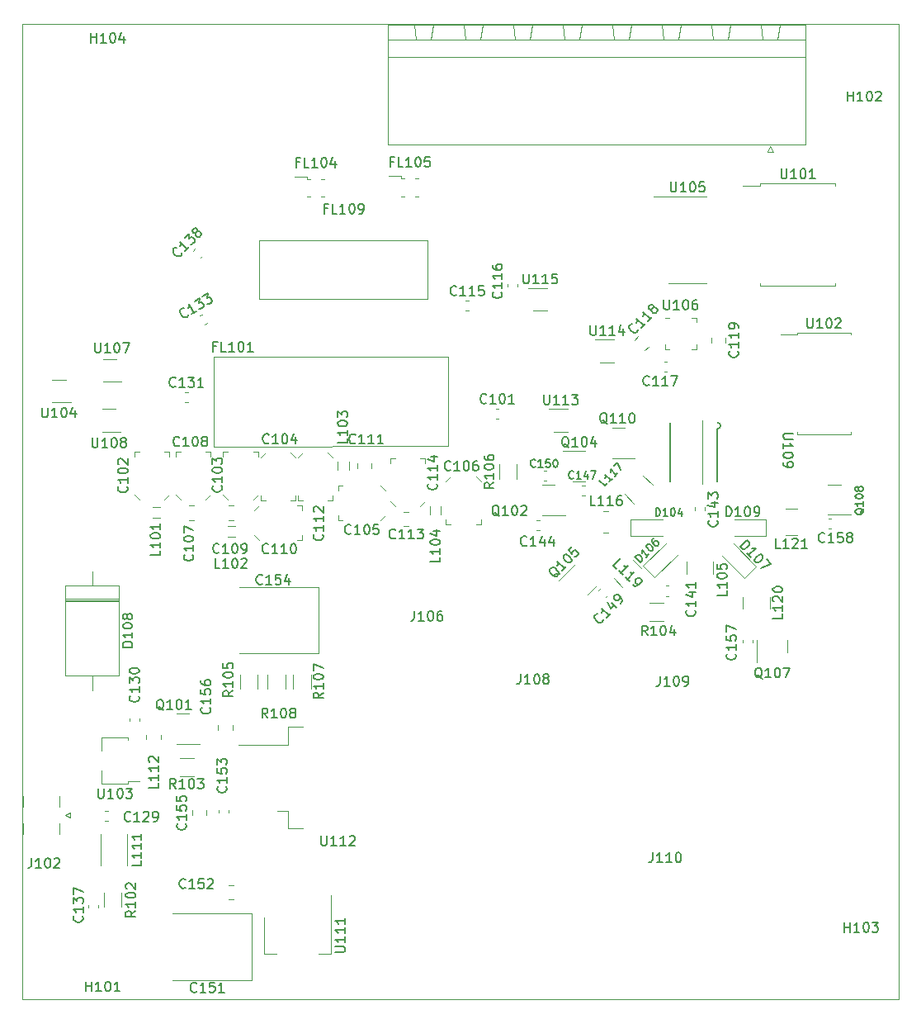
<source format=gbr>
%TF.GenerationSoftware,KiCad,Pcbnew,(7.0.0-0)*%
%TF.CreationDate,2023-05-05T21:57:13+02:00*%
%TF.ProjectId,Filter-forest-v3,46696c74-6572-42d6-966f-726573742d76,rev?*%
%TF.SameCoordinates,Original*%
%TF.FileFunction,Legend,Top*%
%TF.FilePolarity,Positive*%
%FSLAX46Y46*%
G04 Gerber Fmt 4.6, Leading zero omitted, Abs format (unit mm)*
G04 Created by KiCad (PCBNEW (7.0.0-0)) date 2023-05-05 21:57:13*
%MOMM*%
%LPD*%
G01*
G04 APERTURE LIST*
%ADD10C,0.150000*%
%ADD11C,0.120000*%
%ADD12C,0.010000*%
%TA.AperFunction,Profile*%
%ADD13C,0.100000*%
%TD*%
G04 APERTURE END LIST*
D10*
%TO.C,L116*%
X134988452Y-79317380D02*
X134512262Y-79317380D01*
X134512262Y-79317380D02*
X134512262Y-78317380D01*
X135845595Y-79317380D02*
X135274167Y-79317380D01*
X135559881Y-79317380D02*
X135559881Y-78317380D01*
X135559881Y-78317380D02*
X135464643Y-78460238D01*
X135464643Y-78460238D02*
X135369405Y-78555476D01*
X135369405Y-78555476D02*
X135274167Y-78603095D01*
X136797976Y-79317380D02*
X136226548Y-79317380D01*
X136512262Y-79317380D02*
X136512262Y-78317380D01*
X136512262Y-78317380D02*
X136417024Y-78460238D01*
X136417024Y-78460238D02*
X136321786Y-78555476D01*
X136321786Y-78555476D02*
X136226548Y-78603095D01*
X137655119Y-78317380D02*
X137464643Y-78317380D01*
X137464643Y-78317380D02*
X137369405Y-78365000D01*
X137369405Y-78365000D02*
X137321786Y-78412619D01*
X137321786Y-78412619D02*
X137226548Y-78555476D01*
X137226548Y-78555476D02*
X137178929Y-78745952D01*
X137178929Y-78745952D02*
X137178929Y-79126904D01*
X137178929Y-79126904D02*
X137226548Y-79222142D01*
X137226548Y-79222142D02*
X137274167Y-79269761D01*
X137274167Y-79269761D02*
X137369405Y-79317380D01*
X137369405Y-79317380D02*
X137559881Y-79317380D01*
X137559881Y-79317380D02*
X137655119Y-79269761D01*
X137655119Y-79269761D02*
X137702738Y-79222142D01*
X137702738Y-79222142D02*
X137750357Y-79126904D01*
X137750357Y-79126904D02*
X137750357Y-78888809D01*
X137750357Y-78888809D02*
X137702738Y-78793571D01*
X137702738Y-78793571D02*
X137655119Y-78745952D01*
X137655119Y-78745952D02*
X137559881Y-78698333D01*
X137559881Y-78698333D02*
X137369405Y-78698333D01*
X137369405Y-78698333D02*
X137274167Y-78745952D01*
X137274167Y-78745952D02*
X137226548Y-78793571D01*
X137226548Y-78793571D02*
X137178929Y-78888809D01*
%TO.C,U106*%
X142035714Y-58257380D02*
X142035714Y-59066904D01*
X142035714Y-59066904D02*
X142083333Y-59162142D01*
X142083333Y-59162142D02*
X142130952Y-59209761D01*
X142130952Y-59209761D02*
X142226190Y-59257380D01*
X142226190Y-59257380D02*
X142416666Y-59257380D01*
X142416666Y-59257380D02*
X142511904Y-59209761D01*
X142511904Y-59209761D02*
X142559523Y-59162142D01*
X142559523Y-59162142D02*
X142607142Y-59066904D01*
X142607142Y-59066904D02*
X142607142Y-58257380D01*
X143607142Y-59257380D02*
X143035714Y-59257380D01*
X143321428Y-59257380D02*
X143321428Y-58257380D01*
X143321428Y-58257380D02*
X143226190Y-58400238D01*
X143226190Y-58400238D02*
X143130952Y-58495476D01*
X143130952Y-58495476D02*
X143035714Y-58543095D01*
X144226190Y-58257380D02*
X144321428Y-58257380D01*
X144321428Y-58257380D02*
X144416666Y-58305000D01*
X144416666Y-58305000D02*
X144464285Y-58352619D01*
X144464285Y-58352619D02*
X144511904Y-58447857D01*
X144511904Y-58447857D02*
X144559523Y-58638333D01*
X144559523Y-58638333D02*
X144559523Y-58876428D01*
X144559523Y-58876428D02*
X144511904Y-59066904D01*
X144511904Y-59066904D02*
X144464285Y-59162142D01*
X144464285Y-59162142D02*
X144416666Y-59209761D01*
X144416666Y-59209761D02*
X144321428Y-59257380D01*
X144321428Y-59257380D02*
X144226190Y-59257380D01*
X144226190Y-59257380D02*
X144130952Y-59209761D01*
X144130952Y-59209761D02*
X144083333Y-59162142D01*
X144083333Y-59162142D02*
X144035714Y-59066904D01*
X144035714Y-59066904D02*
X143988095Y-58876428D01*
X143988095Y-58876428D02*
X143988095Y-58638333D01*
X143988095Y-58638333D02*
X144035714Y-58447857D01*
X144035714Y-58447857D02*
X144083333Y-58352619D01*
X144083333Y-58352619D02*
X144130952Y-58305000D01*
X144130952Y-58305000D02*
X144226190Y-58257380D01*
X145416666Y-58257380D02*
X145226190Y-58257380D01*
X145226190Y-58257380D02*
X145130952Y-58305000D01*
X145130952Y-58305000D02*
X145083333Y-58352619D01*
X145083333Y-58352619D02*
X144988095Y-58495476D01*
X144988095Y-58495476D02*
X144940476Y-58685952D01*
X144940476Y-58685952D02*
X144940476Y-59066904D01*
X144940476Y-59066904D02*
X144988095Y-59162142D01*
X144988095Y-59162142D02*
X145035714Y-59209761D01*
X145035714Y-59209761D02*
X145130952Y-59257380D01*
X145130952Y-59257380D02*
X145321428Y-59257380D01*
X145321428Y-59257380D02*
X145416666Y-59209761D01*
X145416666Y-59209761D02*
X145464285Y-59162142D01*
X145464285Y-59162142D02*
X145511904Y-59066904D01*
X145511904Y-59066904D02*
X145511904Y-58828809D01*
X145511904Y-58828809D02*
X145464285Y-58733571D01*
X145464285Y-58733571D02*
X145416666Y-58685952D01*
X145416666Y-58685952D02*
X145321428Y-58638333D01*
X145321428Y-58638333D02*
X145130952Y-58638333D01*
X145130952Y-58638333D02*
X145035714Y-58685952D01*
X145035714Y-58685952D02*
X144988095Y-58733571D01*
X144988095Y-58733571D02*
X144940476Y-58828809D01*
%TO.C,C119*%
X149592142Y-63509047D02*
X149639761Y-63556666D01*
X149639761Y-63556666D02*
X149687380Y-63699523D01*
X149687380Y-63699523D02*
X149687380Y-63794761D01*
X149687380Y-63794761D02*
X149639761Y-63937618D01*
X149639761Y-63937618D02*
X149544523Y-64032856D01*
X149544523Y-64032856D02*
X149449285Y-64080475D01*
X149449285Y-64080475D02*
X149258809Y-64128094D01*
X149258809Y-64128094D02*
X149115952Y-64128094D01*
X149115952Y-64128094D02*
X148925476Y-64080475D01*
X148925476Y-64080475D02*
X148830238Y-64032856D01*
X148830238Y-64032856D02*
X148735000Y-63937618D01*
X148735000Y-63937618D02*
X148687380Y-63794761D01*
X148687380Y-63794761D02*
X148687380Y-63699523D01*
X148687380Y-63699523D02*
X148735000Y-63556666D01*
X148735000Y-63556666D02*
X148782619Y-63509047D01*
X149687380Y-62556666D02*
X149687380Y-63128094D01*
X149687380Y-62842380D02*
X148687380Y-62842380D01*
X148687380Y-62842380D02*
X148830238Y-62937618D01*
X148830238Y-62937618D02*
X148925476Y-63032856D01*
X148925476Y-63032856D02*
X148973095Y-63128094D01*
X149687380Y-61604285D02*
X149687380Y-62175713D01*
X149687380Y-61889999D02*
X148687380Y-61889999D01*
X148687380Y-61889999D02*
X148830238Y-61985237D01*
X148830238Y-61985237D02*
X148925476Y-62080475D01*
X148925476Y-62080475D02*
X148973095Y-62175713D01*
X149687380Y-61128094D02*
X149687380Y-60937618D01*
X149687380Y-60937618D02*
X149639761Y-60842380D01*
X149639761Y-60842380D02*
X149592142Y-60794761D01*
X149592142Y-60794761D02*
X149449285Y-60699523D01*
X149449285Y-60699523D02*
X149258809Y-60651904D01*
X149258809Y-60651904D02*
X148877857Y-60651904D01*
X148877857Y-60651904D02*
X148782619Y-60699523D01*
X148782619Y-60699523D02*
X148735000Y-60747142D01*
X148735000Y-60747142D02*
X148687380Y-60842380D01*
X148687380Y-60842380D02*
X148687380Y-61032856D01*
X148687380Y-61032856D02*
X148735000Y-61128094D01*
X148735000Y-61128094D02*
X148782619Y-61175713D01*
X148782619Y-61175713D02*
X148877857Y-61223332D01*
X148877857Y-61223332D02*
X149115952Y-61223332D01*
X149115952Y-61223332D02*
X149211190Y-61175713D01*
X149211190Y-61175713D02*
X149258809Y-61128094D01*
X149258809Y-61128094D02*
X149306428Y-61032856D01*
X149306428Y-61032856D02*
X149306428Y-60842380D01*
X149306428Y-60842380D02*
X149258809Y-60747142D01*
X149258809Y-60747142D02*
X149211190Y-60699523D01*
X149211190Y-60699523D02*
X149115952Y-60651904D01*
%TO.C,C118*%
X139391148Y-61283719D02*
X139391148Y-61351063D01*
X139391148Y-61351063D02*
X139323804Y-61485750D01*
X139323804Y-61485750D02*
X139256461Y-61553093D01*
X139256461Y-61553093D02*
X139121774Y-61620437D01*
X139121774Y-61620437D02*
X138987087Y-61620437D01*
X138987087Y-61620437D02*
X138886071Y-61586765D01*
X138886071Y-61586765D02*
X138717713Y-61485750D01*
X138717713Y-61485750D02*
X138616697Y-61384735D01*
X138616697Y-61384735D02*
X138515682Y-61216376D01*
X138515682Y-61216376D02*
X138482010Y-61115361D01*
X138482010Y-61115361D02*
X138482010Y-60980674D01*
X138482010Y-60980674D02*
X138549354Y-60845987D01*
X138549354Y-60845987D02*
X138616697Y-60778643D01*
X138616697Y-60778643D02*
X138751384Y-60711300D01*
X138751384Y-60711300D02*
X138818728Y-60711300D01*
X140131926Y-60677628D02*
X139727865Y-61081689D01*
X139929896Y-60879658D02*
X139222789Y-60172552D01*
X139222789Y-60172552D02*
X139256461Y-60340910D01*
X139256461Y-60340910D02*
X139256461Y-60475597D01*
X139256461Y-60475597D02*
X139222789Y-60576613D01*
X140805361Y-60004193D02*
X140401300Y-60408254D01*
X140603331Y-60206223D02*
X139896224Y-59499117D01*
X139896224Y-59499117D02*
X139929896Y-59667475D01*
X139929896Y-59667475D02*
X139929896Y-59802162D01*
X139929896Y-59802162D02*
X139896224Y-59903178D01*
X140805361Y-59196071D02*
X140704346Y-59229743D01*
X140704346Y-59229743D02*
X140637003Y-59229743D01*
X140637003Y-59229743D02*
X140535987Y-59196071D01*
X140535987Y-59196071D02*
X140502316Y-59162399D01*
X140502316Y-59162399D02*
X140468644Y-59061384D01*
X140468644Y-59061384D02*
X140468644Y-58994040D01*
X140468644Y-58994040D02*
X140502316Y-58893025D01*
X140502316Y-58893025D02*
X140637003Y-58758338D01*
X140637003Y-58758338D02*
X140738018Y-58724666D01*
X140738018Y-58724666D02*
X140805361Y-58724666D01*
X140805361Y-58724666D02*
X140906377Y-58758338D01*
X140906377Y-58758338D02*
X140940048Y-58792010D01*
X140940048Y-58792010D02*
X140973720Y-58893025D01*
X140973720Y-58893025D02*
X140973720Y-58960368D01*
X140973720Y-58960368D02*
X140940048Y-59061384D01*
X140940048Y-59061384D02*
X140805361Y-59196071D01*
X140805361Y-59196071D02*
X140771690Y-59297086D01*
X140771690Y-59297086D02*
X140771690Y-59364430D01*
X140771690Y-59364430D02*
X140805361Y-59465445D01*
X140805361Y-59465445D02*
X140940048Y-59600132D01*
X140940048Y-59600132D02*
X141041064Y-59633804D01*
X141041064Y-59633804D02*
X141108407Y-59633804D01*
X141108407Y-59633804D02*
X141209422Y-59600132D01*
X141209422Y-59600132D02*
X141344109Y-59465445D01*
X141344109Y-59465445D02*
X141377781Y-59364430D01*
X141377781Y-59364430D02*
X141377781Y-59297086D01*
X141377781Y-59297086D02*
X141344109Y-59196071D01*
X141344109Y-59196071D02*
X141209422Y-59061384D01*
X141209422Y-59061384D02*
X141108407Y-59027712D01*
X141108407Y-59027712D02*
X141041064Y-59027712D01*
X141041064Y-59027712D02*
X140940048Y-59061384D01*
%TO.C,C117*%
X140530952Y-66952142D02*
X140483333Y-66999761D01*
X140483333Y-66999761D02*
X140340476Y-67047380D01*
X140340476Y-67047380D02*
X140245238Y-67047380D01*
X140245238Y-67047380D02*
X140102381Y-66999761D01*
X140102381Y-66999761D02*
X140007143Y-66904523D01*
X140007143Y-66904523D02*
X139959524Y-66809285D01*
X139959524Y-66809285D02*
X139911905Y-66618809D01*
X139911905Y-66618809D02*
X139911905Y-66475952D01*
X139911905Y-66475952D02*
X139959524Y-66285476D01*
X139959524Y-66285476D02*
X140007143Y-66190238D01*
X140007143Y-66190238D02*
X140102381Y-66095000D01*
X140102381Y-66095000D02*
X140245238Y-66047380D01*
X140245238Y-66047380D02*
X140340476Y-66047380D01*
X140340476Y-66047380D02*
X140483333Y-66095000D01*
X140483333Y-66095000D02*
X140530952Y-66142619D01*
X141483333Y-67047380D02*
X140911905Y-67047380D01*
X141197619Y-67047380D02*
X141197619Y-66047380D01*
X141197619Y-66047380D02*
X141102381Y-66190238D01*
X141102381Y-66190238D02*
X141007143Y-66285476D01*
X141007143Y-66285476D02*
X140911905Y-66333095D01*
X142435714Y-67047380D02*
X141864286Y-67047380D01*
X142150000Y-67047380D02*
X142150000Y-66047380D01*
X142150000Y-66047380D02*
X142054762Y-66190238D01*
X142054762Y-66190238D02*
X141959524Y-66285476D01*
X141959524Y-66285476D02*
X141864286Y-66333095D01*
X142769048Y-66047380D02*
X143435714Y-66047380D01*
X143435714Y-66047380D02*
X143007143Y-67047380D01*
%TO.C,L111*%
X88447380Y-115769047D02*
X88447380Y-116245237D01*
X88447380Y-116245237D02*
X87447380Y-116245237D01*
X88447380Y-114911904D02*
X88447380Y-115483332D01*
X88447380Y-115197618D02*
X87447380Y-115197618D01*
X87447380Y-115197618D02*
X87590238Y-115292856D01*
X87590238Y-115292856D02*
X87685476Y-115388094D01*
X87685476Y-115388094D02*
X87733095Y-115483332D01*
X88447380Y-113959523D02*
X88447380Y-114530951D01*
X88447380Y-114245237D02*
X87447380Y-114245237D01*
X87447380Y-114245237D02*
X87590238Y-114340475D01*
X87590238Y-114340475D02*
X87685476Y-114435713D01*
X87685476Y-114435713D02*
X87733095Y-114530951D01*
X88447380Y-113007142D02*
X88447380Y-113578570D01*
X88447380Y-113292856D02*
X87447380Y-113292856D01*
X87447380Y-113292856D02*
X87590238Y-113388094D01*
X87590238Y-113388094D02*
X87685476Y-113483332D01*
X87685476Y-113483332D02*
X87733095Y-113578570D01*
%TO.C,L119*%
X137208936Y-85828491D02*
X136872218Y-85491774D01*
X136872218Y-85491774D02*
X137579325Y-84784667D01*
X137815028Y-86434583D02*
X137410967Y-86030522D01*
X137612997Y-86232552D02*
X138320104Y-85525446D01*
X138320104Y-85525446D02*
X138151745Y-85559117D01*
X138151745Y-85559117D02*
X138017058Y-85559117D01*
X138017058Y-85559117D02*
X137916043Y-85525446D01*
X138488463Y-87108018D02*
X138084402Y-86703957D01*
X138286432Y-86905987D02*
X138993539Y-86198881D01*
X138993539Y-86198881D02*
X138825180Y-86232552D01*
X138825180Y-86232552D02*
X138690493Y-86232552D01*
X138690493Y-86232552D02*
X138589478Y-86198881D01*
X138825180Y-87444735D02*
X138959867Y-87579422D01*
X138959867Y-87579422D02*
X139060883Y-87613094D01*
X139060883Y-87613094D02*
X139128226Y-87613094D01*
X139128226Y-87613094D02*
X139296585Y-87579422D01*
X139296585Y-87579422D02*
X139464944Y-87478407D01*
X139464944Y-87478407D02*
X139734318Y-87209033D01*
X139734318Y-87209033D02*
X139767989Y-87108018D01*
X139767989Y-87108018D02*
X139767989Y-87040674D01*
X139767989Y-87040674D02*
X139734318Y-86939659D01*
X139734318Y-86939659D02*
X139599631Y-86804972D01*
X139599631Y-86804972D02*
X139498615Y-86771300D01*
X139498615Y-86771300D02*
X139431272Y-86771300D01*
X139431272Y-86771300D02*
X139330257Y-86804972D01*
X139330257Y-86804972D02*
X139161898Y-86973331D01*
X139161898Y-86973331D02*
X139128226Y-87074346D01*
X139128226Y-87074346D02*
X139128226Y-87141690D01*
X139128226Y-87141690D02*
X139161898Y-87242705D01*
X139161898Y-87242705D02*
X139296585Y-87377392D01*
X139296585Y-87377392D02*
X139397600Y-87411064D01*
X139397600Y-87411064D02*
X139464944Y-87411064D01*
X139464944Y-87411064D02*
X139565959Y-87377392D01*
%TO.C,L105*%
X148497380Y-88059047D02*
X148497380Y-88535237D01*
X148497380Y-88535237D02*
X147497380Y-88535237D01*
X148497380Y-87201904D02*
X148497380Y-87773332D01*
X148497380Y-87487618D02*
X147497380Y-87487618D01*
X147497380Y-87487618D02*
X147640238Y-87582856D01*
X147640238Y-87582856D02*
X147735476Y-87678094D01*
X147735476Y-87678094D02*
X147783095Y-87773332D01*
X147497380Y-86582856D02*
X147497380Y-86487618D01*
X147497380Y-86487618D02*
X147545000Y-86392380D01*
X147545000Y-86392380D02*
X147592619Y-86344761D01*
X147592619Y-86344761D02*
X147687857Y-86297142D01*
X147687857Y-86297142D02*
X147878333Y-86249523D01*
X147878333Y-86249523D02*
X148116428Y-86249523D01*
X148116428Y-86249523D02*
X148306904Y-86297142D01*
X148306904Y-86297142D02*
X148402142Y-86344761D01*
X148402142Y-86344761D02*
X148449761Y-86392380D01*
X148449761Y-86392380D02*
X148497380Y-86487618D01*
X148497380Y-86487618D02*
X148497380Y-86582856D01*
X148497380Y-86582856D02*
X148449761Y-86678094D01*
X148449761Y-86678094D02*
X148402142Y-86725713D01*
X148402142Y-86725713D02*
X148306904Y-86773332D01*
X148306904Y-86773332D02*
X148116428Y-86820951D01*
X148116428Y-86820951D02*
X147878333Y-86820951D01*
X147878333Y-86820951D02*
X147687857Y-86773332D01*
X147687857Y-86773332D02*
X147592619Y-86725713D01*
X147592619Y-86725713D02*
X147545000Y-86678094D01*
X147545000Y-86678094D02*
X147497380Y-86582856D01*
X147497380Y-85344761D02*
X147497380Y-85820951D01*
X147497380Y-85820951D02*
X147973571Y-85868570D01*
X147973571Y-85868570D02*
X147925952Y-85820951D01*
X147925952Y-85820951D02*
X147878333Y-85725713D01*
X147878333Y-85725713D02*
X147878333Y-85487618D01*
X147878333Y-85487618D02*
X147925952Y-85392380D01*
X147925952Y-85392380D02*
X147973571Y-85344761D01*
X147973571Y-85344761D02*
X148068809Y-85297142D01*
X148068809Y-85297142D02*
X148306904Y-85297142D01*
X148306904Y-85297142D02*
X148402142Y-85344761D01*
X148402142Y-85344761D02*
X148449761Y-85392380D01*
X148449761Y-85392380D02*
X148497380Y-85487618D01*
X148497380Y-85487618D02*
X148497380Y-85725713D01*
X148497380Y-85725713D02*
X148449761Y-85820951D01*
X148449761Y-85820951D02*
X148402142Y-85868570D01*
%TO.C,L121*%
X153980952Y-83697380D02*
X153504762Y-83697380D01*
X153504762Y-83697380D02*
X153504762Y-82697380D01*
X154838095Y-83697380D02*
X154266667Y-83697380D01*
X154552381Y-83697380D02*
X154552381Y-82697380D01*
X154552381Y-82697380D02*
X154457143Y-82840238D01*
X154457143Y-82840238D02*
X154361905Y-82935476D01*
X154361905Y-82935476D02*
X154266667Y-82983095D01*
X155219048Y-82792619D02*
X155266667Y-82745000D01*
X155266667Y-82745000D02*
X155361905Y-82697380D01*
X155361905Y-82697380D02*
X155600000Y-82697380D01*
X155600000Y-82697380D02*
X155695238Y-82745000D01*
X155695238Y-82745000D02*
X155742857Y-82792619D01*
X155742857Y-82792619D02*
X155790476Y-82887857D01*
X155790476Y-82887857D02*
X155790476Y-82983095D01*
X155790476Y-82983095D02*
X155742857Y-83125952D01*
X155742857Y-83125952D02*
X155171429Y-83697380D01*
X155171429Y-83697380D02*
X155790476Y-83697380D01*
X156742857Y-83697380D02*
X156171429Y-83697380D01*
X156457143Y-83697380D02*
X156457143Y-82697380D01*
X156457143Y-82697380D02*
X156361905Y-82840238D01*
X156361905Y-82840238D02*
X156266667Y-82935476D01*
X156266667Y-82935476D02*
X156171429Y-82983095D01*
%TO.C,L120*%
X154217380Y-90419047D02*
X154217380Y-90895237D01*
X154217380Y-90895237D02*
X153217380Y-90895237D01*
X154217380Y-89561904D02*
X154217380Y-90133332D01*
X154217380Y-89847618D02*
X153217380Y-89847618D01*
X153217380Y-89847618D02*
X153360238Y-89942856D01*
X153360238Y-89942856D02*
X153455476Y-90038094D01*
X153455476Y-90038094D02*
X153503095Y-90133332D01*
X153312619Y-89180951D02*
X153265000Y-89133332D01*
X153265000Y-89133332D02*
X153217380Y-89038094D01*
X153217380Y-89038094D02*
X153217380Y-88799999D01*
X153217380Y-88799999D02*
X153265000Y-88704761D01*
X153265000Y-88704761D02*
X153312619Y-88657142D01*
X153312619Y-88657142D02*
X153407857Y-88609523D01*
X153407857Y-88609523D02*
X153503095Y-88609523D01*
X153503095Y-88609523D02*
X153645952Y-88657142D01*
X153645952Y-88657142D02*
X154217380Y-89228570D01*
X154217380Y-89228570D02*
X154217380Y-88609523D01*
X153217380Y-87990475D02*
X153217380Y-87895237D01*
X153217380Y-87895237D02*
X153265000Y-87799999D01*
X153265000Y-87799999D02*
X153312619Y-87752380D01*
X153312619Y-87752380D02*
X153407857Y-87704761D01*
X153407857Y-87704761D02*
X153598333Y-87657142D01*
X153598333Y-87657142D02*
X153836428Y-87657142D01*
X153836428Y-87657142D02*
X154026904Y-87704761D01*
X154026904Y-87704761D02*
X154122142Y-87752380D01*
X154122142Y-87752380D02*
X154169761Y-87799999D01*
X154169761Y-87799999D02*
X154217380Y-87895237D01*
X154217380Y-87895237D02*
X154217380Y-87990475D01*
X154217380Y-87990475D02*
X154169761Y-88085713D01*
X154169761Y-88085713D02*
X154122142Y-88133332D01*
X154122142Y-88133332D02*
X154026904Y-88180951D01*
X154026904Y-88180951D02*
X153836428Y-88228570D01*
X153836428Y-88228570D02*
X153598333Y-88228570D01*
X153598333Y-88228570D02*
X153407857Y-88180951D01*
X153407857Y-88180951D02*
X153312619Y-88133332D01*
X153312619Y-88133332D02*
X153265000Y-88085713D01*
X153265000Y-88085713D02*
X153217380Y-87990475D01*
%TO.C,C109*%
X96400952Y-84142142D02*
X96353333Y-84189761D01*
X96353333Y-84189761D02*
X96210476Y-84237380D01*
X96210476Y-84237380D02*
X96115238Y-84237380D01*
X96115238Y-84237380D02*
X95972381Y-84189761D01*
X95972381Y-84189761D02*
X95877143Y-84094523D01*
X95877143Y-84094523D02*
X95829524Y-83999285D01*
X95829524Y-83999285D02*
X95781905Y-83808809D01*
X95781905Y-83808809D02*
X95781905Y-83665952D01*
X95781905Y-83665952D02*
X95829524Y-83475476D01*
X95829524Y-83475476D02*
X95877143Y-83380238D01*
X95877143Y-83380238D02*
X95972381Y-83285000D01*
X95972381Y-83285000D02*
X96115238Y-83237380D01*
X96115238Y-83237380D02*
X96210476Y-83237380D01*
X96210476Y-83237380D02*
X96353333Y-83285000D01*
X96353333Y-83285000D02*
X96400952Y-83332619D01*
X97353333Y-84237380D02*
X96781905Y-84237380D01*
X97067619Y-84237380D02*
X97067619Y-83237380D01*
X97067619Y-83237380D02*
X96972381Y-83380238D01*
X96972381Y-83380238D02*
X96877143Y-83475476D01*
X96877143Y-83475476D02*
X96781905Y-83523095D01*
X97972381Y-83237380D02*
X98067619Y-83237380D01*
X98067619Y-83237380D02*
X98162857Y-83285000D01*
X98162857Y-83285000D02*
X98210476Y-83332619D01*
X98210476Y-83332619D02*
X98258095Y-83427857D01*
X98258095Y-83427857D02*
X98305714Y-83618333D01*
X98305714Y-83618333D02*
X98305714Y-83856428D01*
X98305714Y-83856428D02*
X98258095Y-84046904D01*
X98258095Y-84046904D02*
X98210476Y-84142142D01*
X98210476Y-84142142D02*
X98162857Y-84189761D01*
X98162857Y-84189761D02*
X98067619Y-84237380D01*
X98067619Y-84237380D02*
X97972381Y-84237380D01*
X97972381Y-84237380D02*
X97877143Y-84189761D01*
X97877143Y-84189761D02*
X97829524Y-84142142D01*
X97829524Y-84142142D02*
X97781905Y-84046904D01*
X97781905Y-84046904D02*
X97734286Y-83856428D01*
X97734286Y-83856428D02*
X97734286Y-83618333D01*
X97734286Y-83618333D02*
X97781905Y-83427857D01*
X97781905Y-83427857D02*
X97829524Y-83332619D01*
X97829524Y-83332619D02*
X97877143Y-83285000D01*
X97877143Y-83285000D02*
X97972381Y-83237380D01*
X98781905Y-84237380D02*
X98972381Y-84237380D01*
X98972381Y-84237380D02*
X99067619Y-84189761D01*
X99067619Y-84189761D02*
X99115238Y-84142142D01*
X99115238Y-84142142D02*
X99210476Y-83999285D01*
X99210476Y-83999285D02*
X99258095Y-83808809D01*
X99258095Y-83808809D02*
X99258095Y-83427857D01*
X99258095Y-83427857D02*
X99210476Y-83332619D01*
X99210476Y-83332619D02*
X99162857Y-83285000D01*
X99162857Y-83285000D02*
X99067619Y-83237380D01*
X99067619Y-83237380D02*
X98877143Y-83237380D01*
X98877143Y-83237380D02*
X98781905Y-83285000D01*
X98781905Y-83285000D02*
X98734286Y-83332619D01*
X98734286Y-83332619D02*
X98686667Y-83427857D01*
X98686667Y-83427857D02*
X98686667Y-83665952D01*
X98686667Y-83665952D02*
X98734286Y-83761190D01*
X98734286Y-83761190D02*
X98781905Y-83808809D01*
X98781905Y-83808809D02*
X98877143Y-83856428D01*
X98877143Y-83856428D02*
X99067619Y-83856428D01*
X99067619Y-83856428D02*
X99162857Y-83808809D01*
X99162857Y-83808809D02*
X99210476Y-83761190D01*
X99210476Y-83761190D02*
X99258095Y-83665952D01*
%TO.C,C107*%
X93682142Y-84369047D02*
X93729761Y-84416666D01*
X93729761Y-84416666D02*
X93777380Y-84559523D01*
X93777380Y-84559523D02*
X93777380Y-84654761D01*
X93777380Y-84654761D02*
X93729761Y-84797618D01*
X93729761Y-84797618D02*
X93634523Y-84892856D01*
X93634523Y-84892856D02*
X93539285Y-84940475D01*
X93539285Y-84940475D02*
X93348809Y-84988094D01*
X93348809Y-84988094D02*
X93205952Y-84988094D01*
X93205952Y-84988094D02*
X93015476Y-84940475D01*
X93015476Y-84940475D02*
X92920238Y-84892856D01*
X92920238Y-84892856D02*
X92825000Y-84797618D01*
X92825000Y-84797618D02*
X92777380Y-84654761D01*
X92777380Y-84654761D02*
X92777380Y-84559523D01*
X92777380Y-84559523D02*
X92825000Y-84416666D01*
X92825000Y-84416666D02*
X92872619Y-84369047D01*
X93777380Y-83416666D02*
X93777380Y-83988094D01*
X93777380Y-83702380D02*
X92777380Y-83702380D01*
X92777380Y-83702380D02*
X92920238Y-83797618D01*
X92920238Y-83797618D02*
X93015476Y-83892856D01*
X93015476Y-83892856D02*
X93063095Y-83988094D01*
X92777380Y-82797618D02*
X92777380Y-82702380D01*
X92777380Y-82702380D02*
X92825000Y-82607142D01*
X92825000Y-82607142D02*
X92872619Y-82559523D01*
X92872619Y-82559523D02*
X92967857Y-82511904D01*
X92967857Y-82511904D02*
X93158333Y-82464285D01*
X93158333Y-82464285D02*
X93396428Y-82464285D01*
X93396428Y-82464285D02*
X93586904Y-82511904D01*
X93586904Y-82511904D02*
X93682142Y-82559523D01*
X93682142Y-82559523D02*
X93729761Y-82607142D01*
X93729761Y-82607142D02*
X93777380Y-82702380D01*
X93777380Y-82702380D02*
X93777380Y-82797618D01*
X93777380Y-82797618D02*
X93729761Y-82892856D01*
X93729761Y-82892856D02*
X93682142Y-82940475D01*
X93682142Y-82940475D02*
X93586904Y-82988094D01*
X93586904Y-82988094D02*
X93396428Y-83035713D01*
X93396428Y-83035713D02*
X93158333Y-83035713D01*
X93158333Y-83035713D02*
X92967857Y-82988094D01*
X92967857Y-82988094D02*
X92872619Y-82940475D01*
X92872619Y-82940475D02*
X92825000Y-82892856D01*
X92825000Y-82892856D02*
X92777380Y-82797618D01*
X92777380Y-82130951D02*
X92777380Y-81464285D01*
X92777380Y-81464285D02*
X93777380Y-81892856D01*
%TO.C,U107*%
X83675714Y-62647380D02*
X83675714Y-63456904D01*
X83675714Y-63456904D02*
X83723333Y-63552142D01*
X83723333Y-63552142D02*
X83770952Y-63599761D01*
X83770952Y-63599761D02*
X83866190Y-63647380D01*
X83866190Y-63647380D02*
X84056666Y-63647380D01*
X84056666Y-63647380D02*
X84151904Y-63599761D01*
X84151904Y-63599761D02*
X84199523Y-63552142D01*
X84199523Y-63552142D02*
X84247142Y-63456904D01*
X84247142Y-63456904D02*
X84247142Y-62647380D01*
X85247142Y-63647380D02*
X84675714Y-63647380D01*
X84961428Y-63647380D02*
X84961428Y-62647380D01*
X84961428Y-62647380D02*
X84866190Y-62790238D01*
X84866190Y-62790238D02*
X84770952Y-62885476D01*
X84770952Y-62885476D02*
X84675714Y-62933095D01*
X85866190Y-62647380D02*
X85961428Y-62647380D01*
X85961428Y-62647380D02*
X86056666Y-62695000D01*
X86056666Y-62695000D02*
X86104285Y-62742619D01*
X86104285Y-62742619D02*
X86151904Y-62837857D01*
X86151904Y-62837857D02*
X86199523Y-63028333D01*
X86199523Y-63028333D02*
X86199523Y-63266428D01*
X86199523Y-63266428D02*
X86151904Y-63456904D01*
X86151904Y-63456904D02*
X86104285Y-63552142D01*
X86104285Y-63552142D02*
X86056666Y-63599761D01*
X86056666Y-63599761D02*
X85961428Y-63647380D01*
X85961428Y-63647380D02*
X85866190Y-63647380D01*
X85866190Y-63647380D02*
X85770952Y-63599761D01*
X85770952Y-63599761D02*
X85723333Y-63552142D01*
X85723333Y-63552142D02*
X85675714Y-63456904D01*
X85675714Y-63456904D02*
X85628095Y-63266428D01*
X85628095Y-63266428D02*
X85628095Y-63028333D01*
X85628095Y-63028333D02*
X85675714Y-62837857D01*
X85675714Y-62837857D02*
X85723333Y-62742619D01*
X85723333Y-62742619D02*
X85770952Y-62695000D01*
X85770952Y-62695000D02*
X85866190Y-62647380D01*
X86532857Y-62647380D02*
X87199523Y-62647380D01*
X87199523Y-62647380D02*
X86770952Y-63647380D01*
%TO.C,R106*%
X124587380Y-76979047D02*
X124111190Y-77312380D01*
X124587380Y-77550475D02*
X123587380Y-77550475D01*
X123587380Y-77550475D02*
X123587380Y-77169523D01*
X123587380Y-77169523D02*
X123635000Y-77074285D01*
X123635000Y-77074285D02*
X123682619Y-77026666D01*
X123682619Y-77026666D02*
X123777857Y-76979047D01*
X123777857Y-76979047D02*
X123920714Y-76979047D01*
X123920714Y-76979047D02*
X124015952Y-77026666D01*
X124015952Y-77026666D02*
X124063571Y-77074285D01*
X124063571Y-77074285D02*
X124111190Y-77169523D01*
X124111190Y-77169523D02*
X124111190Y-77550475D01*
X124587380Y-76026666D02*
X124587380Y-76598094D01*
X124587380Y-76312380D02*
X123587380Y-76312380D01*
X123587380Y-76312380D02*
X123730238Y-76407618D01*
X123730238Y-76407618D02*
X123825476Y-76502856D01*
X123825476Y-76502856D02*
X123873095Y-76598094D01*
X123587380Y-75407618D02*
X123587380Y-75312380D01*
X123587380Y-75312380D02*
X123635000Y-75217142D01*
X123635000Y-75217142D02*
X123682619Y-75169523D01*
X123682619Y-75169523D02*
X123777857Y-75121904D01*
X123777857Y-75121904D02*
X123968333Y-75074285D01*
X123968333Y-75074285D02*
X124206428Y-75074285D01*
X124206428Y-75074285D02*
X124396904Y-75121904D01*
X124396904Y-75121904D02*
X124492142Y-75169523D01*
X124492142Y-75169523D02*
X124539761Y-75217142D01*
X124539761Y-75217142D02*
X124587380Y-75312380D01*
X124587380Y-75312380D02*
X124587380Y-75407618D01*
X124587380Y-75407618D02*
X124539761Y-75502856D01*
X124539761Y-75502856D02*
X124492142Y-75550475D01*
X124492142Y-75550475D02*
X124396904Y-75598094D01*
X124396904Y-75598094D02*
X124206428Y-75645713D01*
X124206428Y-75645713D02*
X123968333Y-75645713D01*
X123968333Y-75645713D02*
X123777857Y-75598094D01*
X123777857Y-75598094D02*
X123682619Y-75550475D01*
X123682619Y-75550475D02*
X123635000Y-75502856D01*
X123635000Y-75502856D02*
X123587380Y-75407618D01*
X123587380Y-74217142D02*
X123587380Y-74407618D01*
X123587380Y-74407618D02*
X123635000Y-74502856D01*
X123635000Y-74502856D02*
X123682619Y-74550475D01*
X123682619Y-74550475D02*
X123825476Y-74645713D01*
X123825476Y-74645713D02*
X124015952Y-74693332D01*
X124015952Y-74693332D02*
X124396904Y-74693332D01*
X124396904Y-74693332D02*
X124492142Y-74645713D01*
X124492142Y-74645713D02*
X124539761Y-74598094D01*
X124539761Y-74598094D02*
X124587380Y-74502856D01*
X124587380Y-74502856D02*
X124587380Y-74312380D01*
X124587380Y-74312380D02*
X124539761Y-74217142D01*
X124539761Y-74217142D02*
X124492142Y-74169523D01*
X124492142Y-74169523D02*
X124396904Y-74121904D01*
X124396904Y-74121904D02*
X124158809Y-74121904D01*
X124158809Y-74121904D02*
X124063571Y-74169523D01*
X124063571Y-74169523D02*
X124015952Y-74217142D01*
X124015952Y-74217142D02*
X123968333Y-74312380D01*
X123968333Y-74312380D02*
X123968333Y-74502856D01*
X123968333Y-74502856D02*
X124015952Y-74598094D01*
X124015952Y-74598094D02*
X124063571Y-74645713D01*
X124063571Y-74645713D02*
X124158809Y-74693332D01*
%TO.C,U105*%
X142735714Y-46177380D02*
X142735714Y-46986904D01*
X142735714Y-46986904D02*
X142783333Y-47082142D01*
X142783333Y-47082142D02*
X142830952Y-47129761D01*
X142830952Y-47129761D02*
X142926190Y-47177380D01*
X142926190Y-47177380D02*
X143116666Y-47177380D01*
X143116666Y-47177380D02*
X143211904Y-47129761D01*
X143211904Y-47129761D02*
X143259523Y-47082142D01*
X143259523Y-47082142D02*
X143307142Y-46986904D01*
X143307142Y-46986904D02*
X143307142Y-46177380D01*
X144307142Y-47177380D02*
X143735714Y-47177380D01*
X144021428Y-47177380D02*
X144021428Y-46177380D01*
X144021428Y-46177380D02*
X143926190Y-46320238D01*
X143926190Y-46320238D02*
X143830952Y-46415476D01*
X143830952Y-46415476D02*
X143735714Y-46463095D01*
X144926190Y-46177380D02*
X145021428Y-46177380D01*
X145021428Y-46177380D02*
X145116666Y-46225000D01*
X145116666Y-46225000D02*
X145164285Y-46272619D01*
X145164285Y-46272619D02*
X145211904Y-46367857D01*
X145211904Y-46367857D02*
X145259523Y-46558333D01*
X145259523Y-46558333D02*
X145259523Y-46796428D01*
X145259523Y-46796428D02*
X145211904Y-46986904D01*
X145211904Y-46986904D02*
X145164285Y-47082142D01*
X145164285Y-47082142D02*
X145116666Y-47129761D01*
X145116666Y-47129761D02*
X145021428Y-47177380D01*
X145021428Y-47177380D02*
X144926190Y-47177380D01*
X144926190Y-47177380D02*
X144830952Y-47129761D01*
X144830952Y-47129761D02*
X144783333Y-47082142D01*
X144783333Y-47082142D02*
X144735714Y-46986904D01*
X144735714Y-46986904D02*
X144688095Y-46796428D01*
X144688095Y-46796428D02*
X144688095Y-46558333D01*
X144688095Y-46558333D02*
X144735714Y-46367857D01*
X144735714Y-46367857D02*
X144783333Y-46272619D01*
X144783333Y-46272619D02*
X144830952Y-46225000D01*
X144830952Y-46225000D02*
X144926190Y-46177380D01*
X146164285Y-46177380D02*
X145688095Y-46177380D01*
X145688095Y-46177380D02*
X145640476Y-46653571D01*
X145640476Y-46653571D02*
X145688095Y-46605952D01*
X145688095Y-46605952D02*
X145783333Y-46558333D01*
X145783333Y-46558333D02*
X146021428Y-46558333D01*
X146021428Y-46558333D02*
X146116666Y-46605952D01*
X146116666Y-46605952D02*
X146164285Y-46653571D01*
X146164285Y-46653571D02*
X146211904Y-46748809D01*
X146211904Y-46748809D02*
X146211904Y-46986904D01*
X146211904Y-46986904D02*
X146164285Y-47082142D01*
X146164285Y-47082142D02*
X146116666Y-47129761D01*
X146116666Y-47129761D02*
X146021428Y-47177380D01*
X146021428Y-47177380D02*
X145783333Y-47177380D01*
X145783333Y-47177380D02*
X145688095Y-47129761D01*
X145688095Y-47129761D02*
X145640476Y-47082142D01*
%TO.C,D108*%
X87507380Y-93860475D02*
X86507380Y-93860475D01*
X86507380Y-93860475D02*
X86507380Y-93622380D01*
X86507380Y-93622380D02*
X86555000Y-93479523D01*
X86555000Y-93479523D02*
X86650238Y-93384285D01*
X86650238Y-93384285D02*
X86745476Y-93336666D01*
X86745476Y-93336666D02*
X86935952Y-93289047D01*
X86935952Y-93289047D02*
X87078809Y-93289047D01*
X87078809Y-93289047D02*
X87269285Y-93336666D01*
X87269285Y-93336666D02*
X87364523Y-93384285D01*
X87364523Y-93384285D02*
X87459761Y-93479523D01*
X87459761Y-93479523D02*
X87507380Y-93622380D01*
X87507380Y-93622380D02*
X87507380Y-93860475D01*
X87507380Y-92336666D02*
X87507380Y-92908094D01*
X87507380Y-92622380D02*
X86507380Y-92622380D01*
X86507380Y-92622380D02*
X86650238Y-92717618D01*
X86650238Y-92717618D02*
X86745476Y-92812856D01*
X86745476Y-92812856D02*
X86793095Y-92908094D01*
X86507380Y-91717618D02*
X86507380Y-91622380D01*
X86507380Y-91622380D02*
X86555000Y-91527142D01*
X86555000Y-91527142D02*
X86602619Y-91479523D01*
X86602619Y-91479523D02*
X86697857Y-91431904D01*
X86697857Y-91431904D02*
X86888333Y-91384285D01*
X86888333Y-91384285D02*
X87126428Y-91384285D01*
X87126428Y-91384285D02*
X87316904Y-91431904D01*
X87316904Y-91431904D02*
X87412142Y-91479523D01*
X87412142Y-91479523D02*
X87459761Y-91527142D01*
X87459761Y-91527142D02*
X87507380Y-91622380D01*
X87507380Y-91622380D02*
X87507380Y-91717618D01*
X87507380Y-91717618D02*
X87459761Y-91812856D01*
X87459761Y-91812856D02*
X87412142Y-91860475D01*
X87412142Y-91860475D02*
X87316904Y-91908094D01*
X87316904Y-91908094D02*
X87126428Y-91955713D01*
X87126428Y-91955713D02*
X86888333Y-91955713D01*
X86888333Y-91955713D02*
X86697857Y-91908094D01*
X86697857Y-91908094D02*
X86602619Y-91860475D01*
X86602619Y-91860475D02*
X86555000Y-91812856D01*
X86555000Y-91812856D02*
X86507380Y-91717618D01*
X86935952Y-90812856D02*
X86888333Y-90908094D01*
X86888333Y-90908094D02*
X86840714Y-90955713D01*
X86840714Y-90955713D02*
X86745476Y-91003332D01*
X86745476Y-91003332D02*
X86697857Y-91003332D01*
X86697857Y-91003332D02*
X86602619Y-90955713D01*
X86602619Y-90955713D02*
X86555000Y-90908094D01*
X86555000Y-90908094D02*
X86507380Y-90812856D01*
X86507380Y-90812856D02*
X86507380Y-90622380D01*
X86507380Y-90622380D02*
X86555000Y-90527142D01*
X86555000Y-90527142D02*
X86602619Y-90479523D01*
X86602619Y-90479523D02*
X86697857Y-90431904D01*
X86697857Y-90431904D02*
X86745476Y-90431904D01*
X86745476Y-90431904D02*
X86840714Y-90479523D01*
X86840714Y-90479523D02*
X86888333Y-90527142D01*
X86888333Y-90527142D02*
X86935952Y-90622380D01*
X86935952Y-90622380D02*
X86935952Y-90812856D01*
X86935952Y-90812856D02*
X86983571Y-90908094D01*
X86983571Y-90908094D02*
X87031190Y-90955713D01*
X87031190Y-90955713D02*
X87126428Y-91003332D01*
X87126428Y-91003332D02*
X87316904Y-91003332D01*
X87316904Y-91003332D02*
X87412142Y-90955713D01*
X87412142Y-90955713D02*
X87459761Y-90908094D01*
X87459761Y-90908094D02*
X87507380Y-90812856D01*
X87507380Y-90812856D02*
X87507380Y-90622380D01*
X87507380Y-90622380D02*
X87459761Y-90527142D01*
X87459761Y-90527142D02*
X87412142Y-90479523D01*
X87412142Y-90479523D02*
X87316904Y-90431904D01*
X87316904Y-90431904D02*
X87126428Y-90431904D01*
X87126428Y-90431904D02*
X87031190Y-90479523D01*
X87031190Y-90479523D02*
X86983571Y-90527142D01*
X86983571Y-90527142D02*
X86935952Y-90622380D01*
%TO.C,FL104*%
X104634523Y-44133571D02*
X104301190Y-44133571D01*
X104301190Y-44657380D02*
X104301190Y-43657380D01*
X104301190Y-43657380D02*
X104777380Y-43657380D01*
X105634523Y-44657380D02*
X105158333Y-44657380D01*
X105158333Y-44657380D02*
X105158333Y-43657380D01*
X106491666Y-44657380D02*
X105920238Y-44657380D01*
X106205952Y-44657380D02*
X106205952Y-43657380D01*
X106205952Y-43657380D02*
X106110714Y-43800238D01*
X106110714Y-43800238D02*
X106015476Y-43895476D01*
X106015476Y-43895476D02*
X105920238Y-43943095D01*
X107110714Y-43657380D02*
X107205952Y-43657380D01*
X107205952Y-43657380D02*
X107301190Y-43705000D01*
X107301190Y-43705000D02*
X107348809Y-43752619D01*
X107348809Y-43752619D02*
X107396428Y-43847857D01*
X107396428Y-43847857D02*
X107444047Y-44038333D01*
X107444047Y-44038333D02*
X107444047Y-44276428D01*
X107444047Y-44276428D02*
X107396428Y-44466904D01*
X107396428Y-44466904D02*
X107348809Y-44562142D01*
X107348809Y-44562142D02*
X107301190Y-44609761D01*
X107301190Y-44609761D02*
X107205952Y-44657380D01*
X107205952Y-44657380D02*
X107110714Y-44657380D01*
X107110714Y-44657380D02*
X107015476Y-44609761D01*
X107015476Y-44609761D02*
X106967857Y-44562142D01*
X106967857Y-44562142D02*
X106920238Y-44466904D01*
X106920238Y-44466904D02*
X106872619Y-44276428D01*
X106872619Y-44276428D02*
X106872619Y-44038333D01*
X106872619Y-44038333D02*
X106920238Y-43847857D01*
X106920238Y-43847857D02*
X106967857Y-43752619D01*
X106967857Y-43752619D02*
X107015476Y-43705000D01*
X107015476Y-43705000D02*
X107110714Y-43657380D01*
X108301190Y-43990714D02*
X108301190Y-44657380D01*
X108063095Y-43609761D02*
X107825000Y-44324047D01*
X107825000Y-44324047D02*
X108444047Y-44324047D01*
%TO.C,FL101*%
X96129523Y-63023571D02*
X95796190Y-63023571D01*
X95796190Y-63547380D02*
X95796190Y-62547380D01*
X95796190Y-62547380D02*
X96272380Y-62547380D01*
X97129523Y-63547380D02*
X96653333Y-63547380D01*
X96653333Y-63547380D02*
X96653333Y-62547380D01*
X97986666Y-63547380D02*
X97415238Y-63547380D01*
X97700952Y-63547380D02*
X97700952Y-62547380D01*
X97700952Y-62547380D02*
X97605714Y-62690238D01*
X97605714Y-62690238D02*
X97510476Y-62785476D01*
X97510476Y-62785476D02*
X97415238Y-62833095D01*
X98605714Y-62547380D02*
X98700952Y-62547380D01*
X98700952Y-62547380D02*
X98796190Y-62595000D01*
X98796190Y-62595000D02*
X98843809Y-62642619D01*
X98843809Y-62642619D02*
X98891428Y-62737857D01*
X98891428Y-62737857D02*
X98939047Y-62928333D01*
X98939047Y-62928333D02*
X98939047Y-63166428D01*
X98939047Y-63166428D02*
X98891428Y-63356904D01*
X98891428Y-63356904D02*
X98843809Y-63452142D01*
X98843809Y-63452142D02*
X98796190Y-63499761D01*
X98796190Y-63499761D02*
X98700952Y-63547380D01*
X98700952Y-63547380D02*
X98605714Y-63547380D01*
X98605714Y-63547380D02*
X98510476Y-63499761D01*
X98510476Y-63499761D02*
X98462857Y-63452142D01*
X98462857Y-63452142D02*
X98415238Y-63356904D01*
X98415238Y-63356904D02*
X98367619Y-63166428D01*
X98367619Y-63166428D02*
X98367619Y-62928333D01*
X98367619Y-62928333D02*
X98415238Y-62737857D01*
X98415238Y-62737857D02*
X98462857Y-62642619D01*
X98462857Y-62642619D02*
X98510476Y-62595000D01*
X98510476Y-62595000D02*
X98605714Y-62547380D01*
X99891428Y-63547380D02*
X99320000Y-63547380D01*
X99605714Y-63547380D02*
X99605714Y-62547380D01*
X99605714Y-62547380D02*
X99510476Y-62690238D01*
X99510476Y-62690238D02*
X99415238Y-62785476D01*
X99415238Y-62785476D02*
X99320000Y-62833095D01*
%TO.C,R107*%
X107087380Y-98509047D02*
X106611190Y-98842380D01*
X107087380Y-99080475D02*
X106087380Y-99080475D01*
X106087380Y-99080475D02*
X106087380Y-98699523D01*
X106087380Y-98699523D02*
X106135000Y-98604285D01*
X106135000Y-98604285D02*
X106182619Y-98556666D01*
X106182619Y-98556666D02*
X106277857Y-98509047D01*
X106277857Y-98509047D02*
X106420714Y-98509047D01*
X106420714Y-98509047D02*
X106515952Y-98556666D01*
X106515952Y-98556666D02*
X106563571Y-98604285D01*
X106563571Y-98604285D02*
X106611190Y-98699523D01*
X106611190Y-98699523D02*
X106611190Y-99080475D01*
X107087380Y-97556666D02*
X107087380Y-98128094D01*
X107087380Y-97842380D02*
X106087380Y-97842380D01*
X106087380Y-97842380D02*
X106230238Y-97937618D01*
X106230238Y-97937618D02*
X106325476Y-98032856D01*
X106325476Y-98032856D02*
X106373095Y-98128094D01*
X106087380Y-96937618D02*
X106087380Y-96842380D01*
X106087380Y-96842380D02*
X106135000Y-96747142D01*
X106135000Y-96747142D02*
X106182619Y-96699523D01*
X106182619Y-96699523D02*
X106277857Y-96651904D01*
X106277857Y-96651904D02*
X106468333Y-96604285D01*
X106468333Y-96604285D02*
X106706428Y-96604285D01*
X106706428Y-96604285D02*
X106896904Y-96651904D01*
X106896904Y-96651904D02*
X106992142Y-96699523D01*
X106992142Y-96699523D02*
X107039761Y-96747142D01*
X107039761Y-96747142D02*
X107087380Y-96842380D01*
X107087380Y-96842380D02*
X107087380Y-96937618D01*
X107087380Y-96937618D02*
X107039761Y-97032856D01*
X107039761Y-97032856D02*
X106992142Y-97080475D01*
X106992142Y-97080475D02*
X106896904Y-97128094D01*
X106896904Y-97128094D02*
X106706428Y-97175713D01*
X106706428Y-97175713D02*
X106468333Y-97175713D01*
X106468333Y-97175713D02*
X106277857Y-97128094D01*
X106277857Y-97128094D02*
X106182619Y-97080475D01*
X106182619Y-97080475D02*
X106135000Y-97032856D01*
X106135000Y-97032856D02*
X106087380Y-96937618D01*
X106087380Y-96270951D02*
X106087380Y-95604285D01*
X106087380Y-95604285D02*
X107087380Y-96032856D01*
%TO.C,Q108*%
X162540095Y-79648095D02*
X162502000Y-79724285D01*
X162502000Y-79724285D02*
X162425809Y-79800476D01*
X162425809Y-79800476D02*
X162311523Y-79914762D01*
X162311523Y-79914762D02*
X162273428Y-79990952D01*
X162273428Y-79990952D02*
X162273428Y-80067143D01*
X162463904Y-80029047D02*
X162425809Y-80105238D01*
X162425809Y-80105238D02*
X162349619Y-80181428D01*
X162349619Y-80181428D02*
X162197238Y-80219524D01*
X162197238Y-80219524D02*
X161930571Y-80219524D01*
X161930571Y-80219524D02*
X161778190Y-80181428D01*
X161778190Y-80181428D02*
X161702000Y-80105238D01*
X161702000Y-80105238D02*
X161663904Y-80029047D01*
X161663904Y-80029047D02*
X161663904Y-79876666D01*
X161663904Y-79876666D02*
X161702000Y-79800476D01*
X161702000Y-79800476D02*
X161778190Y-79724285D01*
X161778190Y-79724285D02*
X161930571Y-79686190D01*
X161930571Y-79686190D02*
X162197238Y-79686190D01*
X162197238Y-79686190D02*
X162349619Y-79724285D01*
X162349619Y-79724285D02*
X162425809Y-79800476D01*
X162425809Y-79800476D02*
X162463904Y-79876666D01*
X162463904Y-79876666D02*
X162463904Y-80029047D01*
X162463904Y-78924286D02*
X162463904Y-79381429D01*
X162463904Y-79152857D02*
X161663904Y-79152857D01*
X161663904Y-79152857D02*
X161778190Y-79229048D01*
X161778190Y-79229048D02*
X161854380Y-79305238D01*
X161854380Y-79305238D02*
X161892476Y-79381429D01*
X161663904Y-78429047D02*
X161663904Y-78352857D01*
X161663904Y-78352857D02*
X161702000Y-78276666D01*
X161702000Y-78276666D02*
X161740095Y-78238571D01*
X161740095Y-78238571D02*
X161816285Y-78200476D01*
X161816285Y-78200476D02*
X161968666Y-78162381D01*
X161968666Y-78162381D02*
X162159142Y-78162381D01*
X162159142Y-78162381D02*
X162311523Y-78200476D01*
X162311523Y-78200476D02*
X162387714Y-78238571D01*
X162387714Y-78238571D02*
X162425809Y-78276666D01*
X162425809Y-78276666D02*
X162463904Y-78352857D01*
X162463904Y-78352857D02*
X162463904Y-78429047D01*
X162463904Y-78429047D02*
X162425809Y-78505238D01*
X162425809Y-78505238D02*
X162387714Y-78543333D01*
X162387714Y-78543333D02*
X162311523Y-78581428D01*
X162311523Y-78581428D02*
X162159142Y-78619524D01*
X162159142Y-78619524D02*
X161968666Y-78619524D01*
X161968666Y-78619524D02*
X161816285Y-78581428D01*
X161816285Y-78581428D02*
X161740095Y-78543333D01*
X161740095Y-78543333D02*
X161702000Y-78505238D01*
X161702000Y-78505238D02*
X161663904Y-78429047D01*
X162006761Y-77705238D02*
X161968666Y-77781428D01*
X161968666Y-77781428D02*
X161930571Y-77819523D01*
X161930571Y-77819523D02*
X161854380Y-77857619D01*
X161854380Y-77857619D02*
X161816285Y-77857619D01*
X161816285Y-77857619D02*
X161740095Y-77819523D01*
X161740095Y-77819523D02*
X161702000Y-77781428D01*
X161702000Y-77781428D02*
X161663904Y-77705238D01*
X161663904Y-77705238D02*
X161663904Y-77552857D01*
X161663904Y-77552857D02*
X161702000Y-77476666D01*
X161702000Y-77476666D02*
X161740095Y-77438571D01*
X161740095Y-77438571D02*
X161816285Y-77400476D01*
X161816285Y-77400476D02*
X161854380Y-77400476D01*
X161854380Y-77400476D02*
X161930571Y-77438571D01*
X161930571Y-77438571D02*
X161968666Y-77476666D01*
X161968666Y-77476666D02*
X162006761Y-77552857D01*
X162006761Y-77552857D02*
X162006761Y-77705238D01*
X162006761Y-77705238D02*
X162044857Y-77781428D01*
X162044857Y-77781428D02*
X162082952Y-77819523D01*
X162082952Y-77819523D02*
X162159142Y-77857619D01*
X162159142Y-77857619D02*
X162311523Y-77857619D01*
X162311523Y-77857619D02*
X162387714Y-77819523D01*
X162387714Y-77819523D02*
X162425809Y-77781428D01*
X162425809Y-77781428D02*
X162463904Y-77705238D01*
X162463904Y-77705238D02*
X162463904Y-77552857D01*
X162463904Y-77552857D02*
X162425809Y-77476666D01*
X162425809Y-77476666D02*
X162387714Y-77438571D01*
X162387714Y-77438571D02*
X162311523Y-77400476D01*
X162311523Y-77400476D02*
X162159142Y-77400476D01*
X162159142Y-77400476D02*
X162082952Y-77438571D01*
X162082952Y-77438571D02*
X162044857Y-77476666D01*
X162044857Y-77476666D02*
X162006761Y-77552857D01*
%TO.C,J108*%
X127324285Y-96627380D02*
X127324285Y-97341666D01*
X127324285Y-97341666D02*
X127276666Y-97484523D01*
X127276666Y-97484523D02*
X127181428Y-97579761D01*
X127181428Y-97579761D02*
X127038571Y-97627380D01*
X127038571Y-97627380D02*
X126943333Y-97627380D01*
X128324285Y-97627380D02*
X127752857Y-97627380D01*
X128038571Y-97627380D02*
X128038571Y-96627380D01*
X128038571Y-96627380D02*
X127943333Y-96770238D01*
X127943333Y-96770238D02*
X127848095Y-96865476D01*
X127848095Y-96865476D02*
X127752857Y-96913095D01*
X128943333Y-96627380D02*
X129038571Y-96627380D01*
X129038571Y-96627380D02*
X129133809Y-96675000D01*
X129133809Y-96675000D02*
X129181428Y-96722619D01*
X129181428Y-96722619D02*
X129229047Y-96817857D01*
X129229047Y-96817857D02*
X129276666Y-97008333D01*
X129276666Y-97008333D02*
X129276666Y-97246428D01*
X129276666Y-97246428D02*
X129229047Y-97436904D01*
X129229047Y-97436904D02*
X129181428Y-97532142D01*
X129181428Y-97532142D02*
X129133809Y-97579761D01*
X129133809Y-97579761D02*
X129038571Y-97627380D01*
X129038571Y-97627380D02*
X128943333Y-97627380D01*
X128943333Y-97627380D02*
X128848095Y-97579761D01*
X128848095Y-97579761D02*
X128800476Y-97532142D01*
X128800476Y-97532142D02*
X128752857Y-97436904D01*
X128752857Y-97436904D02*
X128705238Y-97246428D01*
X128705238Y-97246428D02*
X128705238Y-97008333D01*
X128705238Y-97008333D02*
X128752857Y-96817857D01*
X128752857Y-96817857D02*
X128800476Y-96722619D01*
X128800476Y-96722619D02*
X128848095Y-96675000D01*
X128848095Y-96675000D02*
X128943333Y-96627380D01*
X129848095Y-97055952D02*
X129752857Y-97008333D01*
X129752857Y-97008333D02*
X129705238Y-96960714D01*
X129705238Y-96960714D02*
X129657619Y-96865476D01*
X129657619Y-96865476D02*
X129657619Y-96817857D01*
X129657619Y-96817857D02*
X129705238Y-96722619D01*
X129705238Y-96722619D02*
X129752857Y-96675000D01*
X129752857Y-96675000D02*
X129848095Y-96627380D01*
X129848095Y-96627380D02*
X130038571Y-96627380D01*
X130038571Y-96627380D02*
X130133809Y-96675000D01*
X130133809Y-96675000D02*
X130181428Y-96722619D01*
X130181428Y-96722619D02*
X130229047Y-96817857D01*
X130229047Y-96817857D02*
X130229047Y-96865476D01*
X130229047Y-96865476D02*
X130181428Y-96960714D01*
X130181428Y-96960714D02*
X130133809Y-97008333D01*
X130133809Y-97008333D02*
X130038571Y-97055952D01*
X130038571Y-97055952D02*
X129848095Y-97055952D01*
X129848095Y-97055952D02*
X129752857Y-97103571D01*
X129752857Y-97103571D02*
X129705238Y-97151190D01*
X129705238Y-97151190D02*
X129657619Y-97246428D01*
X129657619Y-97246428D02*
X129657619Y-97436904D01*
X129657619Y-97436904D02*
X129705238Y-97532142D01*
X129705238Y-97532142D02*
X129752857Y-97579761D01*
X129752857Y-97579761D02*
X129848095Y-97627380D01*
X129848095Y-97627380D02*
X130038571Y-97627380D01*
X130038571Y-97627380D02*
X130133809Y-97579761D01*
X130133809Y-97579761D02*
X130181428Y-97532142D01*
X130181428Y-97532142D02*
X130229047Y-97436904D01*
X130229047Y-97436904D02*
X130229047Y-97246428D01*
X130229047Y-97246428D02*
X130181428Y-97151190D01*
X130181428Y-97151190D02*
X130133809Y-97103571D01*
X130133809Y-97103571D02*
X130038571Y-97055952D01*
%TO.C,Q105*%
X131449286Y-86300843D02*
X131348271Y-86334515D01*
X131348271Y-86334515D02*
X131213584Y-86334515D01*
X131213584Y-86334515D02*
X131011553Y-86334515D01*
X131011553Y-86334515D02*
X130910538Y-86368187D01*
X130910538Y-86368187D02*
X130843194Y-86435530D01*
X131045225Y-86570217D02*
X130944210Y-86603889D01*
X130944210Y-86603889D02*
X130809523Y-86603889D01*
X130809523Y-86603889D02*
X130641164Y-86502874D01*
X130641164Y-86502874D02*
X130405462Y-86267171D01*
X130405462Y-86267171D02*
X130304446Y-86098813D01*
X130304446Y-86098813D02*
X130304446Y-85964126D01*
X130304446Y-85964126D02*
X130338118Y-85863110D01*
X130338118Y-85863110D02*
X130472805Y-85728423D01*
X130472805Y-85728423D02*
X130573820Y-85694752D01*
X130573820Y-85694752D02*
X130708507Y-85694752D01*
X130708507Y-85694752D02*
X130876866Y-85795767D01*
X130876866Y-85795767D02*
X131112568Y-86031469D01*
X131112568Y-86031469D02*
X131213584Y-86199828D01*
X131213584Y-86199828D02*
X131213584Y-86334515D01*
X131213584Y-86334515D02*
X131179912Y-86435530D01*
X131179912Y-86435530D02*
X131045225Y-86570217D01*
X132021706Y-85593736D02*
X131617645Y-85997797D01*
X131819675Y-85795767D02*
X131112568Y-85088660D01*
X131112568Y-85088660D02*
X131146240Y-85257019D01*
X131146240Y-85257019D02*
X131146240Y-85391706D01*
X131146240Y-85391706D02*
X131112568Y-85492721D01*
X131752332Y-84448897D02*
X131819675Y-84381553D01*
X131819675Y-84381553D02*
X131920691Y-84347882D01*
X131920691Y-84347882D02*
X131988034Y-84347882D01*
X131988034Y-84347882D02*
X132089049Y-84381553D01*
X132089049Y-84381553D02*
X132257408Y-84482569D01*
X132257408Y-84482569D02*
X132425767Y-84650927D01*
X132425767Y-84650927D02*
X132526782Y-84819286D01*
X132526782Y-84819286D02*
X132560454Y-84920301D01*
X132560454Y-84920301D02*
X132560454Y-84987645D01*
X132560454Y-84987645D02*
X132526782Y-85088660D01*
X132526782Y-85088660D02*
X132459439Y-85156004D01*
X132459439Y-85156004D02*
X132358423Y-85189675D01*
X132358423Y-85189675D02*
X132291080Y-85189675D01*
X132291080Y-85189675D02*
X132190065Y-85156004D01*
X132190065Y-85156004D02*
X132021706Y-85054988D01*
X132021706Y-85054988D02*
X131853347Y-84886630D01*
X131853347Y-84886630D02*
X131752332Y-84718271D01*
X131752332Y-84718271D02*
X131718660Y-84617256D01*
X131718660Y-84617256D02*
X131718660Y-84549912D01*
X131718660Y-84549912D02*
X131752332Y-84448897D01*
X132627797Y-83573431D02*
X132291080Y-83910149D01*
X132291080Y-83910149D02*
X132594126Y-84280538D01*
X132594126Y-84280538D02*
X132594126Y-84213195D01*
X132594126Y-84213195D02*
X132627797Y-84112179D01*
X132627797Y-84112179D02*
X132796156Y-83943820D01*
X132796156Y-83943820D02*
X132897171Y-83910149D01*
X132897171Y-83910149D02*
X132964515Y-83910149D01*
X132964515Y-83910149D02*
X133065530Y-83943820D01*
X133065530Y-83943820D02*
X133233889Y-84112179D01*
X133233889Y-84112179D02*
X133267561Y-84213195D01*
X133267561Y-84213195D02*
X133267561Y-84280538D01*
X133267561Y-84280538D02*
X133233889Y-84381553D01*
X133233889Y-84381553D02*
X133065530Y-84549912D01*
X133065530Y-84549912D02*
X132964515Y-84583584D01*
X132964515Y-84583584D02*
X132897171Y-84583584D01*
%TO.C,C150*%
X128854762Y-75317714D02*
X128816666Y-75355809D01*
X128816666Y-75355809D02*
X128702381Y-75393904D01*
X128702381Y-75393904D02*
X128626190Y-75393904D01*
X128626190Y-75393904D02*
X128511904Y-75355809D01*
X128511904Y-75355809D02*
X128435714Y-75279619D01*
X128435714Y-75279619D02*
X128397619Y-75203428D01*
X128397619Y-75203428D02*
X128359523Y-75051047D01*
X128359523Y-75051047D02*
X128359523Y-74936761D01*
X128359523Y-74936761D02*
X128397619Y-74784380D01*
X128397619Y-74784380D02*
X128435714Y-74708190D01*
X128435714Y-74708190D02*
X128511904Y-74632000D01*
X128511904Y-74632000D02*
X128626190Y-74593904D01*
X128626190Y-74593904D02*
X128702381Y-74593904D01*
X128702381Y-74593904D02*
X128816666Y-74632000D01*
X128816666Y-74632000D02*
X128854762Y-74670095D01*
X129616666Y-75393904D02*
X129159523Y-75393904D01*
X129388095Y-75393904D02*
X129388095Y-74593904D01*
X129388095Y-74593904D02*
X129311904Y-74708190D01*
X129311904Y-74708190D02*
X129235714Y-74784380D01*
X129235714Y-74784380D02*
X129159523Y-74822476D01*
X130340476Y-74593904D02*
X129959524Y-74593904D01*
X129959524Y-74593904D02*
X129921428Y-74974857D01*
X129921428Y-74974857D02*
X129959524Y-74936761D01*
X129959524Y-74936761D02*
X130035714Y-74898666D01*
X130035714Y-74898666D02*
X130226190Y-74898666D01*
X130226190Y-74898666D02*
X130302381Y-74936761D01*
X130302381Y-74936761D02*
X130340476Y-74974857D01*
X130340476Y-74974857D02*
X130378571Y-75051047D01*
X130378571Y-75051047D02*
X130378571Y-75241523D01*
X130378571Y-75241523D02*
X130340476Y-75317714D01*
X130340476Y-75317714D02*
X130302381Y-75355809D01*
X130302381Y-75355809D02*
X130226190Y-75393904D01*
X130226190Y-75393904D02*
X130035714Y-75393904D01*
X130035714Y-75393904D02*
X129959524Y-75355809D01*
X129959524Y-75355809D02*
X129921428Y-75317714D01*
X130873810Y-74593904D02*
X130950000Y-74593904D01*
X130950000Y-74593904D02*
X131026191Y-74632000D01*
X131026191Y-74632000D02*
X131064286Y-74670095D01*
X131064286Y-74670095D02*
X131102381Y-74746285D01*
X131102381Y-74746285D02*
X131140476Y-74898666D01*
X131140476Y-74898666D02*
X131140476Y-75089142D01*
X131140476Y-75089142D02*
X131102381Y-75241523D01*
X131102381Y-75241523D02*
X131064286Y-75317714D01*
X131064286Y-75317714D02*
X131026191Y-75355809D01*
X131026191Y-75355809D02*
X130950000Y-75393904D01*
X130950000Y-75393904D02*
X130873810Y-75393904D01*
X130873810Y-75393904D02*
X130797619Y-75355809D01*
X130797619Y-75355809D02*
X130759524Y-75317714D01*
X130759524Y-75317714D02*
X130721429Y-75241523D01*
X130721429Y-75241523D02*
X130683333Y-75089142D01*
X130683333Y-75089142D02*
X130683333Y-74898666D01*
X130683333Y-74898666D02*
X130721429Y-74746285D01*
X130721429Y-74746285D02*
X130759524Y-74670095D01*
X130759524Y-74670095D02*
X130797619Y-74632000D01*
X130797619Y-74632000D02*
X130873810Y-74593904D01*
%TO.C,R108*%
X101390952Y-101117380D02*
X101057619Y-100641190D01*
X100819524Y-101117380D02*
X100819524Y-100117380D01*
X100819524Y-100117380D02*
X101200476Y-100117380D01*
X101200476Y-100117380D02*
X101295714Y-100165000D01*
X101295714Y-100165000D02*
X101343333Y-100212619D01*
X101343333Y-100212619D02*
X101390952Y-100307857D01*
X101390952Y-100307857D02*
X101390952Y-100450714D01*
X101390952Y-100450714D02*
X101343333Y-100545952D01*
X101343333Y-100545952D02*
X101295714Y-100593571D01*
X101295714Y-100593571D02*
X101200476Y-100641190D01*
X101200476Y-100641190D02*
X100819524Y-100641190D01*
X102343333Y-101117380D02*
X101771905Y-101117380D01*
X102057619Y-101117380D02*
X102057619Y-100117380D01*
X102057619Y-100117380D02*
X101962381Y-100260238D01*
X101962381Y-100260238D02*
X101867143Y-100355476D01*
X101867143Y-100355476D02*
X101771905Y-100403095D01*
X102962381Y-100117380D02*
X103057619Y-100117380D01*
X103057619Y-100117380D02*
X103152857Y-100165000D01*
X103152857Y-100165000D02*
X103200476Y-100212619D01*
X103200476Y-100212619D02*
X103248095Y-100307857D01*
X103248095Y-100307857D02*
X103295714Y-100498333D01*
X103295714Y-100498333D02*
X103295714Y-100736428D01*
X103295714Y-100736428D02*
X103248095Y-100926904D01*
X103248095Y-100926904D02*
X103200476Y-101022142D01*
X103200476Y-101022142D02*
X103152857Y-101069761D01*
X103152857Y-101069761D02*
X103057619Y-101117380D01*
X103057619Y-101117380D02*
X102962381Y-101117380D01*
X102962381Y-101117380D02*
X102867143Y-101069761D01*
X102867143Y-101069761D02*
X102819524Y-101022142D01*
X102819524Y-101022142D02*
X102771905Y-100926904D01*
X102771905Y-100926904D02*
X102724286Y-100736428D01*
X102724286Y-100736428D02*
X102724286Y-100498333D01*
X102724286Y-100498333D02*
X102771905Y-100307857D01*
X102771905Y-100307857D02*
X102819524Y-100212619D01*
X102819524Y-100212619D02*
X102867143Y-100165000D01*
X102867143Y-100165000D02*
X102962381Y-100117380D01*
X103867143Y-100545952D02*
X103771905Y-100498333D01*
X103771905Y-100498333D02*
X103724286Y-100450714D01*
X103724286Y-100450714D02*
X103676667Y-100355476D01*
X103676667Y-100355476D02*
X103676667Y-100307857D01*
X103676667Y-100307857D02*
X103724286Y-100212619D01*
X103724286Y-100212619D02*
X103771905Y-100165000D01*
X103771905Y-100165000D02*
X103867143Y-100117380D01*
X103867143Y-100117380D02*
X104057619Y-100117380D01*
X104057619Y-100117380D02*
X104152857Y-100165000D01*
X104152857Y-100165000D02*
X104200476Y-100212619D01*
X104200476Y-100212619D02*
X104248095Y-100307857D01*
X104248095Y-100307857D02*
X104248095Y-100355476D01*
X104248095Y-100355476D02*
X104200476Y-100450714D01*
X104200476Y-100450714D02*
X104152857Y-100498333D01*
X104152857Y-100498333D02*
X104057619Y-100545952D01*
X104057619Y-100545952D02*
X103867143Y-100545952D01*
X103867143Y-100545952D02*
X103771905Y-100593571D01*
X103771905Y-100593571D02*
X103724286Y-100641190D01*
X103724286Y-100641190D02*
X103676667Y-100736428D01*
X103676667Y-100736428D02*
X103676667Y-100926904D01*
X103676667Y-100926904D02*
X103724286Y-101022142D01*
X103724286Y-101022142D02*
X103771905Y-101069761D01*
X103771905Y-101069761D02*
X103867143Y-101117380D01*
X103867143Y-101117380D02*
X104057619Y-101117380D01*
X104057619Y-101117380D02*
X104152857Y-101069761D01*
X104152857Y-101069761D02*
X104200476Y-101022142D01*
X104200476Y-101022142D02*
X104248095Y-100926904D01*
X104248095Y-100926904D02*
X104248095Y-100736428D01*
X104248095Y-100736428D02*
X104200476Y-100641190D01*
X104200476Y-100641190D02*
X104152857Y-100593571D01*
X104152857Y-100593571D02*
X104057619Y-100545952D01*
%TO.C,C137*%
X82362142Y-121429047D02*
X82409761Y-121476666D01*
X82409761Y-121476666D02*
X82457380Y-121619523D01*
X82457380Y-121619523D02*
X82457380Y-121714761D01*
X82457380Y-121714761D02*
X82409761Y-121857618D01*
X82409761Y-121857618D02*
X82314523Y-121952856D01*
X82314523Y-121952856D02*
X82219285Y-122000475D01*
X82219285Y-122000475D02*
X82028809Y-122048094D01*
X82028809Y-122048094D02*
X81885952Y-122048094D01*
X81885952Y-122048094D02*
X81695476Y-122000475D01*
X81695476Y-122000475D02*
X81600238Y-121952856D01*
X81600238Y-121952856D02*
X81505000Y-121857618D01*
X81505000Y-121857618D02*
X81457380Y-121714761D01*
X81457380Y-121714761D02*
X81457380Y-121619523D01*
X81457380Y-121619523D02*
X81505000Y-121476666D01*
X81505000Y-121476666D02*
X81552619Y-121429047D01*
X82457380Y-120476666D02*
X82457380Y-121048094D01*
X82457380Y-120762380D02*
X81457380Y-120762380D01*
X81457380Y-120762380D02*
X81600238Y-120857618D01*
X81600238Y-120857618D02*
X81695476Y-120952856D01*
X81695476Y-120952856D02*
X81743095Y-121048094D01*
X81457380Y-120143332D02*
X81457380Y-119524285D01*
X81457380Y-119524285D02*
X81838333Y-119857618D01*
X81838333Y-119857618D02*
X81838333Y-119714761D01*
X81838333Y-119714761D02*
X81885952Y-119619523D01*
X81885952Y-119619523D02*
X81933571Y-119571904D01*
X81933571Y-119571904D02*
X82028809Y-119524285D01*
X82028809Y-119524285D02*
X82266904Y-119524285D01*
X82266904Y-119524285D02*
X82362142Y-119571904D01*
X82362142Y-119571904D02*
X82409761Y-119619523D01*
X82409761Y-119619523D02*
X82457380Y-119714761D01*
X82457380Y-119714761D02*
X82457380Y-120000475D01*
X82457380Y-120000475D02*
X82409761Y-120095713D01*
X82409761Y-120095713D02*
X82362142Y-120143332D01*
X81457380Y-119190951D02*
X81457380Y-118524285D01*
X81457380Y-118524285D02*
X82457380Y-118952856D01*
%TO.C,L102*%
X96480952Y-85747380D02*
X96004762Y-85747380D01*
X96004762Y-85747380D02*
X96004762Y-84747380D01*
X97338095Y-85747380D02*
X96766667Y-85747380D01*
X97052381Y-85747380D02*
X97052381Y-84747380D01*
X97052381Y-84747380D02*
X96957143Y-84890238D01*
X96957143Y-84890238D02*
X96861905Y-84985476D01*
X96861905Y-84985476D02*
X96766667Y-85033095D01*
X97957143Y-84747380D02*
X98052381Y-84747380D01*
X98052381Y-84747380D02*
X98147619Y-84795000D01*
X98147619Y-84795000D02*
X98195238Y-84842619D01*
X98195238Y-84842619D02*
X98242857Y-84937857D01*
X98242857Y-84937857D02*
X98290476Y-85128333D01*
X98290476Y-85128333D02*
X98290476Y-85366428D01*
X98290476Y-85366428D02*
X98242857Y-85556904D01*
X98242857Y-85556904D02*
X98195238Y-85652142D01*
X98195238Y-85652142D02*
X98147619Y-85699761D01*
X98147619Y-85699761D02*
X98052381Y-85747380D01*
X98052381Y-85747380D02*
X97957143Y-85747380D01*
X97957143Y-85747380D02*
X97861905Y-85699761D01*
X97861905Y-85699761D02*
X97814286Y-85652142D01*
X97814286Y-85652142D02*
X97766667Y-85556904D01*
X97766667Y-85556904D02*
X97719048Y-85366428D01*
X97719048Y-85366428D02*
X97719048Y-85128333D01*
X97719048Y-85128333D02*
X97766667Y-84937857D01*
X97766667Y-84937857D02*
X97814286Y-84842619D01*
X97814286Y-84842619D02*
X97861905Y-84795000D01*
X97861905Y-84795000D02*
X97957143Y-84747380D01*
X98671429Y-84842619D02*
X98719048Y-84795000D01*
X98719048Y-84795000D02*
X98814286Y-84747380D01*
X98814286Y-84747380D02*
X99052381Y-84747380D01*
X99052381Y-84747380D02*
X99147619Y-84795000D01*
X99147619Y-84795000D02*
X99195238Y-84842619D01*
X99195238Y-84842619D02*
X99242857Y-84937857D01*
X99242857Y-84937857D02*
X99242857Y-85033095D01*
X99242857Y-85033095D02*
X99195238Y-85175952D01*
X99195238Y-85175952D02*
X98623810Y-85747380D01*
X98623810Y-85747380D02*
X99242857Y-85747380D01*
%TO.C,L112*%
X90167380Y-107809047D02*
X90167380Y-108285237D01*
X90167380Y-108285237D02*
X89167380Y-108285237D01*
X90167380Y-106951904D02*
X90167380Y-107523332D01*
X90167380Y-107237618D02*
X89167380Y-107237618D01*
X89167380Y-107237618D02*
X89310238Y-107332856D01*
X89310238Y-107332856D02*
X89405476Y-107428094D01*
X89405476Y-107428094D02*
X89453095Y-107523332D01*
X90167380Y-105999523D02*
X90167380Y-106570951D01*
X90167380Y-106285237D02*
X89167380Y-106285237D01*
X89167380Y-106285237D02*
X89310238Y-106380475D01*
X89310238Y-106380475D02*
X89405476Y-106475713D01*
X89405476Y-106475713D02*
X89453095Y-106570951D01*
X89262619Y-105618570D02*
X89215000Y-105570951D01*
X89215000Y-105570951D02*
X89167380Y-105475713D01*
X89167380Y-105475713D02*
X89167380Y-105237618D01*
X89167380Y-105237618D02*
X89215000Y-105142380D01*
X89215000Y-105142380D02*
X89262619Y-105094761D01*
X89262619Y-105094761D02*
X89357857Y-105047142D01*
X89357857Y-105047142D02*
X89453095Y-105047142D01*
X89453095Y-105047142D02*
X89595952Y-105094761D01*
X89595952Y-105094761D02*
X90167380Y-105666189D01*
X90167380Y-105666189D02*
X90167380Y-105047142D01*
%TO.C,C102*%
X86932142Y-77389047D02*
X86979761Y-77436666D01*
X86979761Y-77436666D02*
X87027380Y-77579523D01*
X87027380Y-77579523D02*
X87027380Y-77674761D01*
X87027380Y-77674761D02*
X86979761Y-77817618D01*
X86979761Y-77817618D02*
X86884523Y-77912856D01*
X86884523Y-77912856D02*
X86789285Y-77960475D01*
X86789285Y-77960475D02*
X86598809Y-78008094D01*
X86598809Y-78008094D02*
X86455952Y-78008094D01*
X86455952Y-78008094D02*
X86265476Y-77960475D01*
X86265476Y-77960475D02*
X86170238Y-77912856D01*
X86170238Y-77912856D02*
X86075000Y-77817618D01*
X86075000Y-77817618D02*
X86027380Y-77674761D01*
X86027380Y-77674761D02*
X86027380Y-77579523D01*
X86027380Y-77579523D02*
X86075000Y-77436666D01*
X86075000Y-77436666D02*
X86122619Y-77389047D01*
X87027380Y-76436666D02*
X87027380Y-77008094D01*
X87027380Y-76722380D02*
X86027380Y-76722380D01*
X86027380Y-76722380D02*
X86170238Y-76817618D01*
X86170238Y-76817618D02*
X86265476Y-76912856D01*
X86265476Y-76912856D02*
X86313095Y-77008094D01*
X86027380Y-75817618D02*
X86027380Y-75722380D01*
X86027380Y-75722380D02*
X86075000Y-75627142D01*
X86075000Y-75627142D02*
X86122619Y-75579523D01*
X86122619Y-75579523D02*
X86217857Y-75531904D01*
X86217857Y-75531904D02*
X86408333Y-75484285D01*
X86408333Y-75484285D02*
X86646428Y-75484285D01*
X86646428Y-75484285D02*
X86836904Y-75531904D01*
X86836904Y-75531904D02*
X86932142Y-75579523D01*
X86932142Y-75579523D02*
X86979761Y-75627142D01*
X86979761Y-75627142D02*
X87027380Y-75722380D01*
X87027380Y-75722380D02*
X87027380Y-75817618D01*
X87027380Y-75817618D02*
X86979761Y-75912856D01*
X86979761Y-75912856D02*
X86932142Y-75960475D01*
X86932142Y-75960475D02*
X86836904Y-76008094D01*
X86836904Y-76008094D02*
X86646428Y-76055713D01*
X86646428Y-76055713D02*
X86408333Y-76055713D01*
X86408333Y-76055713D02*
X86217857Y-76008094D01*
X86217857Y-76008094D02*
X86122619Y-75960475D01*
X86122619Y-75960475D02*
X86075000Y-75912856D01*
X86075000Y-75912856D02*
X86027380Y-75817618D01*
X86122619Y-75103332D02*
X86075000Y-75055713D01*
X86075000Y-75055713D02*
X86027380Y-74960475D01*
X86027380Y-74960475D02*
X86027380Y-74722380D01*
X86027380Y-74722380D02*
X86075000Y-74627142D01*
X86075000Y-74627142D02*
X86122619Y-74579523D01*
X86122619Y-74579523D02*
X86217857Y-74531904D01*
X86217857Y-74531904D02*
X86313095Y-74531904D01*
X86313095Y-74531904D02*
X86455952Y-74579523D01*
X86455952Y-74579523D02*
X87027380Y-75150951D01*
X87027380Y-75150951D02*
X87027380Y-74531904D01*
%TO.C,C113*%
X114490952Y-82652142D02*
X114443333Y-82699761D01*
X114443333Y-82699761D02*
X114300476Y-82747380D01*
X114300476Y-82747380D02*
X114205238Y-82747380D01*
X114205238Y-82747380D02*
X114062381Y-82699761D01*
X114062381Y-82699761D02*
X113967143Y-82604523D01*
X113967143Y-82604523D02*
X113919524Y-82509285D01*
X113919524Y-82509285D02*
X113871905Y-82318809D01*
X113871905Y-82318809D02*
X113871905Y-82175952D01*
X113871905Y-82175952D02*
X113919524Y-81985476D01*
X113919524Y-81985476D02*
X113967143Y-81890238D01*
X113967143Y-81890238D02*
X114062381Y-81795000D01*
X114062381Y-81795000D02*
X114205238Y-81747380D01*
X114205238Y-81747380D02*
X114300476Y-81747380D01*
X114300476Y-81747380D02*
X114443333Y-81795000D01*
X114443333Y-81795000D02*
X114490952Y-81842619D01*
X115443333Y-82747380D02*
X114871905Y-82747380D01*
X115157619Y-82747380D02*
X115157619Y-81747380D01*
X115157619Y-81747380D02*
X115062381Y-81890238D01*
X115062381Y-81890238D02*
X114967143Y-81985476D01*
X114967143Y-81985476D02*
X114871905Y-82033095D01*
X116395714Y-82747380D02*
X115824286Y-82747380D01*
X116110000Y-82747380D02*
X116110000Y-81747380D01*
X116110000Y-81747380D02*
X116014762Y-81890238D01*
X116014762Y-81890238D02*
X115919524Y-81985476D01*
X115919524Y-81985476D02*
X115824286Y-82033095D01*
X116729048Y-81747380D02*
X117348095Y-81747380D01*
X117348095Y-81747380D02*
X117014762Y-82128333D01*
X117014762Y-82128333D02*
X117157619Y-82128333D01*
X117157619Y-82128333D02*
X117252857Y-82175952D01*
X117252857Y-82175952D02*
X117300476Y-82223571D01*
X117300476Y-82223571D02*
X117348095Y-82318809D01*
X117348095Y-82318809D02*
X117348095Y-82556904D01*
X117348095Y-82556904D02*
X117300476Y-82652142D01*
X117300476Y-82652142D02*
X117252857Y-82699761D01*
X117252857Y-82699761D02*
X117157619Y-82747380D01*
X117157619Y-82747380D02*
X116871905Y-82747380D01*
X116871905Y-82747380D02*
X116776667Y-82699761D01*
X116776667Y-82699761D02*
X116729048Y-82652142D01*
%TO.C,C104*%
X101510952Y-72902142D02*
X101463333Y-72949761D01*
X101463333Y-72949761D02*
X101320476Y-72997380D01*
X101320476Y-72997380D02*
X101225238Y-72997380D01*
X101225238Y-72997380D02*
X101082381Y-72949761D01*
X101082381Y-72949761D02*
X100987143Y-72854523D01*
X100987143Y-72854523D02*
X100939524Y-72759285D01*
X100939524Y-72759285D02*
X100891905Y-72568809D01*
X100891905Y-72568809D02*
X100891905Y-72425952D01*
X100891905Y-72425952D02*
X100939524Y-72235476D01*
X100939524Y-72235476D02*
X100987143Y-72140238D01*
X100987143Y-72140238D02*
X101082381Y-72045000D01*
X101082381Y-72045000D02*
X101225238Y-71997380D01*
X101225238Y-71997380D02*
X101320476Y-71997380D01*
X101320476Y-71997380D02*
X101463333Y-72045000D01*
X101463333Y-72045000D02*
X101510952Y-72092619D01*
X102463333Y-72997380D02*
X101891905Y-72997380D01*
X102177619Y-72997380D02*
X102177619Y-71997380D01*
X102177619Y-71997380D02*
X102082381Y-72140238D01*
X102082381Y-72140238D02*
X101987143Y-72235476D01*
X101987143Y-72235476D02*
X101891905Y-72283095D01*
X103082381Y-71997380D02*
X103177619Y-71997380D01*
X103177619Y-71997380D02*
X103272857Y-72045000D01*
X103272857Y-72045000D02*
X103320476Y-72092619D01*
X103320476Y-72092619D02*
X103368095Y-72187857D01*
X103368095Y-72187857D02*
X103415714Y-72378333D01*
X103415714Y-72378333D02*
X103415714Y-72616428D01*
X103415714Y-72616428D02*
X103368095Y-72806904D01*
X103368095Y-72806904D02*
X103320476Y-72902142D01*
X103320476Y-72902142D02*
X103272857Y-72949761D01*
X103272857Y-72949761D02*
X103177619Y-72997380D01*
X103177619Y-72997380D02*
X103082381Y-72997380D01*
X103082381Y-72997380D02*
X102987143Y-72949761D01*
X102987143Y-72949761D02*
X102939524Y-72902142D01*
X102939524Y-72902142D02*
X102891905Y-72806904D01*
X102891905Y-72806904D02*
X102844286Y-72616428D01*
X102844286Y-72616428D02*
X102844286Y-72378333D01*
X102844286Y-72378333D02*
X102891905Y-72187857D01*
X102891905Y-72187857D02*
X102939524Y-72092619D01*
X102939524Y-72092619D02*
X102987143Y-72045000D01*
X102987143Y-72045000D02*
X103082381Y-71997380D01*
X104272857Y-72330714D02*
X104272857Y-72997380D01*
X104034762Y-71949761D02*
X103796667Y-72664047D01*
X103796667Y-72664047D02*
X104415714Y-72664047D01*
%TO.C,U115*%
X127625714Y-55587380D02*
X127625714Y-56396904D01*
X127625714Y-56396904D02*
X127673333Y-56492142D01*
X127673333Y-56492142D02*
X127720952Y-56539761D01*
X127720952Y-56539761D02*
X127816190Y-56587380D01*
X127816190Y-56587380D02*
X128006666Y-56587380D01*
X128006666Y-56587380D02*
X128101904Y-56539761D01*
X128101904Y-56539761D02*
X128149523Y-56492142D01*
X128149523Y-56492142D02*
X128197142Y-56396904D01*
X128197142Y-56396904D02*
X128197142Y-55587380D01*
X129197142Y-56587380D02*
X128625714Y-56587380D01*
X128911428Y-56587380D02*
X128911428Y-55587380D01*
X128911428Y-55587380D02*
X128816190Y-55730238D01*
X128816190Y-55730238D02*
X128720952Y-55825476D01*
X128720952Y-55825476D02*
X128625714Y-55873095D01*
X130149523Y-56587380D02*
X129578095Y-56587380D01*
X129863809Y-56587380D02*
X129863809Y-55587380D01*
X129863809Y-55587380D02*
X129768571Y-55730238D01*
X129768571Y-55730238D02*
X129673333Y-55825476D01*
X129673333Y-55825476D02*
X129578095Y-55873095D01*
X131054285Y-55587380D02*
X130578095Y-55587380D01*
X130578095Y-55587380D02*
X130530476Y-56063571D01*
X130530476Y-56063571D02*
X130578095Y-56015952D01*
X130578095Y-56015952D02*
X130673333Y-55968333D01*
X130673333Y-55968333D02*
X130911428Y-55968333D01*
X130911428Y-55968333D02*
X131006666Y-56015952D01*
X131006666Y-56015952D02*
X131054285Y-56063571D01*
X131054285Y-56063571D02*
X131101904Y-56158809D01*
X131101904Y-56158809D02*
X131101904Y-56396904D01*
X131101904Y-56396904D02*
X131054285Y-56492142D01*
X131054285Y-56492142D02*
X131006666Y-56539761D01*
X131006666Y-56539761D02*
X130911428Y-56587380D01*
X130911428Y-56587380D02*
X130673333Y-56587380D01*
X130673333Y-56587380D02*
X130578095Y-56539761D01*
X130578095Y-56539761D02*
X130530476Y-56492142D01*
%TO.C,C153*%
X97109642Y-108144047D02*
X97157261Y-108191666D01*
X97157261Y-108191666D02*
X97204880Y-108334523D01*
X97204880Y-108334523D02*
X97204880Y-108429761D01*
X97204880Y-108429761D02*
X97157261Y-108572618D01*
X97157261Y-108572618D02*
X97062023Y-108667856D01*
X97062023Y-108667856D02*
X96966785Y-108715475D01*
X96966785Y-108715475D02*
X96776309Y-108763094D01*
X96776309Y-108763094D02*
X96633452Y-108763094D01*
X96633452Y-108763094D02*
X96442976Y-108715475D01*
X96442976Y-108715475D02*
X96347738Y-108667856D01*
X96347738Y-108667856D02*
X96252500Y-108572618D01*
X96252500Y-108572618D02*
X96204880Y-108429761D01*
X96204880Y-108429761D02*
X96204880Y-108334523D01*
X96204880Y-108334523D02*
X96252500Y-108191666D01*
X96252500Y-108191666D02*
X96300119Y-108144047D01*
X97204880Y-107191666D02*
X97204880Y-107763094D01*
X97204880Y-107477380D02*
X96204880Y-107477380D01*
X96204880Y-107477380D02*
X96347738Y-107572618D01*
X96347738Y-107572618D02*
X96442976Y-107667856D01*
X96442976Y-107667856D02*
X96490595Y-107763094D01*
X96204880Y-106286904D02*
X96204880Y-106763094D01*
X96204880Y-106763094D02*
X96681071Y-106810713D01*
X96681071Y-106810713D02*
X96633452Y-106763094D01*
X96633452Y-106763094D02*
X96585833Y-106667856D01*
X96585833Y-106667856D02*
X96585833Y-106429761D01*
X96585833Y-106429761D02*
X96633452Y-106334523D01*
X96633452Y-106334523D02*
X96681071Y-106286904D01*
X96681071Y-106286904D02*
X96776309Y-106239285D01*
X96776309Y-106239285D02*
X97014404Y-106239285D01*
X97014404Y-106239285D02*
X97109642Y-106286904D01*
X97109642Y-106286904D02*
X97157261Y-106334523D01*
X97157261Y-106334523D02*
X97204880Y-106429761D01*
X97204880Y-106429761D02*
X97204880Y-106667856D01*
X97204880Y-106667856D02*
X97157261Y-106763094D01*
X97157261Y-106763094D02*
X97109642Y-106810713D01*
X96204880Y-105905951D02*
X96204880Y-105286904D01*
X96204880Y-105286904D02*
X96585833Y-105620237D01*
X96585833Y-105620237D02*
X96585833Y-105477380D01*
X96585833Y-105477380D02*
X96633452Y-105382142D01*
X96633452Y-105382142D02*
X96681071Y-105334523D01*
X96681071Y-105334523D02*
X96776309Y-105286904D01*
X96776309Y-105286904D02*
X97014404Y-105286904D01*
X97014404Y-105286904D02*
X97109642Y-105334523D01*
X97109642Y-105334523D02*
X97157261Y-105382142D01*
X97157261Y-105382142D02*
X97204880Y-105477380D01*
X97204880Y-105477380D02*
X97204880Y-105763094D01*
X97204880Y-105763094D02*
X97157261Y-105858332D01*
X97157261Y-105858332D02*
X97109642Y-105905951D01*
%TO.C,C105*%
X109930952Y-82182142D02*
X109883333Y-82229761D01*
X109883333Y-82229761D02*
X109740476Y-82277380D01*
X109740476Y-82277380D02*
X109645238Y-82277380D01*
X109645238Y-82277380D02*
X109502381Y-82229761D01*
X109502381Y-82229761D02*
X109407143Y-82134523D01*
X109407143Y-82134523D02*
X109359524Y-82039285D01*
X109359524Y-82039285D02*
X109311905Y-81848809D01*
X109311905Y-81848809D02*
X109311905Y-81705952D01*
X109311905Y-81705952D02*
X109359524Y-81515476D01*
X109359524Y-81515476D02*
X109407143Y-81420238D01*
X109407143Y-81420238D02*
X109502381Y-81325000D01*
X109502381Y-81325000D02*
X109645238Y-81277380D01*
X109645238Y-81277380D02*
X109740476Y-81277380D01*
X109740476Y-81277380D02*
X109883333Y-81325000D01*
X109883333Y-81325000D02*
X109930952Y-81372619D01*
X110883333Y-82277380D02*
X110311905Y-82277380D01*
X110597619Y-82277380D02*
X110597619Y-81277380D01*
X110597619Y-81277380D02*
X110502381Y-81420238D01*
X110502381Y-81420238D02*
X110407143Y-81515476D01*
X110407143Y-81515476D02*
X110311905Y-81563095D01*
X111502381Y-81277380D02*
X111597619Y-81277380D01*
X111597619Y-81277380D02*
X111692857Y-81325000D01*
X111692857Y-81325000D02*
X111740476Y-81372619D01*
X111740476Y-81372619D02*
X111788095Y-81467857D01*
X111788095Y-81467857D02*
X111835714Y-81658333D01*
X111835714Y-81658333D02*
X111835714Y-81896428D01*
X111835714Y-81896428D02*
X111788095Y-82086904D01*
X111788095Y-82086904D02*
X111740476Y-82182142D01*
X111740476Y-82182142D02*
X111692857Y-82229761D01*
X111692857Y-82229761D02*
X111597619Y-82277380D01*
X111597619Y-82277380D02*
X111502381Y-82277380D01*
X111502381Y-82277380D02*
X111407143Y-82229761D01*
X111407143Y-82229761D02*
X111359524Y-82182142D01*
X111359524Y-82182142D02*
X111311905Y-82086904D01*
X111311905Y-82086904D02*
X111264286Y-81896428D01*
X111264286Y-81896428D02*
X111264286Y-81658333D01*
X111264286Y-81658333D02*
X111311905Y-81467857D01*
X111311905Y-81467857D02*
X111359524Y-81372619D01*
X111359524Y-81372619D02*
X111407143Y-81325000D01*
X111407143Y-81325000D02*
X111502381Y-81277380D01*
X112740476Y-81277380D02*
X112264286Y-81277380D01*
X112264286Y-81277380D02*
X112216667Y-81753571D01*
X112216667Y-81753571D02*
X112264286Y-81705952D01*
X112264286Y-81705952D02*
X112359524Y-81658333D01*
X112359524Y-81658333D02*
X112597619Y-81658333D01*
X112597619Y-81658333D02*
X112692857Y-81705952D01*
X112692857Y-81705952D02*
X112740476Y-81753571D01*
X112740476Y-81753571D02*
X112788095Y-81848809D01*
X112788095Y-81848809D02*
X112788095Y-82086904D01*
X112788095Y-82086904D02*
X112740476Y-82182142D01*
X112740476Y-82182142D02*
X112692857Y-82229761D01*
X112692857Y-82229761D02*
X112597619Y-82277380D01*
X112597619Y-82277380D02*
X112359524Y-82277380D01*
X112359524Y-82277380D02*
X112264286Y-82229761D01*
X112264286Y-82229761D02*
X112216667Y-82182142D01*
%TO.C,C129*%
X87290952Y-111632142D02*
X87243333Y-111679761D01*
X87243333Y-111679761D02*
X87100476Y-111727380D01*
X87100476Y-111727380D02*
X87005238Y-111727380D01*
X87005238Y-111727380D02*
X86862381Y-111679761D01*
X86862381Y-111679761D02*
X86767143Y-111584523D01*
X86767143Y-111584523D02*
X86719524Y-111489285D01*
X86719524Y-111489285D02*
X86671905Y-111298809D01*
X86671905Y-111298809D02*
X86671905Y-111155952D01*
X86671905Y-111155952D02*
X86719524Y-110965476D01*
X86719524Y-110965476D02*
X86767143Y-110870238D01*
X86767143Y-110870238D02*
X86862381Y-110775000D01*
X86862381Y-110775000D02*
X87005238Y-110727380D01*
X87005238Y-110727380D02*
X87100476Y-110727380D01*
X87100476Y-110727380D02*
X87243333Y-110775000D01*
X87243333Y-110775000D02*
X87290952Y-110822619D01*
X88243333Y-111727380D02*
X87671905Y-111727380D01*
X87957619Y-111727380D02*
X87957619Y-110727380D01*
X87957619Y-110727380D02*
X87862381Y-110870238D01*
X87862381Y-110870238D02*
X87767143Y-110965476D01*
X87767143Y-110965476D02*
X87671905Y-111013095D01*
X88624286Y-110822619D02*
X88671905Y-110775000D01*
X88671905Y-110775000D02*
X88767143Y-110727380D01*
X88767143Y-110727380D02*
X89005238Y-110727380D01*
X89005238Y-110727380D02*
X89100476Y-110775000D01*
X89100476Y-110775000D02*
X89148095Y-110822619D01*
X89148095Y-110822619D02*
X89195714Y-110917857D01*
X89195714Y-110917857D02*
X89195714Y-111013095D01*
X89195714Y-111013095D02*
X89148095Y-111155952D01*
X89148095Y-111155952D02*
X88576667Y-111727380D01*
X88576667Y-111727380D02*
X89195714Y-111727380D01*
X89671905Y-111727380D02*
X89862381Y-111727380D01*
X89862381Y-111727380D02*
X89957619Y-111679761D01*
X89957619Y-111679761D02*
X90005238Y-111632142D01*
X90005238Y-111632142D02*
X90100476Y-111489285D01*
X90100476Y-111489285D02*
X90148095Y-111298809D01*
X90148095Y-111298809D02*
X90148095Y-110917857D01*
X90148095Y-110917857D02*
X90100476Y-110822619D01*
X90100476Y-110822619D02*
X90052857Y-110775000D01*
X90052857Y-110775000D02*
X89957619Y-110727380D01*
X89957619Y-110727380D02*
X89767143Y-110727380D01*
X89767143Y-110727380D02*
X89671905Y-110775000D01*
X89671905Y-110775000D02*
X89624286Y-110822619D01*
X89624286Y-110822619D02*
X89576667Y-110917857D01*
X89576667Y-110917857D02*
X89576667Y-111155952D01*
X89576667Y-111155952D02*
X89624286Y-111251190D01*
X89624286Y-111251190D02*
X89671905Y-111298809D01*
X89671905Y-111298809D02*
X89767143Y-111346428D01*
X89767143Y-111346428D02*
X89957619Y-111346428D01*
X89957619Y-111346428D02*
X90052857Y-111298809D01*
X90052857Y-111298809D02*
X90100476Y-111251190D01*
X90100476Y-111251190D02*
X90148095Y-111155952D01*
%TO.C,D109*%
X148419524Y-80447380D02*
X148419524Y-79447380D01*
X148419524Y-79447380D02*
X148657619Y-79447380D01*
X148657619Y-79447380D02*
X148800476Y-79495000D01*
X148800476Y-79495000D02*
X148895714Y-79590238D01*
X148895714Y-79590238D02*
X148943333Y-79685476D01*
X148943333Y-79685476D02*
X148990952Y-79875952D01*
X148990952Y-79875952D02*
X148990952Y-80018809D01*
X148990952Y-80018809D02*
X148943333Y-80209285D01*
X148943333Y-80209285D02*
X148895714Y-80304523D01*
X148895714Y-80304523D02*
X148800476Y-80399761D01*
X148800476Y-80399761D02*
X148657619Y-80447380D01*
X148657619Y-80447380D02*
X148419524Y-80447380D01*
X149943333Y-80447380D02*
X149371905Y-80447380D01*
X149657619Y-80447380D02*
X149657619Y-79447380D01*
X149657619Y-79447380D02*
X149562381Y-79590238D01*
X149562381Y-79590238D02*
X149467143Y-79685476D01*
X149467143Y-79685476D02*
X149371905Y-79733095D01*
X150562381Y-79447380D02*
X150657619Y-79447380D01*
X150657619Y-79447380D02*
X150752857Y-79495000D01*
X150752857Y-79495000D02*
X150800476Y-79542619D01*
X150800476Y-79542619D02*
X150848095Y-79637857D01*
X150848095Y-79637857D02*
X150895714Y-79828333D01*
X150895714Y-79828333D02*
X150895714Y-80066428D01*
X150895714Y-80066428D02*
X150848095Y-80256904D01*
X150848095Y-80256904D02*
X150800476Y-80352142D01*
X150800476Y-80352142D02*
X150752857Y-80399761D01*
X150752857Y-80399761D02*
X150657619Y-80447380D01*
X150657619Y-80447380D02*
X150562381Y-80447380D01*
X150562381Y-80447380D02*
X150467143Y-80399761D01*
X150467143Y-80399761D02*
X150419524Y-80352142D01*
X150419524Y-80352142D02*
X150371905Y-80256904D01*
X150371905Y-80256904D02*
X150324286Y-80066428D01*
X150324286Y-80066428D02*
X150324286Y-79828333D01*
X150324286Y-79828333D02*
X150371905Y-79637857D01*
X150371905Y-79637857D02*
X150419524Y-79542619D01*
X150419524Y-79542619D02*
X150467143Y-79495000D01*
X150467143Y-79495000D02*
X150562381Y-79447380D01*
X151371905Y-80447380D02*
X151562381Y-80447380D01*
X151562381Y-80447380D02*
X151657619Y-80399761D01*
X151657619Y-80399761D02*
X151705238Y-80352142D01*
X151705238Y-80352142D02*
X151800476Y-80209285D01*
X151800476Y-80209285D02*
X151848095Y-80018809D01*
X151848095Y-80018809D02*
X151848095Y-79637857D01*
X151848095Y-79637857D02*
X151800476Y-79542619D01*
X151800476Y-79542619D02*
X151752857Y-79495000D01*
X151752857Y-79495000D02*
X151657619Y-79447380D01*
X151657619Y-79447380D02*
X151467143Y-79447380D01*
X151467143Y-79447380D02*
X151371905Y-79495000D01*
X151371905Y-79495000D02*
X151324286Y-79542619D01*
X151324286Y-79542619D02*
X151276667Y-79637857D01*
X151276667Y-79637857D02*
X151276667Y-79875952D01*
X151276667Y-79875952D02*
X151324286Y-79971190D01*
X151324286Y-79971190D02*
X151371905Y-80018809D01*
X151371905Y-80018809D02*
X151467143Y-80066428D01*
X151467143Y-80066428D02*
X151657619Y-80066428D01*
X151657619Y-80066428D02*
X151752857Y-80018809D01*
X151752857Y-80018809D02*
X151800476Y-79971190D01*
X151800476Y-79971190D02*
X151848095Y-79875952D01*
%TO.C,J106*%
X116434285Y-90147380D02*
X116434285Y-90861666D01*
X116434285Y-90861666D02*
X116386666Y-91004523D01*
X116386666Y-91004523D02*
X116291428Y-91099761D01*
X116291428Y-91099761D02*
X116148571Y-91147380D01*
X116148571Y-91147380D02*
X116053333Y-91147380D01*
X117434285Y-91147380D02*
X116862857Y-91147380D01*
X117148571Y-91147380D02*
X117148571Y-90147380D01*
X117148571Y-90147380D02*
X117053333Y-90290238D01*
X117053333Y-90290238D02*
X116958095Y-90385476D01*
X116958095Y-90385476D02*
X116862857Y-90433095D01*
X118053333Y-90147380D02*
X118148571Y-90147380D01*
X118148571Y-90147380D02*
X118243809Y-90195000D01*
X118243809Y-90195000D02*
X118291428Y-90242619D01*
X118291428Y-90242619D02*
X118339047Y-90337857D01*
X118339047Y-90337857D02*
X118386666Y-90528333D01*
X118386666Y-90528333D02*
X118386666Y-90766428D01*
X118386666Y-90766428D02*
X118339047Y-90956904D01*
X118339047Y-90956904D02*
X118291428Y-91052142D01*
X118291428Y-91052142D02*
X118243809Y-91099761D01*
X118243809Y-91099761D02*
X118148571Y-91147380D01*
X118148571Y-91147380D02*
X118053333Y-91147380D01*
X118053333Y-91147380D02*
X117958095Y-91099761D01*
X117958095Y-91099761D02*
X117910476Y-91052142D01*
X117910476Y-91052142D02*
X117862857Y-90956904D01*
X117862857Y-90956904D02*
X117815238Y-90766428D01*
X117815238Y-90766428D02*
X117815238Y-90528333D01*
X117815238Y-90528333D02*
X117862857Y-90337857D01*
X117862857Y-90337857D02*
X117910476Y-90242619D01*
X117910476Y-90242619D02*
X117958095Y-90195000D01*
X117958095Y-90195000D02*
X118053333Y-90147380D01*
X119243809Y-90147380D02*
X119053333Y-90147380D01*
X119053333Y-90147380D02*
X118958095Y-90195000D01*
X118958095Y-90195000D02*
X118910476Y-90242619D01*
X118910476Y-90242619D02*
X118815238Y-90385476D01*
X118815238Y-90385476D02*
X118767619Y-90575952D01*
X118767619Y-90575952D02*
X118767619Y-90956904D01*
X118767619Y-90956904D02*
X118815238Y-91052142D01*
X118815238Y-91052142D02*
X118862857Y-91099761D01*
X118862857Y-91099761D02*
X118958095Y-91147380D01*
X118958095Y-91147380D02*
X119148571Y-91147380D01*
X119148571Y-91147380D02*
X119243809Y-91099761D01*
X119243809Y-91099761D02*
X119291428Y-91052142D01*
X119291428Y-91052142D02*
X119339047Y-90956904D01*
X119339047Y-90956904D02*
X119339047Y-90718809D01*
X119339047Y-90718809D02*
X119291428Y-90623571D01*
X119291428Y-90623571D02*
X119243809Y-90575952D01*
X119243809Y-90575952D02*
X119148571Y-90528333D01*
X119148571Y-90528333D02*
X118958095Y-90528333D01*
X118958095Y-90528333D02*
X118862857Y-90575952D01*
X118862857Y-90575952D02*
X118815238Y-90623571D01*
X118815238Y-90623571D02*
X118767619Y-90718809D01*
%TO.C,R105*%
X97827380Y-98319047D02*
X97351190Y-98652380D01*
X97827380Y-98890475D02*
X96827380Y-98890475D01*
X96827380Y-98890475D02*
X96827380Y-98509523D01*
X96827380Y-98509523D02*
X96875000Y-98414285D01*
X96875000Y-98414285D02*
X96922619Y-98366666D01*
X96922619Y-98366666D02*
X97017857Y-98319047D01*
X97017857Y-98319047D02*
X97160714Y-98319047D01*
X97160714Y-98319047D02*
X97255952Y-98366666D01*
X97255952Y-98366666D02*
X97303571Y-98414285D01*
X97303571Y-98414285D02*
X97351190Y-98509523D01*
X97351190Y-98509523D02*
X97351190Y-98890475D01*
X97827380Y-97366666D02*
X97827380Y-97938094D01*
X97827380Y-97652380D02*
X96827380Y-97652380D01*
X96827380Y-97652380D02*
X96970238Y-97747618D01*
X96970238Y-97747618D02*
X97065476Y-97842856D01*
X97065476Y-97842856D02*
X97113095Y-97938094D01*
X96827380Y-96747618D02*
X96827380Y-96652380D01*
X96827380Y-96652380D02*
X96875000Y-96557142D01*
X96875000Y-96557142D02*
X96922619Y-96509523D01*
X96922619Y-96509523D02*
X97017857Y-96461904D01*
X97017857Y-96461904D02*
X97208333Y-96414285D01*
X97208333Y-96414285D02*
X97446428Y-96414285D01*
X97446428Y-96414285D02*
X97636904Y-96461904D01*
X97636904Y-96461904D02*
X97732142Y-96509523D01*
X97732142Y-96509523D02*
X97779761Y-96557142D01*
X97779761Y-96557142D02*
X97827380Y-96652380D01*
X97827380Y-96652380D02*
X97827380Y-96747618D01*
X97827380Y-96747618D02*
X97779761Y-96842856D01*
X97779761Y-96842856D02*
X97732142Y-96890475D01*
X97732142Y-96890475D02*
X97636904Y-96938094D01*
X97636904Y-96938094D02*
X97446428Y-96985713D01*
X97446428Y-96985713D02*
X97208333Y-96985713D01*
X97208333Y-96985713D02*
X97017857Y-96938094D01*
X97017857Y-96938094D02*
X96922619Y-96890475D01*
X96922619Y-96890475D02*
X96875000Y-96842856D01*
X96875000Y-96842856D02*
X96827380Y-96747618D01*
X96827380Y-95509523D02*
X96827380Y-95985713D01*
X96827380Y-95985713D02*
X97303571Y-96033332D01*
X97303571Y-96033332D02*
X97255952Y-95985713D01*
X97255952Y-95985713D02*
X97208333Y-95890475D01*
X97208333Y-95890475D02*
X97208333Y-95652380D01*
X97208333Y-95652380D02*
X97255952Y-95557142D01*
X97255952Y-95557142D02*
X97303571Y-95509523D01*
X97303571Y-95509523D02*
X97398809Y-95461904D01*
X97398809Y-95461904D02*
X97636904Y-95461904D01*
X97636904Y-95461904D02*
X97732142Y-95509523D01*
X97732142Y-95509523D02*
X97779761Y-95557142D01*
X97779761Y-95557142D02*
X97827380Y-95652380D01*
X97827380Y-95652380D02*
X97827380Y-95890475D01*
X97827380Y-95890475D02*
X97779761Y-95985713D01*
X97779761Y-95985713D02*
X97732142Y-96033332D01*
%TO.C,C143*%
X147472142Y-80869047D02*
X147519761Y-80916666D01*
X147519761Y-80916666D02*
X147567380Y-81059523D01*
X147567380Y-81059523D02*
X147567380Y-81154761D01*
X147567380Y-81154761D02*
X147519761Y-81297618D01*
X147519761Y-81297618D02*
X147424523Y-81392856D01*
X147424523Y-81392856D02*
X147329285Y-81440475D01*
X147329285Y-81440475D02*
X147138809Y-81488094D01*
X147138809Y-81488094D02*
X146995952Y-81488094D01*
X146995952Y-81488094D02*
X146805476Y-81440475D01*
X146805476Y-81440475D02*
X146710238Y-81392856D01*
X146710238Y-81392856D02*
X146615000Y-81297618D01*
X146615000Y-81297618D02*
X146567380Y-81154761D01*
X146567380Y-81154761D02*
X146567380Y-81059523D01*
X146567380Y-81059523D02*
X146615000Y-80916666D01*
X146615000Y-80916666D02*
X146662619Y-80869047D01*
X147567380Y-79916666D02*
X147567380Y-80488094D01*
X147567380Y-80202380D02*
X146567380Y-80202380D01*
X146567380Y-80202380D02*
X146710238Y-80297618D01*
X146710238Y-80297618D02*
X146805476Y-80392856D01*
X146805476Y-80392856D02*
X146853095Y-80488094D01*
X146900714Y-79059523D02*
X147567380Y-79059523D01*
X146519761Y-79297618D02*
X147234047Y-79535713D01*
X147234047Y-79535713D02*
X147234047Y-78916666D01*
X146567380Y-78630951D02*
X146567380Y-78011904D01*
X146567380Y-78011904D02*
X146948333Y-78345237D01*
X146948333Y-78345237D02*
X146948333Y-78202380D01*
X146948333Y-78202380D02*
X146995952Y-78107142D01*
X146995952Y-78107142D02*
X147043571Y-78059523D01*
X147043571Y-78059523D02*
X147138809Y-78011904D01*
X147138809Y-78011904D02*
X147376904Y-78011904D01*
X147376904Y-78011904D02*
X147472142Y-78059523D01*
X147472142Y-78059523D02*
X147519761Y-78107142D01*
X147519761Y-78107142D02*
X147567380Y-78202380D01*
X147567380Y-78202380D02*
X147567380Y-78488094D01*
X147567380Y-78488094D02*
X147519761Y-78583332D01*
X147519761Y-78583332D02*
X147472142Y-78630951D01*
%TO.C,Q110*%
X136232380Y-70962619D02*
X136137142Y-70915000D01*
X136137142Y-70915000D02*
X136041904Y-70819761D01*
X136041904Y-70819761D02*
X135899047Y-70676904D01*
X135899047Y-70676904D02*
X135803809Y-70629285D01*
X135803809Y-70629285D02*
X135708571Y-70629285D01*
X135756190Y-70867380D02*
X135660952Y-70819761D01*
X135660952Y-70819761D02*
X135565714Y-70724523D01*
X135565714Y-70724523D02*
X135518095Y-70534047D01*
X135518095Y-70534047D02*
X135518095Y-70200714D01*
X135518095Y-70200714D02*
X135565714Y-70010238D01*
X135565714Y-70010238D02*
X135660952Y-69915000D01*
X135660952Y-69915000D02*
X135756190Y-69867380D01*
X135756190Y-69867380D02*
X135946666Y-69867380D01*
X135946666Y-69867380D02*
X136041904Y-69915000D01*
X136041904Y-69915000D02*
X136137142Y-70010238D01*
X136137142Y-70010238D02*
X136184761Y-70200714D01*
X136184761Y-70200714D02*
X136184761Y-70534047D01*
X136184761Y-70534047D02*
X136137142Y-70724523D01*
X136137142Y-70724523D02*
X136041904Y-70819761D01*
X136041904Y-70819761D02*
X135946666Y-70867380D01*
X135946666Y-70867380D02*
X135756190Y-70867380D01*
X137137142Y-70867380D02*
X136565714Y-70867380D01*
X136851428Y-70867380D02*
X136851428Y-69867380D01*
X136851428Y-69867380D02*
X136756190Y-70010238D01*
X136756190Y-70010238D02*
X136660952Y-70105476D01*
X136660952Y-70105476D02*
X136565714Y-70153095D01*
X138089523Y-70867380D02*
X137518095Y-70867380D01*
X137803809Y-70867380D02*
X137803809Y-69867380D01*
X137803809Y-69867380D02*
X137708571Y-70010238D01*
X137708571Y-70010238D02*
X137613333Y-70105476D01*
X137613333Y-70105476D02*
X137518095Y-70153095D01*
X138708571Y-69867380D02*
X138803809Y-69867380D01*
X138803809Y-69867380D02*
X138899047Y-69915000D01*
X138899047Y-69915000D02*
X138946666Y-69962619D01*
X138946666Y-69962619D02*
X138994285Y-70057857D01*
X138994285Y-70057857D02*
X139041904Y-70248333D01*
X139041904Y-70248333D02*
X139041904Y-70486428D01*
X139041904Y-70486428D02*
X138994285Y-70676904D01*
X138994285Y-70676904D02*
X138946666Y-70772142D01*
X138946666Y-70772142D02*
X138899047Y-70819761D01*
X138899047Y-70819761D02*
X138803809Y-70867380D01*
X138803809Y-70867380D02*
X138708571Y-70867380D01*
X138708571Y-70867380D02*
X138613333Y-70819761D01*
X138613333Y-70819761D02*
X138565714Y-70772142D01*
X138565714Y-70772142D02*
X138518095Y-70676904D01*
X138518095Y-70676904D02*
X138470476Y-70486428D01*
X138470476Y-70486428D02*
X138470476Y-70248333D01*
X138470476Y-70248333D02*
X138518095Y-70057857D01*
X138518095Y-70057857D02*
X138565714Y-69962619D01*
X138565714Y-69962619D02*
X138613333Y-69915000D01*
X138613333Y-69915000D02*
X138708571Y-69867380D01*
%TO.C,R102*%
X87837380Y-120909047D02*
X87361190Y-121242380D01*
X87837380Y-121480475D02*
X86837380Y-121480475D01*
X86837380Y-121480475D02*
X86837380Y-121099523D01*
X86837380Y-121099523D02*
X86885000Y-121004285D01*
X86885000Y-121004285D02*
X86932619Y-120956666D01*
X86932619Y-120956666D02*
X87027857Y-120909047D01*
X87027857Y-120909047D02*
X87170714Y-120909047D01*
X87170714Y-120909047D02*
X87265952Y-120956666D01*
X87265952Y-120956666D02*
X87313571Y-121004285D01*
X87313571Y-121004285D02*
X87361190Y-121099523D01*
X87361190Y-121099523D02*
X87361190Y-121480475D01*
X87837380Y-119956666D02*
X87837380Y-120528094D01*
X87837380Y-120242380D02*
X86837380Y-120242380D01*
X86837380Y-120242380D02*
X86980238Y-120337618D01*
X86980238Y-120337618D02*
X87075476Y-120432856D01*
X87075476Y-120432856D02*
X87123095Y-120528094D01*
X86837380Y-119337618D02*
X86837380Y-119242380D01*
X86837380Y-119242380D02*
X86885000Y-119147142D01*
X86885000Y-119147142D02*
X86932619Y-119099523D01*
X86932619Y-119099523D02*
X87027857Y-119051904D01*
X87027857Y-119051904D02*
X87218333Y-119004285D01*
X87218333Y-119004285D02*
X87456428Y-119004285D01*
X87456428Y-119004285D02*
X87646904Y-119051904D01*
X87646904Y-119051904D02*
X87742142Y-119099523D01*
X87742142Y-119099523D02*
X87789761Y-119147142D01*
X87789761Y-119147142D02*
X87837380Y-119242380D01*
X87837380Y-119242380D02*
X87837380Y-119337618D01*
X87837380Y-119337618D02*
X87789761Y-119432856D01*
X87789761Y-119432856D02*
X87742142Y-119480475D01*
X87742142Y-119480475D02*
X87646904Y-119528094D01*
X87646904Y-119528094D02*
X87456428Y-119575713D01*
X87456428Y-119575713D02*
X87218333Y-119575713D01*
X87218333Y-119575713D02*
X87027857Y-119528094D01*
X87027857Y-119528094D02*
X86932619Y-119480475D01*
X86932619Y-119480475D02*
X86885000Y-119432856D01*
X86885000Y-119432856D02*
X86837380Y-119337618D01*
X86932619Y-118623332D02*
X86885000Y-118575713D01*
X86885000Y-118575713D02*
X86837380Y-118480475D01*
X86837380Y-118480475D02*
X86837380Y-118242380D01*
X86837380Y-118242380D02*
X86885000Y-118147142D01*
X86885000Y-118147142D02*
X86932619Y-118099523D01*
X86932619Y-118099523D02*
X87027857Y-118051904D01*
X87027857Y-118051904D02*
X87123095Y-118051904D01*
X87123095Y-118051904D02*
X87265952Y-118099523D01*
X87265952Y-118099523D02*
X87837380Y-118670951D01*
X87837380Y-118670951D02*
X87837380Y-118051904D01*
%TO.C,C115*%
X120740952Y-57712142D02*
X120693333Y-57759761D01*
X120693333Y-57759761D02*
X120550476Y-57807380D01*
X120550476Y-57807380D02*
X120455238Y-57807380D01*
X120455238Y-57807380D02*
X120312381Y-57759761D01*
X120312381Y-57759761D02*
X120217143Y-57664523D01*
X120217143Y-57664523D02*
X120169524Y-57569285D01*
X120169524Y-57569285D02*
X120121905Y-57378809D01*
X120121905Y-57378809D02*
X120121905Y-57235952D01*
X120121905Y-57235952D02*
X120169524Y-57045476D01*
X120169524Y-57045476D02*
X120217143Y-56950238D01*
X120217143Y-56950238D02*
X120312381Y-56855000D01*
X120312381Y-56855000D02*
X120455238Y-56807380D01*
X120455238Y-56807380D02*
X120550476Y-56807380D01*
X120550476Y-56807380D02*
X120693333Y-56855000D01*
X120693333Y-56855000D02*
X120740952Y-56902619D01*
X121693333Y-57807380D02*
X121121905Y-57807380D01*
X121407619Y-57807380D02*
X121407619Y-56807380D01*
X121407619Y-56807380D02*
X121312381Y-56950238D01*
X121312381Y-56950238D02*
X121217143Y-57045476D01*
X121217143Y-57045476D02*
X121121905Y-57093095D01*
X122645714Y-57807380D02*
X122074286Y-57807380D01*
X122360000Y-57807380D02*
X122360000Y-56807380D01*
X122360000Y-56807380D02*
X122264762Y-56950238D01*
X122264762Y-56950238D02*
X122169524Y-57045476D01*
X122169524Y-57045476D02*
X122074286Y-57093095D01*
X123550476Y-56807380D02*
X123074286Y-56807380D01*
X123074286Y-56807380D02*
X123026667Y-57283571D01*
X123026667Y-57283571D02*
X123074286Y-57235952D01*
X123074286Y-57235952D02*
X123169524Y-57188333D01*
X123169524Y-57188333D02*
X123407619Y-57188333D01*
X123407619Y-57188333D02*
X123502857Y-57235952D01*
X123502857Y-57235952D02*
X123550476Y-57283571D01*
X123550476Y-57283571D02*
X123598095Y-57378809D01*
X123598095Y-57378809D02*
X123598095Y-57616904D01*
X123598095Y-57616904D02*
X123550476Y-57712142D01*
X123550476Y-57712142D02*
X123502857Y-57759761D01*
X123502857Y-57759761D02*
X123407619Y-57807380D01*
X123407619Y-57807380D02*
X123169524Y-57807380D01*
X123169524Y-57807380D02*
X123074286Y-57759761D01*
X123074286Y-57759761D02*
X123026667Y-57712142D01*
%TO.C,C111*%
X110380952Y-72922142D02*
X110333333Y-72969761D01*
X110333333Y-72969761D02*
X110190476Y-73017380D01*
X110190476Y-73017380D02*
X110095238Y-73017380D01*
X110095238Y-73017380D02*
X109952381Y-72969761D01*
X109952381Y-72969761D02*
X109857143Y-72874523D01*
X109857143Y-72874523D02*
X109809524Y-72779285D01*
X109809524Y-72779285D02*
X109761905Y-72588809D01*
X109761905Y-72588809D02*
X109761905Y-72445952D01*
X109761905Y-72445952D02*
X109809524Y-72255476D01*
X109809524Y-72255476D02*
X109857143Y-72160238D01*
X109857143Y-72160238D02*
X109952381Y-72065000D01*
X109952381Y-72065000D02*
X110095238Y-72017380D01*
X110095238Y-72017380D02*
X110190476Y-72017380D01*
X110190476Y-72017380D02*
X110333333Y-72065000D01*
X110333333Y-72065000D02*
X110380952Y-72112619D01*
X111333333Y-73017380D02*
X110761905Y-73017380D01*
X111047619Y-73017380D02*
X111047619Y-72017380D01*
X111047619Y-72017380D02*
X110952381Y-72160238D01*
X110952381Y-72160238D02*
X110857143Y-72255476D01*
X110857143Y-72255476D02*
X110761905Y-72303095D01*
X112285714Y-73017380D02*
X111714286Y-73017380D01*
X112000000Y-73017380D02*
X112000000Y-72017380D01*
X112000000Y-72017380D02*
X111904762Y-72160238D01*
X111904762Y-72160238D02*
X111809524Y-72255476D01*
X111809524Y-72255476D02*
X111714286Y-72303095D01*
X113238095Y-73017380D02*
X112666667Y-73017380D01*
X112952381Y-73017380D02*
X112952381Y-72017380D01*
X112952381Y-72017380D02*
X112857143Y-72160238D01*
X112857143Y-72160238D02*
X112761905Y-72255476D01*
X112761905Y-72255476D02*
X112666667Y-72303095D01*
%TO.C,U112*%
X106880714Y-113192380D02*
X106880714Y-114001904D01*
X106880714Y-114001904D02*
X106928333Y-114097142D01*
X106928333Y-114097142D02*
X106975952Y-114144761D01*
X106975952Y-114144761D02*
X107071190Y-114192380D01*
X107071190Y-114192380D02*
X107261666Y-114192380D01*
X107261666Y-114192380D02*
X107356904Y-114144761D01*
X107356904Y-114144761D02*
X107404523Y-114097142D01*
X107404523Y-114097142D02*
X107452142Y-114001904D01*
X107452142Y-114001904D02*
X107452142Y-113192380D01*
X108452142Y-114192380D02*
X107880714Y-114192380D01*
X108166428Y-114192380D02*
X108166428Y-113192380D01*
X108166428Y-113192380D02*
X108071190Y-113335238D01*
X108071190Y-113335238D02*
X107975952Y-113430476D01*
X107975952Y-113430476D02*
X107880714Y-113478095D01*
X109404523Y-114192380D02*
X108833095Y-114192380D01*
X109118809Y-114192380D02*
X109118809Y-113192380D01*
X109118809Y-113192380D02*
X109023571Y-113335238D01*
X109023571Y-113335238D02*
X108928333Y-113430476D01*
X108928333Y-113430476D02*
X108833095Y-113478095D01*
X109785476Y-113287619D02*
X109833095Y-113240000D01*
X109833095Y-113240000D02*
X109928333Y-113192380D01*
X109928333Y-113192380D02*
X110166428Y-113192380D01*
X110166428Y-113192380D02*
X110261666Y-113240000D01*
X110261666Y-113240000D02*
X110309285Y-113287619D01*
X110309285Y-113287619D02*
X110356904Y-113382857D01*
X110356904Y-113382857D02*
X110356904Y-113478095D01*
X110356904Y-113478095D02*
X110309285Y-113620952D01*
X110309285Y-113620952D02*
X109737857Y-114192380D01*
X109737857Y-114192380D02*
X110356904Y-114192380D01*
%TO.C,C106*%
X120140952Y-75672142D02*
X120093333Y-75719761D01*
X120093333Y-75719761D02*
X119950476Y-75767380D01*
X119950476Y-75767380D02*
X119855238Y-75767380D01*
X119855238Y-75767380D02*
X119712381Y-75719761D01*
X119712381Y-75719761D02*
X119617143Y-75624523D01*
X119617143Y-75624523D02*
X119569524Y-75529285D01*
X119569524Y-75529285D02*
X119521905Y-75338809D01*
X119521905Y-75338809D02*
X119521905Y-75195952D01*
X119521905Y-75195952D02*
X119569524Y-75005476D01*
X119569524Y-75005476D02*
X119617143Y-74910238D01*
X119617143Y-74910238D02*
X119712381Y-74815000D01*
X119712381Y-74815000D02*
X119855238Y-74767380D01*
X119855238Y-74767380D02*
X119950476Y-74767380D01*
X119950476Y-74767380D02*
X120093333Y-74815000D01*
X120093333Y-74815000D02*
X120140952Y-74862619D01*
X121093333Y-75767380D02*
X120521905Y-75767380D01*
X120807619Y-75767380D02*
X120807619Y-74767380D01*
X120807619Y-74767380D02*
X120712381Y-74910238D01*
X120712381Y-74910238D02*
X120617143Y-75005476D01*
X120617143Y-75005476D02*
X120521905Y-75053095D01*
X121712381Y-74767380D02*
X121807619Y-74767380D01*
X121807619Y-74767380D02*
X121902857Y-74815000D01*
X121902857Y-74815000D02*
X121950476Y-74862619D01*
X121950476Y-74862619D02*
X121998095Y-74957857D01*
X121998095Y-74957857D02*
X122045714Y-75148333D01*
X122045714Y-75148333D02*
X122045714Y-75386428D01*
X122045714Y-75386428D02*
X121998095Y-75576904D01*
X121998095Y-75576904D02*
X121950476Y-75672142D01*
X121950476Y-75672142D02*
X121902857Y-75719761D01*
X121902857Y-75719761D02*
X121807619Y-75767380D01*
X121807619Y-75767380D02*
X121712381Y-75767380D01*
X121712381Y-75767380D02*
X121617143Y-75719761D01*
X121617143Y-75719761D02*
X121569524Y-75672142D01*
X121569524Y-75672142D02*
X121521905Y-75576904D01*
X121521905Y-75576904D02*
X121474286Y-75386428D01*
X121474286Y-75386428D02*
X121474286Y-75148333D01*
X121474286Y-75148333D02*
X121521905Y-74957857D01*
X121521905Y-74957857D02*
X121569524Y-74862619D01*
X121569524Y-74862619D02*
X121617143Y-74815000D01*
X121617143Y-74815000D02*
X121712381Y-74767380D01*
X122902857Y-74767380D02*
X122712381Y-74767380D01*
X122712381Y-74767380D02*
X122617143Y-74815000D01*
X122617143Y-74815000D02*
X122569524Y-74862619D01*
X122569524Y-74862619D02*
X122474286Y-75005476D01*
X122474286Y-75005476D02*
X122426667Y-75195952D01*
X122426667Y-75195952D02*
X122426667Y-75576904D01*
X122426667Y-75576904D02*
X122474286Y-75672142D01*
X122474286Y-75672142D02*
X122521905Y-75719761D01*
X122521905Y-75719761D02*
X122617143Y-75767380D01*
X122617143Y-75767380D02*
X122807619Y-75767380D01*
X122807619Y-75767380D02*
X122902857Y-75719761D01*
X122902857Y-75719761D02*
X122950476Y-75672142D01*
X122950476Y-75672142D02*
X122998095Y-75576904D01*
X122998095Y-75576904D02*
X122998095Y-75338809D01*
X122998095Y-75338809D02*
X122950476Y-75243571D01*
X122950476Y-75243571D02*
X122902857Y-75195952D01*
X122902857Y-75195952D02*
X122807619Y-75148333D01*
X122807619Y-75148333D02*
X122617143Y-75148333D01*
X122617143Y-75148333D02*
X122521905Y-75195952D01*
X122521905Y-75195952D02*
X122474286Y-75243571D01*
X122474286Y-75243571D02*
X122426667Y-75338809D01*
%TO.C,C152*%
X92953452Y-118502142D02*
X92905833Y-118549761D01*
X92905833Y-118549761D02*
X92762976Y-118597380D01*
X92762976Y-118597380D02*
X92667738Y-118597380D01*
X92667738Y-118597380D02*
X92524881Y-118549761D01*
X92524881Y-118549761D02*
X92429643Y-118454523D01*
X92429643Y-118454523D02*
X92382024Y-118359285D01*
X92382024Y-118359285D02*
X92334405Y-118168809D01*
X92334405Y-118168809D02*
X92334405Y-118025952D01*
X92334405Y-118025952D02*
X92382024Y-117835476D01*
X92382024Y-117835476D02*
X92429643Y-117740238D01*
X92429643Y-117740238D02*
X92524881Y-117645000D01*
X92524881Y-117645000D02*
X92667738Y-117597380D01*
X92667738Y-117597380D02*
X92762976Y-117597380D01*
X92762976Y-117597380D02*
X92905833Y-117645000D01*
X92905833Y-117645000D02*
X92953452Y-117692619D01*
X93905833Y-118597380D02*
X93334405Y-118597380D01*
X93620119Y-118597380D02*
X93620119Y-117597380D01*
X93620119Y-117597380D02*
X93524881Y-117740238D01*
X93524881Y-117740238D02*
X93429643Y-117835476D01*
X93429643Y-117835476D02*
X93334405Y-117883095D01*
X94810595Y-117597380D02*
X94334405Y-117597380D01*
X94334405Y-117597380D02*
X94286786Y-118073571D01*
X94286786Y-118073571D02*
X94334405Y-118025952D01*
X94334405Y-118025952D02*
X94429643Y-117978333D01*
X94429643Y-117978333D02*
X94667738Y-117978333D01*
X94667738Y-117978333D02*
X94762976Y-118025952D01*
X94762976Y-118025952D02*
X94810595Y-118073571D01*
X94810595Y-118073571D02*
X94858214Y-118168809D01*
X94858214Y-118168809D02*
X94858214Y-118406904D01*
X94858214Y-118406904D02*
X94810595Y-118502142D01*
X94810595Y-118502142D02*
X94762976Y-118549761D01*
X94762976Y-118549761D02*
X94667738Y-118597380D01*
X94667738Y-118597380D02*
X94429643Y-118597380D01*
X94429643Y-118597380D02*
X94334405Y-118549761D01*
X94334405Y-118549761D02*
X94286786Y-118502142D01*
X95239167Y-117692619D02*
X95286786Y-117645000D01*
X95286786Y-117645000D02*
X95382024Y-117597380D01*
X95382024Y-117597380D02*
X95620119Y-117597380D01*
X95620119Y-117597380D02*
X95715357Y-117645000D01*
X95715357Y-117645000D02*
X95762976Y-117692619D01*
X95762976Y-117692619D02*
X95810595Y-117787857D01*
X95810595Y-117787857D02*
X95810595Y-117883095D01*
X95810595Y-117883095D02*
X95762976Y-118025952D01*
X95762976Y-118025952D02*
X95191548Y-118597380D01*
X95191548Y-118597380D02*
X95810595Y-118597380D01*
%TO.C,Q102*%
X125152380Y-80422619D02*
X125057142Y-80375000D01*
X125057142Y-80375000D02*
X124961904Y-80279761D01*
X124961904Y-80279761D02*
X124819047Y-80136904D01*
X124819047Y-80136904D02*
X124723809Y-80089285D01*
X124723809Y-80089285D02*
X124628571Y-80089285D01*
X124676190Y-80327380D02*
X124580952Y-80279761D01*
X124580952Y-80279761D02*
X124485714Y-80184523D01*
X124485714Y-80184523D02*
X124438095Y-79994047D01*
X124438095Y-79994047D02*
X124438095Y-79660714D01*
X124438095Y-79660714D02*
X124485714Y-79470238D01*
X124485714Y-79470238D02*
X124580952Y-79375000D01*
X124580952Y-79375000D02*
X124676190Y-79327380D01*
X124676190Y-79327380D02*
X124866666Y-79327380D01*
X124866666Y-79327380D02*
X124961904Y-79375000D01*
X124961904Y-79375000D02*
X125057142Y-79470238D01*
X125057142Y-79470238D02*
X125104761Y-79660714D01*
X125104761Y-79660714D02*
X125104761Y-79994047D01*
X125104761Y-79994047D02*
X125057142Y-80184523D01*
X125057142Y-80184523D02*
X124961904Y-80279761D01*
X124961904Y-80279761D02*
X124866666Y-80327380D01*
X124866666Y-80327380D02*
X124676190Y-80327380D01*
X126057142Y-80327380D02*
X125485714Y-80327380D01*
X125771428Y-80327380D02*
X125771428Y-79327380D01*
X125771428Y-79327380D02*
X125676190Y-79470238D01*
X125676190Y-79470238D02*
X125580952Y-79565476D01*
X125580952Y-79565476D02*
X125485714Y-79613095D01*
X126676190Y-79327380D02*
X126771428Y-79327380D01*
X126771428Y-79327380D02*
X126866666Y-79375000D01*
X126866666Y-79375000D02*
X126914285Y-79422619D01*
X126914285Y-79422619D02*
X126961904Y-79517857D01*
X126961904Y-79517857D02*
X127009523Y-79708333D01*
X127009523Y-79708333D02*
X127009523Y-79946428D01*
X127009523Y-79946428D02*
X126961904Y-80136904D01*
X126961904Y-80136904D02*
X126914285Y-80232142D01*
X126914285Y-80232142D02*
X126866666Y-80279761D01*
X126866666Y-80279761D02*
X126771428Y-80327380D01*
X126771428Y-80327380D02*
X126676190Y-80327380D01*
X126676190Y-80327380D02*
X126580952Y-80279761D01*
X126580952Y-80279761D02*
X126533333Y-80232142D01*
X126533333Y-80232142D02*
X126485714Y-80136904D01*
X126485714Y-80136904D02*
X126438095Y-79946428D01*
X126438095Y-79946428D02*
X126438095Y-79708333D01*
X126438095Y-79708333D02*
X126485714Y-79517857D01*
X126485714Y-79517857D02*
X126533333Y-79422619D01*
X126533333Y-79422619D02*
X126580952Y-79375000D01*
X126580952Y-79375000D02*
X126676190Y-79327380D01*
X127390476Y-79422619D02*
X127438095Y-79375000D01*
X127438095Y-79375000D02*
X127533333Y-79327380D01*
X127533333Y-79327380D02*
X127771428Y-79327380D01*
X127771428Y-79327380D02*
X127866666Y-79375000D01*
X127866666Y-79375000D02*
X127914285Y-79422619D01*
X127914285Y-79422619D02*
X127961904Y-79517857D01*
X127961904Y-79517857D02*
X127961904Y-79613095D01*
X127961904Y-79613095D02*
X127914285Y-79755952D01*
X127914285Y-79755952D02*
X127342857Y-80327380D01*
X127342857Y-80327380D02*
X127961904Y-80327380D01*
%TO.C,C131*%
X91930952Y-67092142D02*
X91883333Y-67139761D01*
X91883333Y-67139761D02*
X91740476Y-67187380D01*
X91740476Y-67187380D02*
X91645238Y-67187380D01*
X91645238Y-67187380D02*
X91502381Y-67139761D01*
X91502381Y-67139761D02*
X91407143Y-67044523D01*
X91407143Y-67044523D02*
X91359524Y-66949285D01*
X91359524Y-66949285D02*
X91311905Y-66758809D01*
X91311905Y-66758809D02*
X91311905Y-66615952D01*
X91311905Y-66615952D02*
X91359524Y-66425476D01*
X91359524Y-66425476D02*
X91407143Y-66330238D01*
X91407143Y-66330238D02*
X91502381Y-66235000D01*
X91502381Y-66235000D02*
X91645238Y-66187380D01*
X91645238Y-66187380D02*
X91740476Y-66187380D01*
X91740476Y-66187380D02*
X91883333Y-66235000D01*
X91883333Y-66235000D02*
X91930952Y-66282619D01*
X92883333Y-67187380D02*
X92311905Y-67187380D01*
X92597619Y-67187380D02*
X92597619Y-66187380D01*
X92597619Y-66187380D02*
X92502381Y-66330238D01*
X92502381Y-66330238D02*
X92407143Y-66425476D01*
X92407143Y-66425476D02*
X92311905Y-66473095D01*
X93216667Y-66187380D02*
X93835714Y-66187380D01*
X93835714Y-66187380D02*
X93502381Y-66568333D01*
X93502381Y-66568333D02*
X93645238Y-66568333D01*
X93645238Y-66568333D02*
X93740476Y-66615952D01*
X93740476Y-66615952D02*
X93788095Y-66663571D01*
X93788095Y-66663571D02*
X93835714Y-66758809D01*
X93835714Y-66758809D02*
X93835714Y-66996904D01*
X93835714Y-66996904D02*
X93788095Y-67092142D01*
X93788095Y-67092142D02*
X93740476Y-67139761D01*
X93740476Y-67139761D02*
X93645238Y-67187380D01*
X93645238Y-67187380D02*
X93359524Y-67187380D01*
X93359524Y-67187380D02*
X93264286Y-67139761D01*
X93264286Y-67139761D02*
X93216667Y-67092142D01*
X94788095Y-67187380D02*
X94216667Y-67187380D01*
X94502381Y-67187380D02*
X94502381Y-66187380D01*
X94502381Y-66187380D02*
X94407143Y-66330238D01*
X94407143Y-66330238D02*
X94311905Y-66425476D01*
X94311905Y-66425476D02*
X94216667Y-66473095D01*
%TO.C,FL105*%
X114284523Y-44083571D02*
X113951190Y-44083571D01*
X113951190Y-44607380D02*
X113951190Y-43607380D01*
X113951190Y-43607380D02*
X114427380Y-43607380D01*
X115284523Y-44607380D02*
X114808333Y-44607380D01*
X114808333Y-44607380D02*
X114808333Y-43607380D01*
X116141666Y-44607380D02*
X115570238Y-44607380D01*
X115855952Y-44607380D02*
X115855952Y-43607380D01*
X115855952Y-43607380D02*
X115760714Y-43750238D01*
X115760714Y-43750238D02*
X115665476Y-43845476D01*
X115665476Y-43845476D02*
X115570238Y-43893095D01*
X116760714Y-43607380D02*
X116855952Y-43607380D01*
X116855952Y-43607380D02*
X116951190Y-43655000D01*
X116951190Y-43655000D02*
X116998809Y-43702619D01*
X116998809Y-43702619D02*
X117046428Y-43797857D01*
X117046428Y-43797857D02*
X117094047Y-43988333D01*
X117094047Y-43988333D02*
X117094047Y-44226428D01*
X117094047Y-44226428D02*
X117046428Y-44416904D01*
X117046428Y-44416904D02*
X116998809Y-44512142D01*
X116998809Y-44512142D02*
X116951190Y-44559761D01*
X116951190Y-44559761D02*
X116855952Y-44607380D01*
X116855952Y-44607380D02*
X116760714Y-44607380D01*
X116760714Y-44607380D02*
X116665476Y-44559761D01*
X116665476Y-44559761D02*
X116617857Y-44512142D01*
X116617857Y-44512142D02*
X116570238Y-44416904D01*
X116570238Y-44416904D02*
X116522619Y-44226428D01*
X116522619Y-44226428D02*
X116522619Y-43988333D01*
X116522619Y-43988333D02*
X116570238Y-43797857D01*
X116570238Y-43797857D02*
X116617857Y-43702619D01*
X116617857Y-43702619D02*
X116665476Y-43655000D01*
X116665476Y-43655000D02*
X116760714Y-43607380D01*
X117998809Y-43607380D02*
X117522619Y-43607380D01*
X117522619Y-43607380D02*
X117475000Y-44083571D01*
X117475000Y-44083571D02*
X117522619Y-44035952D01*
X117522619Y-44035952D02*
X117617857Y-43988333D01*
X117617857Y-43988333D02*
X117855952Y-43988333D01*
X117855952Y-43988333D02*
X117951190Y-44035952D01*
X117951190Y-44035952D02*
X117998809Y-44083571D01*
X117998809Y-44083571D02*
X118046428Y-44178809D01*
X118046428Y-44178809D02*
X118046428Y-44416904D01*
X118046428Y-44416904D02*
X117998809Y-44512142D01*
X117998809Y-44512142D02*
X117951190Y-44559761D01*
X117951190Y-44559761D02*
X117855952Y-44607380D01*
X117855952Y-44607380D02*
X117617857Y-44607380D01*
X117617857Y-44607380D02*
X117522619Y-44559761D01*
X117522619Y-44559761D02*
X117475000Y-44512142D01*
%TO.C,H102*%
X160874518Y-37871763D02*
X160874518Y-36871763D01*
X160874518Y-37347954D02*
X161445946Y-37347954D01*
X161445946Y-37871763D02*
X161445946Y-36871763D01*
X162445946Y-37871763D02*
X161874518Y-37871763D01*
X162160232Y-37871763D02*
X162160232Y-36871763D01*
X162160232Y-36871763D02*
X162064994Y-37014621D01*
X162064994Y-37014621D02*
X161969756Y-37109859D01*
X161969756Y-37109859D02*
X161874518Y-37157478D01*
X163064994Y-36871763D02*
X163160232Y-36871763D01*
X163160232Y-36871763D02*
X163255470Y-36919383D01*
X163255470Y-36919383D02*
X163303089Y-36967002D01*
X163303089Y-36967002D02*
X163350708Y-37062240D01*
X163350708Y-37062240D02*
X163398327Y-37252716D01*
X163398327Y-37252716D02*
X163398327Y-37490811D01*
X163398327Y-37490811D02*
X163350708Y-37681287D01*
X163350708Y-37681287D02*
X163303089Y-37776525D01*
X163303089Y-37776525D02*
X163255470Y-37824144D01*
X163255470Y-37824144D02*
X163160232Y-37871763D01*
X163160232Y-37871763D02*
X163064994Y-37871763D01*
X163064994Y-37871763D02*
X162969756Y-37824144D01*
X162969756Y-37824144D02*
X162922137Y-37776525D01*
X162922137Y-37776525D02*
X162874518Y-37681287D01*
X162874518Y-37681287D02*
X162826899Y-37490811D01*
X162826899Y-37490811D02*
X162826899Y-37252716D01*
X162826899Y-37252716D02*
X162874518Y-37062240D01*
X162874518Y-37062240D02*
X162922137Y-36967002D01*
X162922137Y-36967002D02*
X162969756Y-36919383D01*
X162969756Y-36919383D02*
X163064994Y-36871763D01*
X163779280Y-36967002D02*
X163826899Y-36919383D01*
X163826899Y-36919383D02*
X163922137Y-36871763D01*
X163922137Y-36871763D02*
X164160232Y-36871763D01*
X164160232Y-36871763D02*
X164255470Y-36919383D01*
X164255470Y-36919383D02*
X164303089Y-36967002D01*
X164303089Y-36967002D02*
X164350708Y-37062240D01*
X164350708Y-37062240D02*
X164350708Y-37157478D01*
X164350708Y-37157478D02*
X164303089Y-37300335D01*
X164303089Y-37300335D02*
X163731661Y-37871763D01*
X163731661Y-37871763D02*
X164350708Y-37871763D01*
%TO.C,C157*%
X149342142Y-94541547D02*
X149389761Y-94589166D01*
X149389761Y-94589166D02*
X149437380Y-94732023D01*
X149437380Y-94732023D02*
X149437380Y-94827261D01*
X149437380Y-94827261D02*
X149389761Y-94970118D01*
X149389761Y-94970118D02*
X149294523Y-95065356D01*
X149294523Y-95065356D02*
X149199285Y-95112975D01*
X149199285Y-95112975D02*
X149008809Y-95160594D01*
X149008809Y-95160594D02*
X148865952Y-95160594D01*
X148865952Y-95160594D02*
X148675476Y-95112975D01*
X148675476Y-95112975D02*
X148580238Y-95065356D01*
X148580238Y-95065356D02*
X148485000Y-94970118D01*
X148485000Y-94970118D02*
X148437380Y-94827261D01*
X148437380Y-94827261D02*
X148437380Y-94732023D01*
X148437380Y-94732023D02*
X148485000Y-94589166D01*
X148485000Y-94589166D02*
X148532619Y-94541547D01*
X149437380Y-93589166D02*
X149437380Y-94160594D01*
X149437380Y-93874880D02*
X148437380Y-93874880D01*
X148437380Y-93874880D02*
X148580238Y-93970118D01*
X148580238Y-93970118D02*
X148675476Y-94065356D01*
X148675476Y-94065356D02*
X148723095Y-94160594D01*
X148437380Y-92684404D02*
X148437380Y-93160594D01*
X148437380Y-93160594D02*
X148913571Y-93208213D01*
X148913571Y-93208213D02*
X148865952Y-93160594D01*
X148865952Y-93160594D02*
X148818333Y-93065356D01*
X148818333Y-93065356D02*
X148818333Y-92827261D01*
X148818333Y-92827261D02*
X148865952Y-92732023D01*
X148865952Y-92732023D02*
X148913571Y-92684404D01*
X148913571Y-92684404D02*
X149008809Y-92636785D01*
X149008809Y-92636785D02*
X149246904Y-92636785D01*
X149246904Y-92636785D02*
X149342142Y-92684404D01*
X149342142Y-92684404D02*
X149389761Y-92732023D01*
X149389761Y-92732023D02*
X149437380Y-92827261D01*
X149437380Y-92827261D02*
X149437380Y-93065356D01*
X149437380Y-93065356D02*
X149389761Y-93160594D01*
X149389761Y-93160594D02*
X149342142Y-93208213D01*
X148437380Y-92303451D02*
X148437380Y-91636785D01*
X148437380Y-91636785D02*
X149437380Y-92065356D01*
%TO.C,U104*%
X78235714Y-69297380D02*
X78235714Y-70106904D01*
X78235714Y-70106904D02*
X78283333Y-70202142D01*
X78283333Y-70202142D02*
X78330952Y-70249761D01*
X78330952Y-70249761D02*
X78426190Y-70297380D01*
X78426190Y-70297380D02*
X78616666Y-70297380D01*
X78616666Y-70297380D02*
X78711904Y-70249761D01*
X78711904Y-70249761D02*
X78759523Y-70202142D01*
X78759523Y-70202142D02*
X78807142Y-70106904D01*
X78807142Y-70106904D02*
X78807142Y-69297380D01*
X79807142Y-70297380D02*
X79235714Y-70297380D01*
X79521428Y-70297380D02*
X79521428Y-69297380D01*
X79521428Y-69297380D02*
X79426190Y-69440238D01*
X79426190Y-69440238D02*
X79330952Y-69535476D01*
X79330952Y-69535476D02*
X79235714Y-69583095D01*
X80426190Y-69297380D02*
X80521428Y-69297380D01*
X80521428Y-69297380D02*
X80616666Y-69345000D01*
X80616666Y-69345000D02*
X80664285Y-69392619D01*
X80664285Y-69392619D02*
X80711904Y-69487857D01*
X80711904Y-69487857D02*
X80759523Y-69678333D01*
X80759523Y-69678333D02*
X80759523Y-69916428D01*
X80759523Y-69916428D02*
X80711904Y-70106904D01*
X80711904Y-70106904D02*
X80664285Y-70202142D01*
X80664285Y-70202142D02*
X80616666Y-70249761D01*
X80616666Y-70249761D02*
X80521428Y-70297380D01*
X80521428Y-70297380D02*
X80426190Y-70297380D01*
X80426190Y-70297380D02*
X80330952Y-70249761D01*
X80330952Y-70249761D02*
X80283333Y-70202142D01*
X80283333Y-70202142D02*
X80235714Y-70106904D01*
X80235714Y-70106904D02*
X80188095Y-69916428D01*
X80188095Y-69916428D02*
X80188095Y-69678333D01*
X80188095Y-69678333D02*
X80235714Y-69487857D01*
X80235714Y-69487857D02*
X80283333Y-69392619D01*
X80283333Y-69392619D02*
X80330952Y-69345000D01*
X80330952Y-69345000D02*
X80426190Y-69297380D01*
X81616666Y-69630714D02*
X81616666Y-70297380D01*
X81378571Y-69249761D02*
X81140476Y-69964047D01*
X81140476Y-69964047D02*
X81759523Y-69964047D01*
%TO.C,C112*%
X106992142Y-82289047D02*
X107039761Y-82336666D01*
X107039761Y-82336666D02*
X107087380Y-82479523D01*
X107087380Y-82479523D02*
X107087380Y-82574761D01*
X107087380Y-82574761D02*
X107039761Y-82717618D01*
X107039761Y-82717618D02*
X106944523Y-82812856D01*
X106944523Y-82812856D02*
X106849285Y-82860475D01*
X106849285Y-82860475D02*
X106658809Y-82908094D01*
X106658809Y-82908094D02*
X106515952Y-82908094D01*
X106515952Y-82908094D02*
X106325476Y-82860475D01*
X106325476Y-82860475D02*
X106230238Y-82812856D01*
X106230238Y-82812856D02*
X106135000Y-82717618D01*
X106135000Y-82717618D02*
X106087380Y-82574761D01*
X106087380Y-82574761D02*
X106087380Y-82479523D01*
X106087380Y-82479523D02*
X106135000Y-82336666D01*
X106135000Y-82336666D02*
X106182619Y-82289047D01*
X107087380Y-81336666D02*
X107087380Y-81908094D01*
X107087380Y-81622380D02*
X106087380Y-81622380D01*
X106087380Y-81622380D02*
X106230238Y-81717618D01*
X106230238Y-81717618D02*
X106325476Y-81812856D01*
X106325476Y-81812856D02*
X106373095Y-81908094D01*
X107087380Y-80384285D02*
X107087380Y-80955713D01*
X107087380Y-80669999D02*
X106087380Y-80669999D01*
X106087380Y-80669999D02*
X106230238Y-80765237D01*
X106230238Y-80765237D02*
X106325476Y-80860475D01*
X106325476Y-80860475D02*
X106373095Y-80955713D01*
X106182619Y-80003332D02*
X106135000Y-79955713D01*
X106135000Y-79955713D02*
X106087380Y-79860475D01*
X106087380Y-79860475D02*
X106087380Y-79622380D01*
X106087380Y-79622380D02*
X106135000Y-79527142D01*
X106135000Y-79527142D02*
X106182619Y-79479523D01*
X106182619Y-79479523D02*
X106277857Y-79431904D01*
X106277857Y-79431904D02*
X106373095Y-79431904D01*
X106373095Y-79431904D02*
X106515952Y-79479523D01*
X106515952Y-79479523D02*
X107087380Y-80050951D01*
X107087380Y-80050951D02*
X107087380Y-79431904D01*
%TO.C,J110*%
X140894285Y-114907380D02*
X140894285Y-115621666D01*
X140894285Y-115621666D02*
X140846666Y-115764523D01*
X140846666Y-115764523D02*
X140751428Y-115859761D01*
X140751428Y-115859761D02*
X140608571Y-115907380D01*
X140608571Y-115907380D02*
X140513333Y-115907380D01*
X141894285Y-115907380D02*
X141322857Y-115907380D01*
X141608571Y-115907380D02*
X141608571Y-114907380D01*
X141608571Y-114907380D02*
X141513333Y-115050238D01*
X141513333Y-115050238D02*
X141418095Y-115145476D01*
X141418095Y-115145476D02*
X141322857Y-115193095D01*
X142846666Y-115907380D02*
X142275238Y-115907380D01*
X142560952Y-115907380D02*
X142560952Y-114907380D01*
X142560952Y-114907380D02*
X142465714Y-115050238D01*
X142465714Y-115050238D02*
X142370476Y-115145476D01*
X142370476Y-115145476D02*
X142275238Y-115193095D01*
X143465714Y-114907380D02*
X143560952Y-114907380D01*
X143560952Y-114907380D02*
X143656190Y-114955000D01*
X143656190Y-114955000D02*
X143703809Y-115002619D01*
X143703809Y-115002619D02*
X143751428Y-115097857D01*
X143751428Y-115097857D02*
X143799047Y-115288333D01*
X143799047Y-115288333D02*
X143799047Y-115526428D01*
X143799047Y-115526428D02*
X143751428Y-115716904D01*
X143751428Y-115716904D02*
X143703809Y-115812142D01*
X143703809Y-115812142D02*
X143656190Y-115859761D01*
X143656190Y-115859761D02*
X143560952Y-115907380D01*
X143560952Y-115907380D02*
X143465714Y-115907380D01*
X143465714Y-115907380D02*
X143370476Y-115859761D01*
X143370476Y-115859761D02*
X143322857Y-115812142D01*
X143322857Y-115812142D02*
X143275238Y-115716904D01*
X143275238Y-115716904D02*
X143227619Y-115526428D01*
X143227619Y-115526428D02*
X143227619Y-115288333D01*
X143227619Y-115288333D02*
X143275238Y-115097857D01*
X143275238Y-115097857D02*
X143322857Y-115002619D01*
X143322857Y-115002619D02*
X143370476Y-114955000D01*
X143370476Y-114955000D02*
X143465714Y-114907380D01*
%TO.C,R104*%
X140350952Y-92657380D02*
X140017619Y-92181190D01*
X139779524Y-92657380D02*
X139779524Y-91657380D01*
X139779524Y-91657380D02*
X140160476Y-91657380D01*
X140160476Y-91657380D02*
X140255714Y-91705000D01*
X140255714Y-91705000D02*
X140303333Y-91752619D01*
X140303333Y-91752619D02*
X140350952Y-91847857D01*
X140350952Y-91847857D02*
X140350952Y-91990714D01*
X140350952Y-91990714D02*
X140303333Y-92085952D01*
X140303333Y-92085952D02*
X140255714Y-92133571D01*
X140255714Y-92133571D02*
X140160476Y-92181190D01*
X140160476Y-92181190D02*
X139779524Y-92181190D01*
X141303333Y-92657380D02*
X140731905Y-92657380D01*
X141017619Y-92657380D02*
X141017619Y-91657380D01*
X141017619Y-91657380D02*
X140922381Y-91800238D01*
X140922381Y-91800238D02*
X140827143Y-91895476D01*
X140827143Y-91895476D02*
X140731905Y-91943095D01*
X141922381Y-91657380D02*
X142017619Y-91657380D01*
X142017619Y-91657380D02*
X142112857Y-91705000D01*
X142112857Y-91705000D02*
X142160476Y-91752619D01*
X142160476Y-91752619D02*
X142208095Y-91847857D01*
X142208095Y-91847857D02*
X142255714Y-92038333D01*
X142255714Y-92038333D02*
X142255714Y-92276428D01*
X142255714Y-92276428D02*
X142208095Y-92466904D01*
X142208095Y-92466904D02*
X142160476Y-92562142D01*
X142160476Y-92562142D02*
X142112857Y-92609761D01*
X142112857Y-92609761D02*
X142017619Y-92657380D01*
X142017619Y-92657380D02*
X141922381Y-92657380D01*
X141922381Y-92657380D02*
X141827143Y-92609761D01*
X141827143Y-92609761D02*
X141779524Y-92562142D01*
X141779524Y-92562142D02*
X141731905Y-92466904D01*
X141731905Y-92466904D02*
X141684286Y-92276428D01*
X141684286Y-92276428D02*
X141684286Y-92038333D01*
X141684286Y-92038333D02*
X141731905Y-91847857D01*
X141731905Y-91847857D02*
X141779524Y-91752619D01*
X141779524Y-91752619D02*
X141827143Y-91705000D01*
X141827143Y-91705000D02*
X141922381Y-91657380D01*
X143112857Y-91990714D02*
X143112857Y-92657380D01*
X142874762Y-91609761D02*
X142636667Y-92324047D01*
X142636667Y-92324047D02*
X143255714Y-92324047D01*
%TO.C,H104*%
X83244518Y-31881763D02*
X83244518Y-30881763D01*
X83244518Y-31357954D02*
X83815946Y-31357954D01*
X83815946Y-31881763D02*
X83815946Y-30881763D01*
X84815946Y-31881763D02*
X84244518Y-31881763D01*
X84530232Y-31881763D02*
X84530232Y-30881763D01*
X84530232Y-30881763D02*
X84434994Y-31024621D01*
X84434994Y-31024621D02*
X84339756Y-31119859D01*
X84339756Y-31119859D02*
X84244518Y-31167478D01*
X85434994Y-30881763D02*
X85530232Y-30881763D01*
X85530232Y-30881763D02*
X85625470Y-30929383D01*
X85625470Y-30929383D02*
X85673089Y-30977002D01*
X85673089Y-30977002D02*
X85720708Y-31072240D01*
X85720708Y-31072240D02*
X85768327Y-31262716D01*
X85768327Y-31262716D02*
X85768327Y-31500811D01*
X85768327Y-31500811D02*
X85720708Y-31691287D01*
X85720708Y-31691287D02*
X85673089Y-31786525D01*
X85673089Y-31786525D02*
X85625470Y-31834144D01*
X85625470Y-31834144D02*
X85530232Y-31881763D01*
X85530232Y-31881763D02*
X85434994Y-31881763D01*
X85434994Y-31881763D02*
X85339756Y-31834144D01*
X85339756Y-31834144D02*
X85292137Y-31786525D01*
X85292137Y-31786525D02*
X85244518Y-31691287D01*
X85244518Y-31691287D02*
X85196899Y-31500811D01*
X85196899Y-31500811D02*
X85196899Y-31262716D01*
X85196899Y-31262716D02*
X85244518Y-31072240D01*
X85244518Y-31072240D02*
X85292137Y-30977002D01*
X85292137Y-30977002D02*
X85339756Y-30929383D01*
X85339756Y-30929383D02*
X85434994Y-30881763D01*
X86625470Y-31215097D02*
X86625470Y-31881763D01*
X86387375Y-30834144D02*
X86149280Y-31548430D01*
X86149280Y-31548430D02*
X86768327Y-31548430D01*
%TO.C,U114*%
X134495714Y-60867380D02*
X134495714Y-61676904D01*
X134495714Y-61676904D02*
X134543333Y-61772142D01*
X134543333Y-61772142D02*
X134590952Y-61819761D01*
X134590952Y-61819761D02*
X134686190Y-61867380D01*
X134686190Y-61867380D02*
X134876666Y-61867380D01*
X134876666Y-61867380D02*
X134971904Y-61819761D01*
X134971904Y-61819761D02*
X135019523Y-61772142D01*
X135019523Y-61772142D02*
X135067142Y-61676904D01*
X135067142Y-61676904D02*
X135067142Y-60867380D01*
X136067142Y-61867380D02*
X135495714Y-61867380D01*
X135781428Y-61867380D02*
X135781428Y-60867380D01*
X135781428Y-60867380D02*
X135686190Y-61010238D01*
X135686190Y-61010238D02*
X135590952Y-61105476D01*
X135590952Y-61105476D02*
X135495714Y-61153095D01*
X137019523Y-61867380D02*
X136448095Y-61867380D01*
X136733809Y-61867380D02*
X136733809Y-60867380D01*
X136733809Y-60867380D02*
X136638571Y-61010238D01*
X136638571Y-61010238D02*
X136543333Y-61105476D01*
X136543333Y-61105476D02*
X136448095Y-61153095D01*
X137876666Y-61200714D02*
X137876666Y-61867380D01*
X137638571Y-60819761D02*
X137400476Y-61534047D01*
X137400476Y-61534047D02*
X138019523Y-61534047D01*
%TO.C,C151*%
X94083452Y-129142142D02*
X94035833Y-129189761D01*
X94035833Y-129189761D02*
X93892976Y-129237380D01*
X93892976Y-129237380D02*
X93797738Y-129237380D01*
X93797738Y-129237380D02*
X93654881Y-129189761D01*
X93654881Y-129189761D02*
X93559643Y-129094523D01*
X93559643Y-129094523D02*
X93512024Y-128999285D01*
X93512024Y-128999285D02*
X93464405Y-128808809D01*
X93464405Y-128808809D02*
X93464405Y-128665952D01*
X93464405Y-128665952D02*
X93512024Y-128475476D01*
X93512024Y-128475476D02*
X93559643Y-128380238D01*
X93559643Y-128380238D02*
X93654881Y-128285000D01*
X93654881Y-128285000D02*
X93797738Y-128237380D01*
X93797738Y-128237380D02*
X93892976Y-128237380D01*
X93892976Y-128237380D02*
X94035833Y-128285000D01*
X94035833Y-128285000D02*
X94083452Y-128332619D01*
X95035833Y-129237380D02*
X94464405Y-129237380D01*
X94750119Y-129237380D02*
X94750119Y-128237380D01*
X94750119Y-128237380D02*
X94654881Y-128380238D01*
X94654881Y-128380238D02*
X94559643Y-128475476D01*
X94559643Y-128475476D02*
X94464405Y-128523095D01*
X95940595Y-128237380D02*
X95464405Y-128237380D01*
X95464405Y-128237380D02*
X95416786Y-128713571D01*
X95416786Y-128713571D02*
X95464405Y-128665952D01*
X95464405Y-128665952D02*
X95559643Y-128618333D01*
X95559643Y-128618333D02*
X95797738Y-128618333D01*
X95797738Y-128618333D02*
X95892976Y-128665952D01*
X95892976Y-128665952D02*
X95940595Y-128713571D01*
X95940595Y-128713571D02*
X95988214Y-128808809D01*
X95988214Y-128808809D02*
X95988214Y-129046904D01*
X95988214Y-129046904D02*
X95940595Y-129142142D01*
X95940595Y-129142142D02*
X95892976Y-129189761D01*
X95892976Y-129189761D02*
X95797738Y-129237380D01*
X95797738Y-129237380D02*
X95559643Y-129237380D01*
X95559643Y-129237380D02*
X95464405Y-129189761D01*
X95464405Y-129189761D02*
X95416786Y-129142142D01*
X96940595Y-129237380D02*
X96369167Y-129237380D01*
X96654881Y-129237380D02*
X96654881Y-128237380D01*
X96654881Y-128237380D02*
X96559643Y-128380238D01*
X96559643Y-128380238D02*
X96464405Y-128475476D01*
X96464405Y-128475476D02*
X96369167Y-128523095D01*
%TO.C,C154*%
X100830952Y-87332142D02*
X100783333Y-87379761D01*
X100783333Y-87379761D02*
X100640476Y-87427380D01*
X100640476Y-87427380D02*
X100545238Y-87427380D01*
X100545238Y-87427380D02*
X100402381Y-87379761D01*
X100402381Y-87379761D02*
X100307143Y-87284523D01*
X100307143Y-87284523D02*
X100259524Y-87189285D01*
X100259524Y-87189285D02*
X100211905Y-86998809D01*
X100211905Y-86998809D02*
X100211905Y-86855952D01*
X100211905Y-86855952D02*
X100259524Y-86665476D01*
X100259524Y-86665476D02*
X100307143Y-86570238D01*
X100307143Y-86570238D02*
X100402381Y-86475000D01*
X100402381Y-86475000D02*
X100545238Y-86427380D01*
X100545238Y-86427380D02*
X100640476Y-86427380D01*
X100640476Y-86427380D02*
X100783333Y-86475000D01*
X100783333Y-86475000D02*
X100830952Y-86522619D01*
X101783333Y-87427380D02*
X101211905Y-87427380D01*
X101497619Y-87427380D02*
X101497619Y-86427380D01*
X101497619Y-86427380D02*
X101402381Y-86570238D01*
X101402381Y-86570238D02*
X101307143Y-86665476D01*
X101307143Y-86665476D02*
X101211905Y-86713095D01*
X102688095Y-86427380D02*
X102211905Y-86427380D01*
X102211905Y-86427380D02*
X102164286Y-86903571D01*
X102164286Y-86903571D02*
X102211905Y-86855952D01*
X102211905Y-86855952D02*
X102307143Y-86808333D01*
X102307143Y-86808333D02*
X102545238Y-86808333D01*
X102545238Y-86808333D02*
X102640476Y-86855952D01*
X102640476Y-86855952D02*
X102688095Y-86903571D01*
X102688095Y-86903571D02*
X102735714Y-86998809D01*
X102735714Y-86998809D02*
X102735714Y-87236904D01*
X102735714Y-87236904D02*
X102688095Y-87332142D01*
X102688095Y-87332142D02*
X102640476Y-87379761D01*
X102640476Y-87379761D02*
X102545238Y-87427380D01*
X102545238Y-87427380D02*
X102307143Y-87427380D01*
X102307143Y-87427380D02*
X102211905Y-87379761D01*
X102211905Y-87379761D02*
X102164286Y-87332142D01*
X103592857Y-86760714D02*
X103592857Y-87427380D01*
X103354762Y-86379761D02*
X103116667Y-87094047D01*
X103116667Y-87094047D02*
X103735714Y-87094047D01*
%TO.C,D106*%
X139641544Y-85164099D02*
X139075858Y-84598414D01*
X139075858Y-84598414D02*
X139210545Y-84463727D01*
X139210545Y-84463727D02*
X139318295Y-84409852D01*
X139318295Y-84409852D02*
X139426045Y-84409852D01*
X139426045Y-84409852D02*
X139506857Y-84436789D01*
X139506857Y-84436789D02*
X139641544Y-84517602D01*
X139641544Y-84517602D02*
X139722356Y-84598414D01*
X139722356Y-84598414D02*
X139803168Y-84733101D01*
X139803168Y-84733101D02*
X139830106Y-84813913D01*
X139830106Y-84813913D02*
X139830106Y-84921663D01*
X139830106Y-84921663D02*
X139776231Y-85029412D01*
X139776231Y-85029412D02*
X139641544Y-85164099D01*
X140503541Y-84302102D02*
X140180292Y-84625351D01*
X140341916Y-84463727D02*
X139776231Y-83898041D01*
X139776231Y-83898041D02*
X139803168Y-84032728D01*
X139803168Y-84032728D02*
X139803168Y-84140478D01*
X139803168Y-84140478D02*
X139776231Y-84221290D01*
X140288042Y-83386231D02*
X140341917Y-83332356D01*
X140341917Y-83332356D02*
X140422729Y-83305418D01*
X140422729Y-83305418D02*
X140476604Y-83305418D01*
X140476604Y-83305418D02*
X140557416Y-83332356D01*
X140557416Y-83332356D02*
X140692103Y-83413168D01*
X140692103Y-83413168D02*
X140826790Y-83547855D01*
X140826790Y-83547855D02*
X140907602Y-83682542D01*
X140907602Y-83682542D02*
X140934539Y-83763354D01*
X140934539Y-83763354D02*
X140934539Y-83817229D01*
X140934539Y-83817229D02*
X140907602Y-83898041D01*
X140907602Y-83898041D02*
X140853727Y-83951916D01*
X140853727Y-83951916D02*
X140772915Y-83978853D01*
X140772915Y-83978853D02*
X140719040Y-83978853D01*
X140719040Y-83978853D02*
X140638228Y-83951916D01*
X140638228Y-83951916D02*
X140503541Y-83871104D01*
X140503541Y-83871104D02*
X140368854Y-83736417D01*
X140368854Y-83736417D02*
X140288042Y-83601730D01*
X140288042Y-83601730D02*
X140261104Y-83520918D01*
X140261104Y-83520918D02*
X140261104Y-83467043D01*
X140261104Y-83467043D02*
X140288042Y-83386231D01*
X140961477Y-82712795D02*
X140853727Y-82820545D01*
X140853727Y-82820545D02*
X140826790Y-82901357D01*
X140826790Y-82901357D02*
X140826790Y-82955232D01*
X140826790Y-82955232D02*
X140853727Y-83089919D01*
X140853727Y-83089919D02*
X140934540Y-83224606D01*
X140934540Y-83224606D02*
X141150039Y-83440105D01*
X141150039Y-83440105D02*
X141230851Y-83467043D01*
X141230851Y-83467043D02*
X141284726Y-83467043D01*
X141284726Y-83467043D02*
X141365538Y-83440105D01*
X141365538Y-83440105D02*
X141473288Y-83332356D01*
X141473288Y-83332356D02*
X141500225Y-83251543D01*
X141500225Y-83251543D02*
X141500225Y-83197669D01*
X141500225Y-83197669D02*
X141473288Y-83116856D01*
X141473288Y-83116856D02*
X141338601Y-82982169D01*
X141338601Y-82982169D02*
X141257788Y-82955232D01*
X141257788Y-82955232D02*
X141203914Y-82955232D01*
X141203914Y-82955232D02*
X141123101Y-82982169D01*
X141123101Y-82982169D02*
X141015352Y-83089919D01*
X141015352Y-83089919D02*
X140988414Y-83170731D01*
X140988414Y-83170731D02*
X140988414Y-83224606D01*
X140988414Y-83224606D02*
X141015352Y-83305418D01*
%TO.C,C149*%
X135831148Y-91003719D02*
X135831148Y-91071063D01*
X135831148Y-91071063D02*
X135763804Y-91205750D01*
X135763804Y-91205750D02*
X135696461Y-91273093D01*
X135696461Y-91273093D02*
X135561774Y-91340437D01*
X135561774Y-91340437D02*
X135427087Y-91340437D01*
X135427087Y-91340437D02*
X135326071Y-91306765D01*
X135326071Y-91306765D02*
X135157713Y-91205750D01*
X135157713Y-91205750D02*
X135056697Y-91104735D01*
X135056697Y-91104735D02*
X134955682Y-90936376D01*
X134955682Y-90936376D02*
X134922010Y-90835361D01*
X134922010Y-90835361D02*
X134922010Y-90700674D01*
X134922010Y-90700674D02*
X134989354Y-90565987D01*
X134989354Y-90565987D02*
X135056697Y-90498643D01*
X135056697Y-90498643D02*
X135191384Y-90431300D01*
X135191384Y-90431300D02*
X135258728Y-90431300D01*
X136571926Y-90397628D02*
X136167865Y-90801689D01*
X136369896Y-90599658D02*
X135662789Y-89892552D01*
X135662789Y-89892552D02*
X135696461Y-90060910D01*
X135696461Y-90060910D02*
X135696461Y-90195597D01*
X135696461Y-90195597D02*
X135662789Y-90296613D01*
X136706613Y-89320132D02*
X137178018Y-89791536D01*
X136268881Y-89219117D02*
X136605598Y-89892552D01*
X136605598Y-89892552D02*
X137043331Y-89454819D01*
X137582079Y-89387475D02*
X137716766Y-89252788D01*
X137716766Y-89252788D02*
X137750438Y-89151773D01*
X137750438Y-89151773D02*
X137750438Y-89084430D01*
X137750438Y-89084430D02*
X137716766Y-88916071D01*
X137716766Y-88916071D02*
X137615751Y-88747712D01*
X137615751Y-88747712D02*
X137346377Y-88478338D01*
X137346377Y-88478338D02*
X137245361Y-88444666D01*
X137245361Y-88444666D02*
X137178018Y-88444666D01*
X137178018Y-88444666D02*
X137077003Y-88478338D01*
X137077003Y-88478338D02*
X136942316Y-88613025D01*
X136942316Y-88613025D02*
X136908644Y-88714040D01*
X136908644Y-88714040D02*
X136908644Y-88781384D01*
X136908644Y-88781384D02*
X136942316Y-88882399D01*
X136942316Y-88882399D02*
X137110674Y-89050758D01*
X137110674Y-89050758D02*
X137211690Y-89084430D01*
X137211690Y-89084430D02*
X137279033Y-89084430D01*
X137279033Y-89084430D02*
X137380048Y-89050758D01*
X137380048Y-89050758D02*
X137514735Y-88916071D01*
X137514735Y-88916071D02*
X137548407Y-88815056D01*
X137548407Y-88815056D02*
X137548407Y-88747712D01*
X137548407Y-88747712D02*
X137514735Y-88646697D01*
%TO.C,U109*%
X155280119Y-71945714D02*
X154470595Y-71945714D01*
X154470595Y-71945714D02*
X154375357Y-71993333D01*
X154375357Y-71993333D02*
X154327738Y-72040952D01*
X154327738Y-72040952D02*
X154280119Y-72136190D01*
X154280119Y-72136190D02*
X154280119Y-72326666D01*
X154280119Y-72326666D02*
X154327738Y-72421904D01*
X154327738Y-72421904D02*
X154375357Y-72469523D01*
X154375357Y-72469523D02*
X154470595Y-72517142D01*
X154470595Y-72517142D02*
X155280119Y-72517142D01*
X154280119Y-73517142D02*
X154280119Y-72945714D01*
X154280119Y-73231428D02*
X155280119Y-73231428D01*
X155280119Y-73231428D02*
X155137261Y-73136190D01*
X155137261Y-73136190D02*
X155042023Y-73040952D01*
X155042023Y-73040952D02*
X154994404Y-72945714D01*
X155280119Y-74136190D02*
X155280119Y-74231428D01*
X155280119Y-74231428D02*
X155232500Y-74326666D01*
X155232500Y-74326666D02*
X155184880Y-74374285D01*
X155184880Y-74374285D02*
X155089642Y-74421904D01*
X155089642Y-74421904D02*
X154899166Y-74469523D01*
X154899166Y-74469523D02*
X154661071Y-74469523D01*
X154661071Y-74469523D02*
X154470595Y-74421904D01*
X154470595Y-74421904D02*
X154375357Y-74374285D01*
X154375357Y-74374285D02*
X154327738Y-74326666D01*
X154327738Y-74326666D02*
X154280119Y-74231428D01*
X154280119Y-74231428D02*
X154280119Y-74136190D01*
X154280119Y-74136190D02*
X154327738Y-74040952D01*
X154327738Y-74040952D02*
X154375357Y-73993333D01*
X154375357Y-73993333D02*
X154470595Y-73945714D01*
X154470595Y-73945714D02*
X154661071Y-73898095D01*
X154661071Y-73898095D02*
X154899166Y-73898095D01*
X154899166Y-73898095D02*
X155089642Y-73945714D01*
X155089642Y-73945714D02*
X155184880Y-73993333D01*
X155184880Y-73993333D02*
X155232500Y-74040952D01*
X155232500Y-74040952D02*
X155280119Y-74136190D01*
X154280119Y-74945714D02*
X154280119Y-75136190D01*
X154280119Y-75136190D02*
X154327738Y-75231428D01*
X154327738Y-75231428D02*
X154375357Y-75279047D01*
X154375357Y-75279047D02*
X154518214Y-75374285D01*
X154518214Y-75374285D02*
X154708690Y-75421904D01*
X154708690Y-75421904D02*
X155089642Y-75421904D01*
X155089642Y-75421904D02*
X155184880Y-75374285D01*
X155184880Y-75374285D02*
X155232500Y-75326666D01*
X155232500Y-75326666D02*
X155280119Y-75231428D01*
X155280119Y-75231428D02*
X155280119Y-75040952D01*
X155280119Y-75040952D02*
X155232500Y-74945714D01*
X155232500Y-74945714D02*
X155184880Y-74898095D01*
X155184880Y-74898095D02*
X155089642Y-74850476D01*
X155089642Y-74850476D02*
X154851547Y-74850476D01*
X154851547Y-74850476D02*
X154756309Y-74898095D01*
X154756309Y-74898095D02*
X154708690Y-74945714D01*
X154708690Y-74945714D02*
X154661071Y-75040952D01*
X154661071Y-75040952D02*
X154661071Y-75231428D01*
X154661071Y-75231428D02*
X154708690Y-75326666D01*
X154708690Y-75326666D02*
X154756309Y-75374285D01*
X154756309Y-75374285D02*
X154851547Y-75421904D01*
%TO.C,L101*%
X90367380Y-83969047D02*
X90367380Y-84445237D01*
X90367380Y-84445237D02*
X89367380Y-84445237D01*
X90367380Y-83111904D02*
X90367380Y-83683332D01*
X90367380Y-83397618D02*
X89367380Y-83397618D01*
X89367380Y-83397618D02*
X89510238Y-83492856D01*
X89510238Y-83492856D02*
X89605476Y-83588094D01*
X89605476Y-83588094D02*
X89653095Y-83683332D01*
X89367380Y-82492856D02*
X89367380Y-82397618D01*
X89367380Y-82397618D02*
X89415000Y-82302380D01*
X89415000Y-82302380D02*
X89462619Y-82254761D01*
X89462619Y-82254761D02*
X89557857Y-82207142D01*
X89557857Y-82207142D02*
X89748333Y-82159523D01*
X89748333Y-82159523D02*
X89986428Y-82159523D01*
X89986428Y-82159523D02*
X90176904Y-82207142D01*
X90176904Y-82207142D02*
X90272142Y-82254761D01*
X90272142Y-82254761D02*
X90319761Y-82302380D01*
X90319761Y-82302380D02*
X90367380Y-82397618D01*
X90367380Y-82397618D02*
X90367380Y-82492856D01*
X90367380Y-82492856D02*
X90319761Y-82588094D01*
X90319761Y-82588094D02*
X90272142Y-82635713D01*
X90272142Y-82635713D02*
X90176904Y-82683332D01*
X90176904Y-82683332D02*
X89986428Y-82730951D01*
X89986428Y-82730951D02*
X89748333Y-82730951D01*
X89748333Y-82730951D02*
X89557857Y-82683332D01*
X89557857Y-82683332D02*
X89462619Y-82635713D01*
X89462619Y-82635713D02*
X89415000Y-82588094D01*
X89415000Y-82588094D02*
X89367380Y-82492856D01*
X90367380Y-81207142D02*
X90367380Y-81778570D01*
X90367380Y-81492856D02*
X89367380Y-81492856D01*
X89367380Y-81492856D02*
X89510238Y-81588094D01*
X89510238Y-81588094D02*
X89605476Y-81683332D01*
X89605476Y-81683332D02*
X89653095Y-81778570D01*
%TO.C,C158*%
X158520952Y-83032142D02*
X158473333Y-83079761D01*
X158473333Y-83079761D02*
X158330476Y-83127380D01*
X158330476Y-83127380D02*
X158235238Y-83127380D01*
X158235238Y-83127380D02*
X158092381Y-83079761D01*
X158092381Y-83079761D02*
X157997143Y-82984523D01*
X157997143Y-82984523D02*
X157949524Y-82889285D01*
X157949524Y-82889285D02*
X157901905Y-82698809D01*
X157901905Y-82698809D02*
X157901905Y-82555952D01*
X157901905Y-82555952D02*
X157949524Y-82365476D01*
X157949524Y-82365476D02*
X157997143Y-82270238D01*
X157997143Y-82270238D02*
X158092381Y-82175000D01*
X158092381Y-82175000D02*
X158235238Y-82127380D01*
X158235238Y-82127380D02*
X158330476Y-82127380D01*
X158330476Y-82127380D02*
X158473333Y-82175000D01*
X158473333Y-82175000D02*
X158520952Y-82222619D01*
X159473333Y-83127380D02*
X158901905Y-83127380D01*
X159187619Y-83127380D02*
X159187619Y-82127380D01*
X159187619Y-82127380D02*
X159092381Y-82270238D01*
X159092381Y-82270238D02*
X158997143Y-82365476D01*
X158997143Y-82365476D02*
X158901905Y-82413095D01*
X160378095Y-82127380D02*
X159901905Y-82127380D01*
X159901905Y-82127380D02*
X159854286Y-82603571D01*
X159854286Y-82603571D02*
X159901905Y-82555952D01*
X159901905Y-82555952D02*
X159997143Y-82508333D01*
X159997143Y-82508333D02*
X160235238Y-82508333D01*
X160235238Y-82508333D02*
X160330476Y-82555952D01*
X160330476Y-82555952D02*
X160378095Y-82603571D01*
X160378095Y-82603571D02*
X160425714Y-82698809D01*
X160425714Y-82698809D02*
X160425714Y-82936904D01*
X160425714Y-82936904D02*
X160378095Y-83032142D01*
X160378095Y-83032142D02*
X160330476Y-83079761D01*
X160330476Y-83079761D02*
X160235238Y-83127380D01*
X160235238Y-83127380D02*
X159997143Y-83127380D01*
X159997143Y-83127380D02*
X159901905Y-83079761D01*
X159901905Y-83079761D02*
X159854286Y-83032142D01*
X160997143Y-82555952D02*
X160901905Y-82508333D01*
X160901905Y-82508333D02*
X160854286Y-82460714D01*
X160854286Y-82460714D02*
X160806667Y-82365476D01*
X160806667Y-82365476D02*
X160806667Y-82317857D01*
X160806667Y-82317857D02*
X160854286Y-82222619D01*
X160854286Y-82222619D02*
X160901905Y-82175000D01*
X160901905Y-82175000D02*
X160997143Y-82127380D01*
X160997143Y-82127380D02*
X161187619Y-82127380D01*
X161187619Y-82127380D02*
X161282857Y-82175000D01*
X161282857Y-82175000D02*
X161330476Y-82222619D01*
X161330476Y-82222619D02*
X161378095Y-82317857D01*
X161378095Y-82317857D02*
X161378095Y-82365476D01*
X161378095Y-82365476D02*
X161330476Y-82460714D01*
X161330476Y-82460714D02*
X161282857Y-82508333D01*
X161282857Y-82508333D02*
X161187619Y-82555952D01*
X161187619Y-82555952D02*
X160997143Y-82555952D01*
X160997143Y-82555952D02*
X160901905Y-82603571D01*
X160901905Y-82603571D02*
X160854286Y-82651190D01*
X160854286Y-82651190D02*
X160806667Y-82746428D01*
X160806667Y-82746428D02*
X160806667Y-82936904D01*
X160806667Y-82936904D02*
X160854286Y-83032142D01*
X160854286Y-83032142D02*
X160901905Y-83079761D01*
X160901905Y-83079761D02*
X160997143Y-83127380D01*
X160997143Y-83127380D02*
X161187619Y-83127380D01*
X161187619Y-83127380D02*
X161282857Y-83079761D01*
X161282857Y-83079761D02*
X161330476Y-83032142D01*
X161330476Y-83032142D02*
X161378095Y-82936904D01*
X161378095Y-82936904D02*
X161378095Y-82746428D01*
X161378095Y-82746428D02*
X161330476Y-82651190D01*
X161330476Y-82651190D02*
X161282857Y-82603571D01*
X161282857Y-82603571D02*
X161187619Y-82555952D01*
%TO.C,U113*%
X129725714Y-67967380D02*
X129725714Y-68776904D01*
X129725714Y-68776904D02*
X129773333Y-68872142D01*
X129773333Y-68872142D02*
X129820952Y-68919761D01*
X129820952Y-68919761D02*
X129916190Y-68967380D01*
X129916190Y-68967380D02*
X130106666Y-68967380D01*
X130106666Y-68967380D02*
X130201904Y-68919761D01*
X130201904Y-68919761D02*
X130249523Y-68872142D01*
X130249523Y-68872142D02*
X130297142Y-68776904D01*
X130297142Y-68776904D02*
X130297142Y-67967380D01*
X131297142Y-68967380D02*
X130725714Y-68967380D01*
X131011428Y-68967380D02*
X131011428Y-67967380D01*
X131011428Y-67967380D02*
X130916190Y-68110238D01*
X130916190Y-68110238D02*
X130820952Y-68205476D01*
X130820952Y-68205476D02*
X130725714Y-68253095D01*
X132249523Y-68967380D02*
X131678095Y-68967380D01*
X131963809Y-68967380D02*
X131963809Y-67967380D01*
X131963809Y-67967380D02*
X131868571Y-68110238D01*
X131868571Y-68110238D02*
X131773333Y-68205476D01*
X131773333Y-68205476D02*
X131678095Y-68253095D01*
X132582857Y-67967380D02*
X133201904Y-67967380D01*
X133201904Y-67967380D02*
X132868571Y-68348333D01*
X132868571Y-68348333D02*
X133011428Y-68348333D01*
X133011428Y-68348333D02*
X133106666Y-68395952D01*
X133106666Y-68395952D02*
X133154285Y-68443571D01*
X133154285Y-68443571D02*
X133201904Y-68538809D01*
X133201904Y-68538809D02*
X133201904Y-68776904D01*
X133201904Y-68776904D02*
X133154285Y-68872142D01*
X133154285Y-68872142D02*
X133106666Y-68919761D01*
X133106666Y-68919761D02*
X133011428Y-68967380D01*
X133011428Y-68967380D02*
X132725714Y-68967380D01*
X132725714Y-68967380D02*
X132630476Y-68919761D01*
X132630476Y-68919761D02*
X132582857Y-68872142D01*
%TO.C,Q104*%
X132299880Y-73382619D02*
X132204642Y-73335000D01*
X132204642Y-73335000D02*
X132109404Y-73239761D01*
X132109404Y-73239761D02*
X131966547Y-73096904D01*
X131966547Y-73096904D02*
X131871309Y-73049285D01*
X131871309Y-73049285D02*
X131776071Y-73049285D01*
X131823690Y-73287380D02*
X131728452Y-73239761D01*
X131728452Y-73239761D02*
X131633214Y-73144523D01*
X131633214Y-73144523D02*
X131585595Y-72954047D01*
X131585595Y-72954047D02*
X131585595Y-72620714D01*
X131585595Y-72620714D02*
X131633214Y-72430238D01*
X131633214Y-72430238D02*
X131728452Y-72335000D01*
X131728452Y-72335000D02*
X131823690Y-72287380D01*
X131823690Y-72287380D02*
X132014166Y-72287380D01*
X132014166Y-72287380D02*
X132109404Y-72335000D01*
X132109404Y-72335000D02*
X132204642Y-72430238D01*
X132204642Y-72430238D02*
X132252261Y-72620714D01*
X132252261Y-72620714D02*
X132252261Y-72954047D01*
X132252261Y-72954047D02*
X132204642Y-73144523D01*
X132204642Y-73144523D02*
X132109404Y-73239761D01*
X132109404Y-73239761D02*
X132014166Y-73287380D01*
X132014166Y-73287380D02*
X131823690Y-73287380D01*
X133204642Y-73287380D02*
X132633214Y-73287380D01*
X132918928Y-73287380D02*
X132918928Y-72287380D01*
X132918928Y-72287380D02*
X132823690Y-72430238D01*
X132823690Y-72430238D02*
X132728452Y-72525476D01*
X132728452Y-72525476D02*
X132633214Y-72573095D01*
X133823690Y-72287380D02*
X133918928Y-72287380D01*
X133918928Y-72287380D02*
X134014166Y-72335000D01*
X134014166Y-72335000D02*
X134061785Y-72382619D01*
X134061785Y-72382619D02*
X134109404Y-72477857D01*
X134109404Y-72477857D02*
X134157023Y-72668333D01*
X134157023Y-72668333D02*
X134157023Y-72906428D01*
X134157023Y-72906428D02*
X134109404Y-73096904D01*
X134109404Y-73096904D02*
X134061785Y-73192142D01*
X134061785Y-73192142D02*
X134014166Y-73239761D01*
X134014166Y-73239761D02*
X133918928Y-73287380D01*
X133918928Y-73287380D02*
X133823690Y-73287380D01*
X133823690Y-73287380D02*
X133728452Y-73239761D01*
X133728452Y-73239761D02*
X133680833Y-73192142D01*
X133680833Y-73192142D02*
X133633214Y-73096904D01*
X133633214Y-73096904D02*
X133585595Y-72906428D01*
X133585595Y-72906428D02*
X133585595Y-72668333D01*
X133585595Y-72668333D02*
X133633214Y-72477857D01*
X133633214Y-72477857D02*
X133680833Y-72382619D01*
X133680833Y-72382619D02*
X133728452Y-72335000D01*
X133728452Y-72335000D02*
X133823690Y-72287380D01*
X135014166Y-72620714D02*
X135014166Y-73287380D01*
X134776071Y-72239761D02*
X134537976Y-72954047D01*
X134537976Y-72954047D02*
X135157023Y-72954047D01*
%TO.C,C144*%
X127960952Y-83392142D02*
X127913333Y-83439761D01*
X127913333Y-83439761D02*
X127770476Y-83487380D01*
X127770476Y-83487380D02*
X127675238Y-83487380D01*
X127675238Y-83487380D02*
X127532381Y-83439761D01*
X127532381Y-83439761D02*
X127437143Y-83344523D01*
X127437143Y-83344523D02*
X127389524Y-83249285D01*
X127389524Y-83249285D02*
X127341905Y-83058809D01*
X127341905Y-83058809D02*
X127341905Y-82915952D01*
X127341905Y-82915952D02*
X127389524Y-82725476D01*
X127389524Y-82725476D02*
X127437143Y-82630238D01*
X127437143Y-82630238D02*
X127532381Y-82535000D01*
X127532381Y-82535000D02*
X127675238Y-82487380D01*
X127675238Y-82487380D02*
X127770476Y-82487380D01*
X127770476Y-82487380D02*
X127913333Y-82535000D01*
X127913333Y-82535000D02*
X127960952Y-82582619D01*
X128913333Y-83487380D02*
X128341905Y-83487380D01*
X128627619Y-83487380D02*
X128627619Y-82487380D01*
X128627619Y-82487380D02*
X128532381Y-82630238D01*
X128532381Y-82630238D02*
X128437143Y-82725476D01*
X128437143Y-82725476D02*
X128341905Y-82773095D01*
X129770476Y-82820714D02*
X129770476Y-83487380D01*
X129532381Y-82439761D02*
X129294286Y-83154047D01*
X129294286Y-83154047D02*
X129913333Y-83154047D01*
X130722857Y-82820714D02*
X130722857Y-83487380D01*
X130484762Y-82439761D02*
X130246667Y-83154047D01*
X130246667Y-83154047D02*
X130865714Y-83154047D01*
%TO.C,L103*%
X109557380Y-72449047D02*
X109557380Y-72925237D01*
X109557380Y-72925237D02*
X108557380Y-72925237D01*
X109557380Y-71591904D02*
X109557380Y-72163332D01*
X109557380Y-71877618D02*
X108557380Y-71877618D01*
X108557380Y-71877618D02*
X108700238Y-71972856D01*
X108700238Y-71972856D02*
X108795476Y-72068094D01*
X108795476Y-72068094D02*
X108843095Y-72163332D01*
X108557380Y-70972856D02*
X108557380Y-70877618D01*
X108557380Y-70877618D02*
X108605000Y-70782380D01*
X108605000Y-70782380D02*
X108652619Y-70734761D01*
X108652619Y-70734761D02*
X108747857Y-70687142D01*
X108747857Y-70687142D02*
X108938333Y-70639523D01*
X108938333Y-70639523D02*
X109176428Y-70639523D01*
X109176428Y-70639523D02*
X109366904Y-70687142D01*
X109366904Y-70687142D02*
X109462142Y-70734761D01*
X109462142Y-70734761D02*
X109509761Y-70782380D01*
X109509761Y-70782380D02*
X109557380Y-70877618D01*
X109557380Y-70877618D02*
X109557380Y-70972856D01*
X109557380Y-70972856D02*
X109509761Y-71068094D01*
X109509761Y-71068094D02*
X109462142Y-71115713D01*
X109462142Y-71115713D02*
X109366904Y-71163332D01*
X109366904Y-71163332D02*
X109176428Y-71210951D01*
X109176428Y-71210951D02*
X108938333Y-71210951D01*
X108938333Y-71210951D02*
X108747857Y-71163332D01*
X108747857Y-71163332D02*
X108652619Y-71115713D01*
X108652619Y-71115713D02*
X108605000Y-71068094D01*
X108605000Y-71068094D02*
X108557380Y-70972856D01*
X108557380Y-70306189D02*
X108557380Y-69687142D01*
X108557380Y-69687142D02*
X108938333Y-70020475D01*
X108938333Y-70020475D02*
X108938333Y-69877618D01*
X108938333Y-69877618D02*
X108985952Y-69782380D01*
X108985952Y-69782380D02*
X109033571Y-69734761D01*
X109033571Y-69734761D02*
X109128809Y-69687142D01*
X109128809Y-69687142D02*
X109366904Y-69687142D01*
X109366904Y-69687142D02*
X109462142Y-69734761D01*
X109462142Y-69734761D02*
X109509761Y-69782380D01*
X109509761Y-69782380D02*
X109557380Y-69877618D01*
X109557380Y-69877618D02*
X109557380Y-70163332D01*
X109557380Y-70163332D02*
X109509761Y-70258570D01*
X109509761Y-70258570D02*
X109462142Y-70306189D01*
%TO.C,C116*%
X125342142Y-57449047D02*
X125389761Y-57496666D01*
X125389761Y-57496666D02*
X125437380Y-57639523D01*
X125437380Y-57639523D02*
X125437380Y-57734761D01*
X125437380Y-57734761D02*
X125389761Y-57877618D01*
X125389761Y-57877618D02*
X125294523Y-57972856D01*
X125294523Y-57972856D02*
X125199285Y-58020475D01*
X125199285Y-58020475D02*
X125008809Y-58068094D01*
X125008809Y-58068094D02*
X124865952Y-58068094D01*
X124865952Y-58068094D02*
X124675476Y-58020475D01*
X124675476Y-58020475D02*
X124580238Y-57972856D01*
X124580238Y-57972856D02*
X124485000Y-57877618D01*
X124485000Y-57877618D02*
X124437380Y-57734761D01*
X124437380Y-57734761D02*
X124437380Y-57639523D01*
X124437380Y-57639523D02*
X124485000Y-57496666D01*
X124485000Y-57496666D02*
X124532619Y-57449047D01*
X125437380Y-56496666D02*
X125437380Y-57068094D01*
X125437380Y-56782380D02*
X124437380Y-56782380D01*
X124437380Y-56782380D02*
X124580238Y-56877618D01*
X124580238Y-56877618D02*
X124675476Y-56972856D01*
X124675476Y-56972856D02*
X124723095Y-57068094D01*
X125437380Y-55544285D02*
X125437380Y-56115713D01*
X125437380Y-55829999D02*
X124437380Y-55829999D01*
X124437380Y-55829999D02*
X124580238Y-55925237D01*
X124580238Y-55925237D02*
X124675476Y-56020475D01*
X124675476Y-56020475D02*
X124723095Y-56115713D01*
X124437380Y-54687142D02*
X124437380Y-54877618D01*
X124437380Y-54877618D02*
X124485000Y-54972856D01*
X124485000Y-54972856D02*
X124532619Y-55020475D01*
X124532619Y-55020475D02*
X124675476Y-55115713D01*
X124675476Y-55115713D02*
X124865952Y-55163332D01*
X124865952Y-55163332D02*
X125246904Y-55163332D01*
X125246904Y-55163332D02*
X125342142Y-55115713D01*
X125342142Y-55115713D02*
X125389761Y-55068094D01*
X125389761Y-55068094D02*
X125437380Y-54972856D01*
X125437380Y-54972856D02*
X125437380Y-54782380D01*
X125437380Y-54782380D02*
X125389761Y-54687142D01*
X125389761Y-54687142D02*
X125342142Y-54639523D01*
X125342142Y-54639523D02*
X125246904Y-54591904D01*
X125246904Y-54591904D02*
X125008809Y-54591904D01*
X125008809Y-54591904D02*
X124913571Y-54639523D01*
X124913571Y-54639523D02*
X124865952Y-54687142D01*
X124865952Y-54687142D02*
X124818333Y-54782380D01*
X124818333Y-54782380D02*
X124818333Y-54972856D01*
X124818333Y-54972856D02*
X124865952Y-55068094D01*
X124865952Y-55068094D02*
X124913571Y-55115713D01*
X124913571Y-55115713D02*
X125008809Y-55163332D01*
%TO.C,J109*%
X141654285Y-96827380D02*
X141654285Y-97541666D01*
X141654285Y-97541666D02*
X141606666Y-97684523D01*
X141606666Y-97684523D02*
X141511428Y-97779761D01*
X141511428Y-97779761D02*
X141368571Y-97827380D01*
X141368571Y-97827380D02*
X141273333Y-97827380D01*
X142654285Y-97827380D02*
X142082857Y-97827380D01*
X142368571Y-97827380D02*
X142368571Y-96827380D01*
X142368571Y-96827380D02*
X142273333Y-96970238D01*
X142273333Y-96970238D02*
X142178095Y-97065476D01*
X142178095Y-97065476D02*
X142082857Y-97113095D01*
X143273333Y-96827380D02*
X143368571Y-96827380D01*
X143368571Y-96827380D02*
X143463809Y-96875000D01*
X143463809Y-96875000D02*
X143511428Y-96922619D01*
X143511428Y-96922619D02*
X143559047Y-97017857D01*
X143559047Y-97017857D02*
X143606666Y-97208333D01*
X143606666Y-97208333D02*
X143606666Y-97446428D01*
X143606666Y-97446428D02*
X143559047Y-97636904D01*
X143559047Y-97636904D02*
X143511428Y-97732142D01*
X143511428Y-97732142D02*
X143463809Y-97779761D01*
X143463809Y-97779761D02*
X143368571Y-97827380D01*
X143368571Y-97827380D02*
X143273333Y-97827380D01*
X143273333Y-97827380D02*
X143178095Y-97779761D01*
X143178095Y-97779761D02*
X143130476Y-97732142D01*
X143130476Y-97732142D02*
X143082857Y-97636904D01*
X143082857Y-97636904D02*
X143035238Y-97446428D01*
X143035238Y-97446428D02*
X143035238Y-97208333D01*
X143035238Y-97208333D02*
X143082857Y-97017857D01*
X143082857Y-97017857D02*
X143130476Y-96922619D01*
X143130476Y-96922619D02*
X143178095Y-96875000D01*
X143178095Y-96875000D02*
X143273333Y-96827380D01*
X144082857Y-97827380D02*
X144273333Y-97827380D01*
X144273333Y-97827380D02*
X144368571Y-97779761D01*
X144368571Y-97779761D02*
X144416190Y-97732142D01*
X144416190Y-97732142D02*
X144511428Y-97589285D01*
X144511428Y-97589285D02*
X144559047Y-97398809D01*
X144559047Y-97398809D02*
X144559047Y-97017857D01*
X144559047Y-97017857D02*
X144511428Y-96922619D01*
X144511428Y-96922619D02*
X144463809Y-96875000D01*
X144463809Y-96875000D02*
X144368571Y-96827380D01*
X144368571Y-96827380D02*
X144178095Y-96827380D01*
X144178095Y-96827380D02*
X144082857Y-96875000D01*
X144082857Y-96875000D02*
X144035238Y-96922619D01*
X144035238Y-96922619D02*
X143987619Y-97017857D01*
X143987619Y-97017857D02*
X143987619Y-97255952D01*
X143987619Y-97255952D02*
X144035238Y-97351190D01*
X144035238Y-97351190D02*
X144082857Y-97398809D01*
X144082857Y-97398809D02*
X144178095Y-97446428D01*
X144178095Y-97446428D02*
X144368571Y-97446428D01*
X144368571Y-97446428D02*
X144463809Y-97398809D01*
X144463809Y-97398809D02*
X144511428Y-97351190D01*
X144511428Y-97351190D02*
X144559047Y-97255952D01*
%TO.C,U108*%
X83385714Y-72397380D02*
X83385714Y-73206904D01*
X83385714Y-73206904D02*
X83433333Y-73302142D01*
X83433333Y-73302142D02*
X83480952Y-73349761D01*
X83480952Y-73349761D02*
X83576190Y-73397380D01*
X83576190Y-73397380D02*
X83766666Y-73397380D01*
X83766666Y-73397380D02*
X83861904Y-73349761D01*
X83861904Y-73349761D02*
X83909523Y-73302142D01*
X83909523Y-73302142D02*
X83957142Y-73206904D01*
X83957142Y-73206904D02*
X83957142Y-72397380D01*
X84957142Y-73397380D02*
X84385714Y-73397380D01*
X84671428Y-73397380D02*
X84671428Y-72397380D01*
X84671428Y-72397380D02*
X84576190Y-72540238D01*
X84576190Y-72540238D02*
X84480952Y-72635476D01*
X84480952Y-72635476D02*
X84385714Y-72683095D01*
X85576190Y-72397380D02*
X85671428Y-72397380D01*
X85671428Y-72397380D02*
X85766666Y-72445000D01*
X85766666Y-72445000D02*
X85814285Y-72492619D01*
X85814285Y-72492619D02*
X85861904Y-72587857D01*
X85861904Y-72587857D02*
X85909523Y-72778333D01*
X85909523Y-72778333D02*
X85909523Y-73016428D01*
X85909523Y-73016428D02*
X85861904Y-73206904D01*
X85861904Y-73206904D02*
X85814285Y-73302142D01*
X85814285Y-73302142D02*
X85766666Y-73349761D01*
X85766666Y-73349761D02*
X85671428Y-73397380D01*
X85671428Y-73397380D02*
X85576190Y-73397380D01*
X85576190Y-73397380D02*
X85480952Y-73349761D01*
X85480952Y-73349761D02*
X85433333Y-73302142D01*
X85433333Y-73302142D02*
X85385714Y-73206904D01*
X85385714Y-73206904D02*
X85338095Y-73016428D01*
X85338095Y-73016428D02*
X85338095Y-72778333D01*
X85338095Y-72778333D02*
X85385714Y-72587857D01*
X85385714Y-72587857D02*
X85433333Y-72492619D01*
X85433333Y-72492619D02*
X85480952Y-72445000D01*
X85480952Y-72445000D02*
X85576190Y-72397380D01*
X86480952Y-72825952D02*
X86385714Y-72778333D01*
X86385714Y-72778333D02*
X86338095Y-72730714D01*
X86338095Y-72730714D02*
X86290476Y-72635476D01*
X86290476Y-72635476D02*
X86290476Y-72587857D01*
X86290476Y-72587857D02*
X86338095Y-72492619D01*
X86338095Y-72492619D02*
X86385714Y-72445000D01*
X86385714Y-72445000D02*
X86480952Y-72397380D01*
X86480952Y-72397380D02*
X86671428Y-72397380D01*
X86671428Y-72397380D02*
X86766666Y-72445000D01*
X86766666Y-72445000D02*
X86814285Y-72492619D01*
X86814285Y-72492619D02*
X86861904Y-72587857D01*
X86861904Y-72587857D02*
X86861904Y-72635476D01*
X86861904Y-72635476D02*
X86814285Y-72730714D01*
X86814285Y-72730714D02*
X86766666Y-72778333D01*
X86766666Y-72778333D02*
X86671428Y-72825952D01*
X86671428Y-72825952D02*
X86480952Y-72825952D01*
X86480952Y-72825952D02*
X86385714Y-72873571D01*
X86385714Y-72873571D02*
X86338095Y-72921190D01*
X86338095Y-72921190D02*
X86290476Y-73016428D01*
X86290476Y-73016428D02*
X86290476Y-73206904D01*
X86290476Y-73206904D02*
X86338095Y-73302142D01*
X86338095Y-73302142D02*
X86385714Y-73349761D01*
X86385714Y-73349761D02*
X86480952Y-73397380D01*
X86480952Y-73397380D02*
X86671428Y-73397380D01*
X86671428Y-73397380D02*
X86766666Y-73349761D01*
X86766666Y-73349761D02*
X86814285Y-73302142D01*
X86814285Y-73302142D02*
X86861904Y-73206904D01*
X86861904Y-73206904D02*
X86861904Y-73016428D01*
X86861904Y-73016428D02*
X86814285Y-72921190D01*
X86814285Y-72921190D02*
X86766666Y-72873571D01*
X86766666Y-72873571D02*
X86671428Y-72825952D01*
%TO.C,C103*%
X96622142Y-77319047D02*
X96669761Y-77366666D01*
X96669761Y-77366666D02*
X96717380Y-77509523D01*
X96717380Y-77509523D02*
X96717380Y-77604761D01*
X96717380Y-77604761D02*
X96669761Y-77747618D01*
X96669761Y-77747618D02*
X96574523Y-77842856D01*
X96574523Y-77842856D02*
X96479285Y-77890475D01*
X96479285Y-77890475D02*
X96288809Y-77938094D01*
X96288809Y-77938094D02*
X96145952Y-77938094D01*
X96145952Y-77938094D02*
X95955476Y-77890475D01*
X95955476Y-77890475D02*
X95860238Y-77842856D01*
X95860238Y-77842856D02*
X95765000Y-77747618D01*
X95765000Y-77747618D02*
X95717380Y-77604761D01*
X95717380Y-77604761D02*
X95717380Y-77509523D01*
X95717380Y-77509523D02*
X95765000Y-77366666D01*
X95765000Y-77366666D02*
X95812619Y-77319047D01*
X96717380Y-76366666D02*
X96717380Y-76938094D01*
X96717380Y-76652380D02*
X95717380Y-76652380D01*
X95717380Y-76652380D02*
X95860238Y-76747618D01*
X95860238Y-76747618D02*
X95955476Y-76842856D01*
X95955476Y-76842856D02*
X96003095Y-76938094D01*
X95717380Y-75747618D02*
X95717380Y-75652380D01*
X95717380Y-75652380D02*
X95765000Y-75557142D01*
X95765000Y-75557142D02*
X95812619Y-75509523D01*
X95812619Y-75509523D02*
X95907857Y-75461904D01*
X95907857Y-75461904D02*
X96098333Y-75414285D01*
X96098333Y-75414285D02*
X96336428Y-75414285D01*
X96336428Y-75414285D02*
X96526904Y-75461904D01*
X96526904Y-75461904D02*
X96622142Y-75509523D01*
X96622142Y-75509523D02*
X96669761Y-75557142D01*
X96669761Y-75557142D02*
X96717380Y-75652380D01*
X96717380Y-75652380D02*
X96717380Y-75747618D01*
X96717380Y-75747618D02*
X96669761Y-75842856D01*
X96669761Y-75842856D02*
X96622142Y-75890475D01*
X96622142Y-75890475D02*
X96526904Y-75938094D01*
X96526904Y-75938094D02*
X96336428Y-75985713D01*
X96336428Y-75985713D02*
X96098333Y-75985713D01*
X96098333Y-75985713D02*
X95907857Y-75938094D01*
X95907857Y-75938094D02*
X95812619Y-75890475D01*
X95812619Y-75890475D02*
X95765000Y-75842856D01*
X95765000Y-75842856D02*
X95717380Y-75747618D01*
X95717380Y-75080951D02*
X95717380Y-74461904D01*
X95717380Y-74461904D02*
X96098333Y-74795237D01*
X96098333Y-74795237D02*
X96098333Y-74652380D01*
X96098333Y-74652380D02*
X96145952Y-74557142D01*
X96145952Y-74557142D02*
X96193571Y-74509523D01*
X96193571Y-74509523D02*
X96288809Y-74461904D01*
X96288809Y-74461904D02*
X96526904Y-74461904D01*
X96526904Y-74461904D02*
X96622142Y-74509523D01*
X96622142Y-74509523D02*
X96669761Y-74557142D01*
X96669761Y-74557142D02*
X96717380Y-74652380D01*
X96717380Y-74652380D02*
X96717380Y-74938094D01*
X96717380Y-74938094D02*
X96669761Y-75033332D01*
X96669761Y-75033332D02*
X96622142Y-75080951D01*
%TO.C,J102*%
X77154285Y-115497380D02*
X77154285Y-116211666D01*
X77154285Y-116211666D02*
X77106666Y-116354523D01*
X77106666Y-116354523D02*
X77011428Y-116449761D01*
X77011428Y-116449761D02*
X76868571Y-116497380D01*
X76868571Y-116497380D02*
X76773333Y-116497380D01*
X78154285Y-116497380D02*
X77582857Y-116497380D01*
X77868571Y-116497380D02*
X77868571Y-115497380D01*
X77868571Y-115497380D02*
X77773333Y-115640238D01*
X77773333Y-115640238D02*
X77678095Y-115735476D01*
X77678095Y-115735476D02*
X77582857Y-115783095D01*
X78773333Y-115497380D02*
X78868571Y-115497380D01*
X78868571Y-115497380D02*
X78963809Y-115545000D01*
X78963809Y-115545000D02*
X79011428Y-115592619D01*
X79011428Y-115592619D02*
X79059047Y-115687857D01*
X79059047Y-115687857D02*
X79106666Y-115878333D01*
X79106666Y-115878333D02*
X79106666Y-116116428D01*
X79106666Y-116116428D02*
X79059047Y-116306904D01*
X79059047Y-116306904D02*
X79011428Y-116402142D01*
X79011428Y-116402142D02*
X78963809Y-116449761D01*
X78963809Y-116449761D02*
X78868571Y-116497380D01*
X78868571Y-116497380D02*
X78773333Y-116497380D01*
X78773333Y-116497380D02*
X78678095Y-116449761D01*
X78678095Y-116449761D02*
X78630476Y-116402142D01*
X78630476Y-116402142D02*
X78582857Y-116306904D01*
X78582857Y-116306904D02*
X78535238Y-116116428D01*
X78535238Y-116116428D02*
X78535238Y-115878333D01*
X78535238Y-115878333D02*
X78582857Y-115687857D01*
X78582857Y-115687857D02*
X78630476Y-115592619D01*
X78630476Y-115592619D02*
X78678095Y-115545000D01*
X78678095Y-115545000D02*
X78773333Y-115497380D01*
X79487619Y-115592619D02*
X79535238Y-115545000D01*
X79535238Y-115545000D02*
X79630476Y-115497380D01*
X79630476Y-115497380D02*
X79868571Y-115497380D01*
X79868571Y-115497380D02*
X79963809Y-115545000D01*
X79963809Y-115545000D02*
X80011428Y-115592619D01*
X80011428Y-115592619D02*
X80059047Y-115687857D01*
X80059047Y-115687857D02*
X80059047Y-115783095D01*
X80059047Y-115783095D02*
X80011428Y-115925952D01*
X80011428Y-115925952D02*
X79440000Y-116497380D01*
X79440000Y-116497380D02*
X80059047Y-116497380D01*
%TO.C,L117*%
X136264792Y-77060851D02*
X135995418Y-77330225D01*
X135995418Y-77330225D02*
X135429733Y-76764539D01*
X136749666Y-76575978D02*
X136426417Y-76899226D01*
X136588041Y-76737602D02*
X136022356Y-76171917D01*
X136022356Y-76171917D02*
X136049293Y-76306604D01*
X136049293Y-76306604D02*
X136049293Y-76414353D01*
X136049293Y-76414353D02*
X136022356Y-76495165D01*
X137288414Y-76037229D02*
X136965165Y-76360478D01*
X137126789Y-76198854D02*
X136561104Y-75633168D01*
X136561104Y-75633168D02*
X136588041Y-75767855D01*
X136588041Y-75767855D02*
X136588041Y-75875605D01*
X136588041Y-75875605D02*
X136561104Y-75956417D01*
X136911290Y-75282982D02*
X137288414Y-74905858D01*
X137288414Y-74905858D02*
X137611663Y-75713980D01*
%TO.C,C133*%
X93221948Y-59806790D02*
X93204518Y-59871839D01*
X93204518Y-59871839D02*
X93104609Y-59984506D01*
X93104609Y-59984506D02*
X93022131Y-60032125D01*
X93022131Y-60032125D02*
X92874603Y-60062315D01*
X92874603Y-60062315D02*
X92744506Y-60027455D01*
X92744506Y-60027455D02*
X92655647Y-59968786D01*
X92655647Y-59968786D02*
X92519170Y-59827638D01*
X92519170Y-59827638D02*
X92447741Y-59703920D01*
X92447741Y-59703920D02*
X92393743Y-59515154D01*
X92393743Y-59515154D02*
X92387363Y-59408866D01*
X92387363Y-59408866D02*
X92422222Y-59278768D01*
X92422222Y-59278768D02*
X92522131Y-59166100D01*
X92522131Y-59166100D02*
X92604609Y-59118481D01*
X92604609Y-59118481D02*
X92752137Y-59088292D01*
X92752137Y-59088292D02*
X92817186Y-59105722D01*
X94094353Y-59413078D02*
X93599481Y-59698792D01*
X93846917Y-59555935D02*
X93346917Y-58689910D01*
X93346917Y-58689910D02*
X93335867Y-58861247D01*
X93335867Y-58861247D02*
X93301007Y-58991344D01*
X93301007Y-58991344D02*
X93242338Y-59080203D01*
X93883028Y-58380386D02*
X94419139Y-58070862D01*
X94419139Y-58070862D02*
X94320940Y-58567443D01*
X94320940Y-58567443D02*
X94444658Y-58496014D01*
X94444658Y-58496014D02*
X94550946Y-58489635D01*
X94550946Y-58489635D02*
X94615995Y-58507065D01*
X94615995Y-58507065D02*
X94704853Y-58565734D01*
X94704853Y-58565734D02*
X94823901Y-58771930D01*
X94823901Y-58771930D02*
X94830281Y-58878218D01*
X94830281Y-58878218D02*
X94812851Y-58943267D01*
X94812851Y-58943267D02*
X94754182Y-59032125D01*
X94754182Y-59032125D02*
X94506746Y-59174983D01*
X94506746Y-59174983D02*
X94400458Y-59181362D01*
X94400458Y-59181362D02*
X94335409Y-59163933D01*
X94707814Y-57904195D02*
X95243925Y-57594671D01*
X95243925Y-57594671D02*
X95145726Y-58091253D01*
X95145726Y-58091253D02*
X95269444Y-58019824D01*
X95269444Y-58019824D02*
X95375732Y-58013444D01*
X95375732Y-58013444D02*
X95440781Y-58030874D01*
X95440781Y-58030874D02*
X95529639Y-58089543D01*
X95529639Y-58089543D02*
X95648687Y-58295740D01*
X95648687Y-58295740D02*
X95655067Y-58402028D01*
X95655067Y-58402028D02*
X95637637Y-58467077D01*
X95637637Y-58467077D02*
X95578968Y-58555935D01*
X95578968Y-58555935D02*
X95331532Y-58698792D01*
X95331532Y-58698792D02*
X95225244Y-58705172D01*
X95225244Y-58705172D02*
X95160195Y-58687742D01*
%TO.C,FL109*%
X107499523Y-48873571D02*
X107166190Y-48873571D01*
X107166190Y-49397380D02*
X107166190Y-48397380D01*
X107166190Y-48397380D02*
X107642380Y-48397380D01*
X108499523Y-49397380D02*
X108023333Y-49397380D01*
X108023333Y-49397380D02*
X108023333Y-48397380D01*
X109356666Y-49397380D02*
X108785238Y-49397380D01*
X109070952Y-49397380D02*
X109070952Y-48397380D01*
X109070952Y-48397380D02*
X108975714Y-48540238D01*
X108975714Y-48540238D02*
X108880476Y-48635476D01*
X108880476Y-48635476D02*
X108785238Y-48683095D01*
X109975714Y-48397380D02*
X110070952Y-48397380D01*
X110070952Y-48397380D02*
X110166190Y-48445000D01*
X110166190Y-48445000D02*
X110213809Y-48492619D01*
X110213809Y-48492619D02*
X110261428Y-48587857D01*
X110261428Y-48587857D02*
X110309047Y-48778333D01*
X110309047Y-48778333D02*
X110309047Y-49016428D01*
X110309047Y-49016428D02*
X110261428Y-49206904D01*
X110261428Y-49206904D02*
X110213809Y-49302142D01*
X110213809Y-49302142D02*
X110166190Y-49349761D01*
X110166190Y-49349761D02*
X110070952Y-49397380D01*
X110070952Y-49397380D02*
X109975714Y-49397380D01*
X109975714Y-49397380D02*
X109880476Y-49349761D01*
X109880476Y-49349761D02*
X109832857Y-49302142D01*
X109832857Y-49302142D02*
X109785238Y-49206904D01*
X109785238Y-49206904D02*
X109737619Y-49016428D01*
X109737619Y-49016428D02*
X109737619Y-48778333D01*
X109737619Y-48778333D02*
X109785238Y-48587857D01*
X109785238Y-48587857D02*
X109832857Y-48492619D01*
X109832857Y-48492619D02*
X109880476Y-48445000D01*
X109880476Y-48445000D02*
X109975714Y-48397380D01*
X110785238Y-49397380D02*
X110975714Y-49397380D01*
X110975714Y-49397380D02*
X111070952Y-49349761D01*
X111070952Y-49349761D02*
X111118571Y-49302142D01*
X111118571Y-49302142D02*
X111213809Y-49159285D01*
X111213809Y-49159285D02*
X111261428Y-48968809D01*
X111261428Y-48968809D02*
X111261428Y-48587857D01*
X111261428Y-48587857D02*
X111213809Y-48492619D01*
X111213809Y-48492619D02*
X111166190Y-48445000D01*
X111166190Y-48445000D02*
X111070952Y-48397380D01*
X111070952Y-48397380D02*
X110880476Y-48397380D01*
X110880476Y-48397380D02*
X110785238Y-48445000D01*
X110785238Y-48445000D02*
X110737619Y-48492619D01*
X110737619Y-48492619D02*
X110690000Y-48587857D01*
X110690000Y-48587857D02*
X110690000Y-48825952D01*
X110690000Y-48825952D02*
X110737619Y-48921190D01*
X110737619Y-48921190D02*
X110785238Y-48968809D01*
X110785238Y-48968809D02*
X110880476Y-49016428D01*
X110880476Y-49016428D02*
X111070952Y-49016428D01*
X111070952Y-49016428D02*
X111166190Y-48968809D01*
X111166190Y-48968809D02*
X111213809Y-48921190D01*
X111213809Y-48921190D02*
X111261428Y-48825952D01*
%TO.C,D104*%
X141197619Y-80413904D02*
X141197619Y-79613904D01*
X141197619Y-79613904D02*
X141388095Y-79613904D01*
X141388095Y-79613904D02*
X141502381Y-79652000D01*
X141502381Y-79652000D02*
X141578571Y-79728190D01*
X141578571Y-79728190D02*
X141616666Y-79804380D01*
X141616666Y-79804380D02*
X141654762Y-79956761D01*
X141654762Y-79956761D02*
X141654762Y-80071047D01*
X141654762Y-80071047D02*
X141616666Y-80223428D01*
X141616666Y-80223428D02*
X141578571Y-80299619D01*
X141578571Y-80299619D02*
X141502381Y-80375809D01*
X141502381Y-80375809D02*
X141388095Y-80413904D01*
X141388095Y-80413904D02*
X141197619Y-80413904D01*
X142416666Y-80413904D02*
X141959523Y-80413904D01*
X142188095Y-80413904D02*
X142188095Y-79613904D01*
X142188095Y-79613904D02*
X142111904Y-79728190D01*
X142111904Y-79728190D02*
X142035714Y-79804380D01*
X142035714Y-79804380D02*
X141959523Y-79842476D01*
X142911905Y-79613904D02*
X142988095Y-79613904D01*
X142988095Y-79613904D02*
X143064286Y-79652000D01*
X143064286Y-79652000D02*
X143102381Y-79690095D01*
X143102381Y-79690095D02*
X143140476Y-79766285D01*
X143140476Y-79766285D02*
X143178571Y-79918666D01*
X143178571Y-79918666D02*
X143178571Y-80109142D01*
X143178571Y-80109142D02*
X143140476Y-80261523D01*
X143140476Y-80261523D02*
X143102381Y-80337714D01*
X143102381Y-80337714D02*
X143064286Y-80375809D01*
X143064286Y-80375809D02*
X142988095Y-80413904D01*
X142988095Y-80413904D02*
X142911905Y-80413904D01*
X142911905Y-80413904D02*
X142835714Y-80375809D01*
X142835714Y-80375809D02*
X142797619Y-80337714D01*
X142797619Y-80337714D02*
X142759524Y-80261523D01*
X142759524Y-80261523D02*
X142721428Y-80109142D01*
X142721428Y-80109142D02*
X142721428Y-79918666D01*
X142721428Y-79918666D02*
X142759524Y-79766285D01*
X142759524Y-79766285D02*
X142797619Y-79690095D01*
X142797619Y-79690095D02*
X142835714Y-79652000D01*
X142835714Y-79652000D02*
X142911905Y-79613904D01*
X143864286Y-79880571D02*
X143864286Y-80413904D01*
X143673810Y-79575809D02*
X143483333Y-80147238D01*
X143483333Y-80147238D02*
X143978572Y-80147238D01*
%TO.C,C155*%
X92949642Y-111949047D02*
X92997261Y-111996666D01*
X92997261Y-111996666D02*
X93044880Y-112139523D01*
X93044880Y-112139523D02*
X93044880Y-112234761D01*
X93044880Y-112234761D02*
X92997261Y-112377618D01*
X92997261Y-112377618D02*
X92902023Y-112472856D01*
X92902023Y-112472856D02*
X92806785Y-112520475D01*
X92806785Y-112520475D02*
X92616309Y-112568094D01*
X92616309Y-112568094D02*
X92473452Y-112568094D01*
X92473452Y-112568094D02*
X92282976Y-112520475D01*
X92282976Y-112520475D02*
X92187738Y-112472856D01*
X92187738Y-112472856D02*
X92092500Y-112377618D01*
X92092500Y-112377618D02*
X92044880Y-112234761D01*
X92044880Y-112234761D02*
X92044880Y-112139523D01*
X92044880Y-112139523D02*
X92092500Y-111996666D01*
X92092500Y-111996666D02*
X92140119Y-111949047D01*
X93044880Y-110996666D02*
X93044880Y-111568094D01*
X93044880Y-111282380D02*
X92044880Y-111282380D01*
X92044880Y-111282380D02*
X92187738Y-111377618D01*
X92187738Y-111377618D02*
X92282976Y-111472856D01*
X92282976Y-111472856D02*
X92330595Y-111568094D01*
X92044880Y-110091904D02*
X92044880Y-110568094D01*
X92044880Y-110568094D02*
X92521071Y-110615713D01*
X92521071Y-110615713D02*
X92473452Y-110568094D01*
X92473452Y-110568094D02*
X92425833Y-110472856D01*
X92425833Y-110472856D02*
X92425833Y-110234761D01*
X92425833Y-110234761D02*
X92473452Y-110139523D01*
X92473452Y-110139523D02*
X92521071Y-110091904D01*
X92521071Y-110091904D02*
X92616309Y-110044285D01*
X92616309Y-110044285D02*
X92854404Y-110044285D01*
X92854404Y-110044285D02*
X92949642Y-110091904D01*
X92949642Y-110091904D02*
X92997261Y-110139523D01*
X92997261Y-110139523D02*
X93044880Y-110234761D01*
X93044880Y-110234761D02*
X93044880Y-110472856D01*
X93044880Y-110472856D02*
X92997261Y-110568094D01*
X92997261Y-110568094D02*
X92949642Y-110615713D01*
X92044880Y-109139523D02*
X92044880Y-109615713D01*
X92044880Y-109615713D02*
X92521071Y-109663332D01*
X92521071Y-109663332D02*
X92473452Y-109615713D01*
X92473452Y-109615713D02*
X92425833Y-109520475D01*
X92425833Y-109520475D02*
X92425833Y-109282380D01*
X92425833Y-109282380D02*
X92473452Y-109187142D01*
X92473452Y-109187142D02*
X92521071Y-109139523D01*
X92521071Y-109139523D02*
X92616309Y-109091904D01*
X92616309Y-109091904D02*
X92854404Y-109091904D01*
X92854404Y-109091904D02*
X92949642Y-109139523D01*
X92949642Y-109139523D02*
X92997261Y-109187142D01*
X92997261Y-109187142D02*
X93044880Y-109282380D01*
X93044880Y-109282380D02*
X93044880Y-109520475D01*
X93044880Y-109520475D02*
X92997261Y-109615713D01*
X92997261Y-109615713D02*
X92949642Y-109663332D01*
%TO.C,C156*%
X95442142Y-100049047D02*
X95489761Y-100096666D01*
X95489761Y-100096666D02*
X95537380Y-100239523D01*
X95537380Y-100239523D02*
X95537380Y-100334761D01*
X95537380Y-100334761D02*
X95489761Y-100477618D01*
X95489761Y-100477618D02*
X95394523Y-100572856D01*
X95394523Y-100572856D02*
X95299285Y-100620475D01*
X95299285Y-100620475D02*
X95108809Y-100668094D01*
X95108809Y-100668094D02*
X94965952Y-100668094D01*
X94965952Y-100668094D02*
X94775476Y-100620475D01*
X94775476Y-100620475D02*
X94680238Y-100572856D01*
X94680238Y-100572856D02*
X94585000Y-100477618D01*
X94585000Y-100477618D02*
X94537380Y-100334761D01*
X94537380Y-100334761D02*
X94537380Y-100239523D01*
X94537380Y-100239523D02*
X94585000Y-100096666D01*
X94585000Y-100096666D02*
X94632619Y-100049047D01*
X95537380Y-99096666D02*
X95537380Y-99668094D01*
X95537380Y-99382380D02*
X94537380Y-99382380D01*
X94537380Y-99382380D02*
X94680238Y-99477618D01*
X94680238Y-99477618D02*
X94775476Y-99572856D01*
X94775476Y-99572856D02*
X94823095Y-99668094D01*
X94537380Y-98191904D02*
X94537380Y-98668094D01*
X94537380Y-98668094D02*
X95013571Y-98715713D01*
X95013571Y-98715713D02*
X94965952Y-98668094D01*
X94965952Y-98668094D02*
X94918333Y-98572856D01*
X94918333Y-98572856D02*
X94918333Y-98334761D01*
X94918333Y-98334761D02*
X94965952Y-98239523D01*
X94965952Y-98239523D02*
X95013571Y-98191904D01*
X95013571Y-98191904D02*
X95108809Y-98144285D01*
X95108809Y-98144285D02*
X95346904Y-98144285D01*
X95346904Y-98144285D02*
X95442142Y-98191904D01*
X95442142Y-98191904D02*
X95489761Y-98239523D01*
X95489761Y-98239523D02*
X95537380Y-98334761D01*
X95537380Y-98334761D02*
X95537380Y-98572856D01*
X95537380Y-98572856D02*
X95489761Y-98668094D01*
X95489761Y-98668094D02*
X95442142Y-98715713D01*
X94537380Y-97287142D02*
X94537380Y-97477618D01*
X94537380Y-97477618D02*
X94585000Y-97572856D01*
X94585000Y-97572856D02*
X94632619Y-97620475D01*
X94632619Y-97620475D02*
X94775476Y-97715713D01*
X94775476Y-97715713D02*
X94965952Y-97763332D01*
X94965952Y-97763332D02*
X95346904Y-97763332D01*
X95346904Y-97763332D02*
X95442142Y-97715713D01*
X95442142Y-97715713D02*
X95489761Y-97668094D01*
X95489761Y-97668094D02*
X95537380Y-97572856D01*
X95537380Y-97572856D02*
X95537380Y-97382380D01*
X95537380Y-97382380D02*
X95489761Y-97287142D01*
X95489761Y-97287142D02*
X95442142Y-97239523D01*
X95442142Y-97239523D02*
X95346904Y-97191904D01*
X95346904Y-97191904D02*
X95108809Y-97191904D01*
X95108809Y-97191904D02*
X95013571Y-97239523D01*
X95013571Y-97239523D02*
X94965952Y-97287142D01*
X94965952Y-97287142D02*
X94918333Y-97382380D01*
X94918333Y-97382380D02*
X94918333Y-97572856D01*
X94918333Y-97572856D02*
X94965952Y-97668094D01*
X94965952Y-97668094D02*
X95013571Y-97715713D01*
X95013571Y-97715713D02*
X95108809Y-97763332D01*
%TO.C,Q107*%
X152122380Y-97067619D02*
X152027142Y-97020000D01*
X152027142Y-97020000D02*
X151931904Y-96924761D01*
X151931904Y-96924761D02*
X151789047Y-96781904D01*
X151789047Y-96781904D02*
X151693809Y-96734285D01*
X151693809Y-96734285D02*
X151598571Y-96734285D01*
X151646190Y-96972380D02*
X151550952Y-96924761D01*
X151550952Y-96924761D02*
X151455714Y-96829523D01*
X151455714Y-96829523D02*
X151408095Y-96639047D01*
X151408095Y-96639047D02*
X151408095Y-96305714D01*
X151408095Y-96305714D02*
X151455714Y-96115238D01*
X151455714Y-96115238D02*
X151550952Y-96020000D01*
X151550952Y-96020000D02*
X151646190Y-95972380D01*
X151646190Y-95972380D02*
X151836666Y-95972380D01*
X151836666Y-95972380D02*
X151931904Y-96020000D01*
X151931904Y-96020000D02*
X152027142Y-96115238D01*
X152027142Y-96115238D02*
X152074761Y-96305714D01*
X152074761Y-96305714D02*
X152074761Y-96639047D01*
X152074761Y-96639047D02*
X152027142Y-96829523D01*
X152027142Y-96829523D02*
X151931904Y-96924761D01*
X151931904Y-96924761D02*
X151836666Y-96972380D01*
X151836666Y-96972380D02*
X151646190Y-96972380D01*
X153027142Y-96972380D02*
X152455714Y-96972380D01*
X152741428Y-96972380D02*
X152741428Y-95972380D01*
X152741428Y-95972380D02*
X152646190Y-96115238D01*
X152646190Y-96115238D02*
X152550952Y-96210476D01*
X152550952Y-96210476D02*
X152455714Y-96258095D01*
X153646190Y-95972380D02*
X153741428Y-95972380D01*
X153741428Y-95972380D02*
X153836666Y-96020000D01*
X153836666Y-96020000D02*
X153884285Y-96067619D01*
X153884285Y-96067619D02*
X153931904Y-96162857D01*
X153931904Y-96162857D02*
X153979523Y-96353333D01*
X153979523Y-96353333D02*
X153979523Y-96591428D01*
X153979523Y-96591428D02*
X153931904Y-96781904D01*
X153931904Y-96781904D02*
X153884285Y-96877142D01*
X153884285Y-96877142D02*
X153836666Y-96924761D01*
X153836666Y-96924761D02*
X153741428Y-96972380D01*
X153741428Y-96972380D02*
X153646190Y-96972380D01*
X153646190Y-96972380D02*
X153550952Y-96924761D01*
X153550952Y-96924761D02*
X153503333Y-96877142D01*
X153503333Y-96877142D02*
X153455714Y-96781904D01*
X153455714Y-96781904D02*
X153408095Y-96591428D01*
X153408095Y-96591428D02*
X153408095Y-96353333D01*
X153408095Y-96353333D02*
X153455714Y-96162857D01*
X153455714Y-96162857D02*
X153503333Y-96067619D01*
X153503333Y-96067619D02*
X153550952Y-96020000D01*
X153550952Y-96020000D02*
X153646190Y-95972380D01*
X154312857Y-95972380D02*
X154979523Y-95972380D01*
X154979523Y-95972380D02*
X154550952Y-96972380D01*
%TO.C,H101*%
X82755714Y-129137380D02*
X82755714Y-128137380D01*
X82755714Y-128613571D02*
X83327142Y-128613571D01*
X83327142Y-129137380D02*
X83327142Y-128137380D01*
X84327142Y-129137380D02*
X83755714Y-129137380D01*
X84041428Y-129137380D02*
X84041428Y-128137380D01*
X84041428Y-128137380D02*
X83946190Y-128280238D01*
X83946190Y-128280238D02*
X83850952Y-128375476D01*
X83850952Y-128375476D02*
X83755714Y-128423095D01*
X84946190Y-128137380D02*
X85041428Y-128137380D01*
X85041428Y-128137380D02*
X85136666Y-128185000D01*
X85136666Y-128185000D02*
X85184285Y-128232619D01*
X85184285Y-128232619D02*
X85231904Y-128327857D01*
X85231904Y-128327857D02*
X85279523Y-128518333D01*
X85279523Y-128518333D02*
X85279523Y-128756428D01*
X85279523Y-128756428D02*
X85231904Y-128946904D01*
X85231904Y-128946904D02*
X85184285Y-129042142D01*
X85184285Y-129042142D02*
X85136666Y-129089761D01*
X85136666Y-129089761D02*
X85041428Y-129137380D01*
X85041428Y-129137380D02*
X84946190Y-129137380D01*
X84946190Y-129137380D02*
X84850952Y-129089761D01*
X84850952Y-129089761D02*
X84803333Y-129042142D01*
X84803333Y-129042142D02*
X84755714Y-128946904D01*
X84755714Y-128946904D02*
X84708095Y-128756428D01*
X84708095Y-128756428D02*
X84708095Y-128518333D01*
X84708095Y-128518333D02*
X84755714Y-128327857D01*
X84755714Y-128327857D02*
X84803333Y-128232619D01*
X84803333Y-128232619D02*
X84850952Y-128185000D01*
X84850952Y-128185000D02*
X84946190Y-128137380D01*
X86231904Y-129137380D02*
X85660476Y-129137380D01*
X85946190Y-129137380D02*
X85946190Y-128137380D01*
X85946190Y-128137380D02*
X85850952Y-128280238D01*
X85850952Y-128280238D02*
X85755714Y-128375476D01*
X85755714Y-128375476D02*
X85660476Y-128423095D01*
%TO.C,D107*%
X149864875Y-83564430D02*
X150571982Y-82857323D01*
X150571982Y-82857323D02*
X150740341Y-83025682D01*
X150740341Y-83025682D02*
X150807684Y-83160369D01*
X150807684Y-83160369D02*
X150807684Y-83295056D01*
X150807684Y-83295056D02*
X150774012Y-83396071D01*
X150774012Y-83396071D02*
X150672997Y-83564430D01*
X150672997Y-83564430D02*
X150571982Y-83665445D01*
X150571982Y-83665445D02*
X150403623Y-83766461D01*
X150403623Y-83766461D02*
X150302608Y-83800132D01*
X150302608Y-83800132D02*
X150167921Y-83800132D01*
X150167921Y-83800132D02*
X150033234Y-83732789D01*
X150033234Y-83732789D02*
X149864875Y-83564430D01*
X150942371Y-84641926D02*
X150538310Y-84237865D01*
X150740341Y-84439896D02*
X151447447Y-83732789D01*
X151447447Y-83732789D02*
X151279089Y-83766461D01*
X151279089Y-83766461D02*
X151144402Y-83766461D01*
X151144402Y-83766461D02*
X151043386Y-83732789D01*
X152087211Y-84372552D02*
X152154554Y-84439896D01*
X152154554Y-84439896D02*
X152188226Y-84540911D01*
X152188226Y-84540911D02*
X152188226Y-84608255D01*
X152188226Y-84608255D02*
X152154554Y-84709270D01*
X152154554Y-84709270D02*
X152053539Y-84877629D01*
X152053539Y-84877629D02*
X151885180Y-85045987D01*
X151885180Y-85045987D02*
X151716821Y-85147003D01*
X151716821Y-85147003D02*
X151615806Y-85180674D01*
X151615806Y-85180674D02*
X151548463Y-85180674D01*
X151548463Y-85180674D02*
X151447447Y-85147003D01*
X151447447Y-85147003D02*
X151380104Y-85079659D01*
X151380104Y-85079659D02*
X151346432Y-84978644D01*
X151346432Y-84978644D02*
X151346432Y-84911300D01*
X151346432Y-84911300D02*
X151380104Y-84810285D01*
X151380104Y-84810285D02*
X151481119Y-84641926D01*
X151481119Y-84641926D02*
X151649478Y-84473568D01*
X151649478Y-84473568D02*
X151817837Y-84372552D01*
X151817837Y-84372552D02*
X151918852Y-84338881D01*
X151918852Y-84338881D02*
X151986195Y-84338881D01*
X151986195Y-84338881D02*
X152087211Y-84372552D01*
X152558615Y-84843957D02*
X153030020Y-85315361D01*
X153030020Y-85315361D02*
X152019867Y-85719422D01*
%TO.C,C130*%
X88112142Y-98849047D02*
X88159761Y-98896666D01*
X88159761Y-98896666D02*
X88207380Y-99039523D01*
X88207380Y-99039523D02*
X88207380Y-99134761D01*
X88207380Y-99134761D02*
X88159761Y-99277618D01*
X88159761Y-99277618D02*
X88064523Y-99372856D01*
X88064523Y-99372856D02*
X87969285Y-99420475D01*
X87969285Y-99420475D02*
X87778809Y-99468094D01*
X87778809Y-99468094D02*
X87635952Y-99468094D01*
X87635952Y-99468094D02*
X87445476Y-99420475D01*
X87445476Y-99420475D02*
X87350238Y-99372856D01*
X87350238Y-99372856D02*
X87255000Y-99277618D01*
X87255000Y-99277618D02*
X87207380Y-99134761D01*
X87207380Y-99134761D02*
X87207380Y-99039523D01*
X87207380Y-99039523D02*
X87255000Y-98896666D01*
X87255000Y-98896666D02*
X87302619Y-98849047D01*
X88207380Y-97896666D02*
X88207380Y-98468094D01*
X88207380Y-98182380D02*
X87207380Y-98182380D01*
X87207380Y-98182380D02*
X87350238Y-98277618D01*
X87350238Y-98277618D02*
X87445476Y-98372856D01*
X87445476Y-98372856D02*
X87493095Y-98468094D01*
X87207380Y-97563332D02*
X87207380Y-96944285D01*
X87207380Y-96944285D02*
X87588333Y-97277618D01*
X87588333Y-97277618D02*
X87588333Y-97134761D01*
X87588333Y-97134761D02*
X87635952Y-97039523D01*
X87635952Y-97039523D02*
X87683571Y-96991904D01*
X87683571Y-96991904D02*
X87778809Y-96944285D01*
X87778809Y-96944285D02*
X88016904Y-96944285D01*
X88016904Y-96944285D02*
X88112142Y-96991904D01*
X88112142Y-96991904D02*
X88159761Y-97039523D01*
X88159761Y-97039523D02*
X88207380Y-97134761D01*
X88207380Y-97134761D02*
X88207380Y-97420475D01*
X88207380Y-97420475D02*
X88159761Y-97515713D01*
X88159761Y-97515713D02*
X88112142Y-97563332D01*
X87207380Y-96325237D02*
X87207380Y-96229999D01*
X87207380Y-96229999D02*
X87255000Y-96134761D01*
X87255000Y-96134761D02*
X87302619Y-96087142D01*
X87302619Y-96087142D02*
X87397857Y-96039523D01*
X87397857Y-96039523D02*
X87588333Y-95991904D01*
X87588333Y-95991904D02*
X87826428Y-95991904D01*
X87826428Y-95991904D02*
X88016904Y-96039523D01*
X88016904Y-96039523D02*
X88112142Y-96087142D01*
X88112142Y-96087142D02*
X88159761Y-96134761D01*
X88159761Y-96134761D02*
X88207380Y-96229999D01*
X88207380Y-96229999D02*
X88207380Y-96325237D01*
X88207380Y-96325237D02*
X88159761Y-96420475D01*
X88159761Y-96420475D02*
X88112142Y-96468094D01*
X88112142Y-96468094D02*
X88016904Y-96515713D01*
X88016904Y-96515713D02*
X87826428Y-96563332D01*
X87826428Y-96563332D02*
X87588333Y-96563332D01*
X87588333Y-96563332D02*
X87397857Y-96515713D01*
X87397857Y-96515713D02*
X87302619Y-96468094D01*
X87302619Y-96468094D02*
X87255000Y-96420475D01*
X87255000Y-96420475D02*
X87207380Y-96325237D01*
%TO.C,U101*%
X154075714Y-44812380D02*
X154075714Y-45621904D01*
X154075714Y-45621904D02*
X154123333Y-45717142D01*
X154123333Y-45717142D02*
X154170952Y-45764761D01*
X154170952Y-45764761D02*
X154266190Y-45812380D01*
X154266190Y-45812380D02*
X154456666Y-45812380D01*
X154456666Y-45812380D02*
X154551904Y-45764761D01*
X154551904Y-45764761D02*
X154599523Y-45717142D01*
X154599523Y-45717142D02*
X154647142Y-45621904D01*
X154647142Y-45621904D02*
X154647142Y-44812380D01*
X155647142Y-45812380D02*
X155075714Y-45812380D01*
X155361428Y-45812380D02*
X155361428Y-44812380D01*
X155361428Y-44812380D02*
X155266190Y-44955238D01*
X155266190Y-44955238D02*
X155170952Y-45050476D01*
X155170952Y-45050476D02*
X155075714Y-45098095D01*
X156266190Y-44812380D02*
X156361428Y-44812380D01*
X156361428Y-44812380D02*
X156456666Y-44860000D01*
X156456666Y-44860000D02*
X156504285Y-44907619D01*
X156504285Y-44907619D02*
X156551904Y-45002857D01*
X156551904Y-45002857D02*
X156599523Y-45193333D01*
X156599523Y-45193333D02*
X156599523Y-45431428D01*
X156599523Y-45431428D02*
X156551904Y-45621904D01*
X156551904Y-45621904D02*
X156504285Y-45717142D01*
X156504285Y-45717142D02*
X156456666Y-45764761D01*
X156456666Y-45764761D02*
X156361428Y-45812380D01*
X156361428Y-45812380D02*
X156266190Y-45812380D01*
X156266190Y-45812380D02*
X156170952Y-45764761D01*
X156170952Y-45764761D02*
X156123333Y-45717142D01*
X156123333Y-45717142D02*
X156075714Y-45621904D01*
X156075714Y-45621904D02*
X156028095Y-45431428D01*
X156028095Y-45431428D02*
X156028095Y-45193333D01*
X156028095Y-45193333D02*
X156075714Y-45002857D01*
X156075714Y-45002857D02*
X156123333Y-44907619D01*
X156123333Y-44907619D02*
X156170952Y-44860000D01*
X156170952Y-44860000D02*
X156266190Y-44812380D01*
X157551904Y-45812380D02*
X156980476Y-45812380D01*
X157266190Y-45812380D02*
X157266190Y-44812380D01*
X157266190Y-44812380D02*
X157170952Y-44955238D01*
X157170952Y-44955238D02*
X157075714Y-45050476D01*
X157075714Y-45050476D02*
X156980476Y-45098095D01*
%TO.C,U102*%
X156728214Y-60142380D02*
X156728214Y-60951904D01*
X156728214Y-60951904D02*
X156775833Y-61047142D01*
X156775833Y-61047142D02*
X156823452Y-61094761D01*
X156823452Y-61094761D02*
X156918690Y-61142380D01*
X156918690Y-61142380D02*
X157109166Y-61142380D01*
X157109166Y-61142380D02*
X157204404Y-61094761D01*
X157204404Y-61094761D02*
X157252023Y-61047142D01*
X157252023Y-61047142D02*
X157299642Y-60951904D01*
X157299642Y-60951904D02*
X157299642Y-60142380D01*
X158299642Y-61142380D02*
X157728214Y-61142380D01*
X158013928Y-61142380D02*
X158013928Y-60142380D01*
X158013928Y-60142380D02*
X157918690Y-60285238D01*
X157918690Y-60285238D02*
X157823452Y-60380476D01*
X157823452Y-60380476D02*
X157728214Y-60428095D01*
X158918690Y-60142380D02*
X159013928Y-60142380D01*
X159013928Y-60142380D02*
X159109166Y-60190000D01*
X159109166Y-60190000D02*
X159156785Y-60237619D01*
X159156785Y-60237619D02*
X159204404Y-60332857D01*
X159204404Y-60332857D02*
X159252023Y-60523333D01*
X159252023Y-60523333D02*
X159252023Y-60761428D01*
X159252023Y-60761428D02*
X159204404Y-60951904D01*
X159204404Y-60951904D02*
X159156785Y-61047142D01*
X159156785Y-61047142D02*
X159109166Y-61094761D01*
X159109166Y-61094761D02*
X159013928Y-61142380D01*
X159013928Y-61142380D02*
X158918690Y-61142380D01*
X158918690Y-61142380D02*
X158823452Y-61094761D01*
X158823452Y-61094761D02*
X158775833Y-61047142D01*
X158775833Y-61047142D02*
X158728214Y-60951904D01*
X158728214Y-60951904D02*
X158680595Y-60761428D01*
X158680595Y-60761428D02*
X158680595Y-60523333D01*
X158680595Y-60523333D02*
X158728214Y-60332857D01*
X158728214Y-60332857D02*
X158775833Y-60237619D01*
X158775833Y-60237619D02*
X158823452Y-60190000D01*
X158823452Y-60190000D02*
X158918690Y-60142380D01*
X159632976Y-60237619D02*
X159680595Y-60190000D01*
X159680595Y-60190000D02*
X159775833Y-60142380D01*
X159775833Y-60142380D02*
X160013928Y-60142380D01*
X160013928Y-60142380D02*
X160109166Y-60190000D01*
X160109166Y-60190000D02*
X160156785Y-60237619D01*
X160156785Y-60237619D02*
X160204404Y-60332857D01*
X160204404Y-60332857D02*
X160204404Y-60428095D01*
X160204404Y-60428095D02*
X160156785Y-60570952D01*
X160156785Y-60570952D02*
X159585357Y-61142380D01*
X159585357Y-61142380D02*
X160204404Y-61142380D01*
%TO.C,L104*%
X119077380Y-84619047D02*
X119077380Y-85095237D01*
X119077380Y-85095237D02*
X118077380Y-85095237D01*
X119077380Y-83761904D02*
X119077380Y-84333332D01*
X119077380Y-84047618D02*
X118077380Y-84047618D01*
X118077380Y-84047618D02*
X118220238Y-84142856D01*
X118220238Y-84142856D02*
X118315476Y-84238094D01*
X118315476Y-84238094D02*
X118363095Y-84333332D01*
X118077380Y-83142856D02*
X118077380Y-83047618D01*
X118077380Y-83047618D02*
X118125000Y-82952380D01*
X118125000Y-82952380D02*
X118172619Y-82904761D01*
X118172619Y-82904761D02*
X118267857Y-82857142D01*
X118267857Y-82857142D02*
X118458333Y-82809523D01*
X118458333Y-82809523D02*
X118696428Y-82809523D01*
X118696428Y-82809523D02*
X118886904Y-82857142D01*
X118886904Y-82857142D02*
X118982142Y-82904761D01*
X118982142Y-82904761D02*
X119029761Y-82952380D01*
X119029761Y-82952380D02*
X119077380Y-83047618D01*
X119077380Y-83047618D02*
X119077380Y-83142856D01*
X119077380Y-83142856D02*
X119029761Y-83238094D01*
X119029761Y-83238094D02*
X118982142Y-83285713D01*
X118982142Y-83285713D02*
X118886904Y-83333332D01*
X118886904Y-83333332D02*
X118696428Y-83380951D01*
X118696428Y-83380951D02*
X118458333Y-83380951D01*
X118458333Y-83380951D02*
X118267857Y-83333332D01*
X118267857Y-83333332D02*
X118172619Y-83285713D01*
X118172619Y-83285713D02*
X118125000Y-83238094D01*
X118125000Y-83238094D02*
X118077380Y-83142856D01*
X118410714Y-81952380D02*
X119077380Y-81952380D01*
X118029761Y-82190475D02*
X118744047Y-82428570D01*
X118744047Y-82428570D02*
X118744047Y-81809523D01*
%TO.C,C110*%
X101450952Y-84152142D02*
X101403333Y-84199761D01*
X101403333Y-84199761D02*
X101260476Y-84247380D01*
X101260476Y-84247380D02*
X101165238Y-84247380D01*
X101165238Y-84247380D02*
X101022381Y-84199761D01*
X101022381Y-84199761D02*
X100927143Y-84104523D01*
X100927143Y-84104523D02*
X100879524Y-84009285D01*
X100879524Y-84009285D02*
X100831905Y-83818809D01*
X100831905Y-83818809D02*
X100831905Y-83675952D01*
X100831905Y-83675952D02*
X100879524Y-83485476D01*
X100879524Y-83485476D02*
X100927143Y-83390238D01*
X100927143Y-83390238D02*
X101022381Y-83295000D01*
X101022381Y-83295000D02*
X101165238Y-83247380D01*
X101165238Y-83247380D02*
X101260476Y-83247380D01*
X101260476Y-83247380D02*
X101403333Y-83295000D01*
X101403333Y-83295000D02*
X101450952Y-83342619D01*
X102403333Y-84247380D02*
X101831905Y-84247380D01*
X102117619Y-84247380D02*
X102117619Y-83247380D01*
X102117619Y-83247380D02*
X102022381Y-83390238D01*
X102022381Y-83390238D02*
X101927143Y-83485476D01*
X101927143Y-83485476D02*
X101831905Y-83533095D01*
X103355714Y-84247380D02*
X102784286Y-84247380D01*
X103070000Y-84247380D02*
X103070000Y-83247380D01*
X103070000Y-83247380D02*
X102974762Y-83390238D01*
X102974762Y-83390238D02*
X102879524Y-83485476D01*
X102879524Y-83485476D02*
X102784286Y-83533095D01*
X103974762Y-83247380D02*
X104070000Y-83247380D01*
X104070000Y-83247380D02*
X104165238Y-83295000D01*
X104165238Y-83295000D02*
X104212857Y-83342619D01*
X104212857Y-83342619D02*
X104260476Y-83437857D01*
X104260476Y-83437857D02*
X104308095Y-83628333D01*
X104308095Y-83628333D02*
X104308095Y-83866428D01*
X104308095Y-83866428D02*
X104260476Y-84056904D01*
X104260476Y-84056904D02*
X104212857Y-84152142D01*
X104212857Y-84152142D02*
X104165238Y-84199761D01*
X104165238Y-84199761D02*
X104070000Y-84247380D01*
X104070000Y-84247380D02*
X103974762Y-84247380D01*
X103974762Y-84247380D02*
X103879524Y-84199761D01*
X103879524Y-84199761D02*
X103831905Y-84152142D01*
X103831905Y-84152142D02*
X103784286Y-84056904D01*
X103784286Y-84056904D02*
X103736667Y-83866428D01*
X103736667Y-83866428D02*
X103736667Y-83628333D01*
X103736667Y-83628333D02*
X103784286Y-83437857D01*
X103784286Y-83437857D02*
X103831905Y-83342619D01*
X103831905Y-83342619D02*
X103879524Y-83295000D01*
X103879524Y-83295000D02*
X103974762Y-83247380D01*
%TO.C,R103*%
X91950952Y-108357380D02*
X91617619Y-107881190D01*
X91379524Y-108357380D02*
X91379524Y-107357380D01*
X91379524Y-107357380D02*
X91760476Y-107357380D01*
X91760476Y-107357380D02*
X91855714Y-107405000D01*
X91855714Y-107405000D02*
X91903333Y-107452619D01*
X91903333Y-107452619D02*
X91950952Y-107547857D01*
X91950952Y-107547857D02*
X91950952Y-107690714D01*
X91950952Y-107690714D02*
X91903333Y-107785952D01*
X91903333Y-107785952D02*
X91855714Y-107833571D01*
X91855714Y-107833571D02*
X91760476Y-107881190D01*
X91760476Y-107881190D02*
X91379524Y-107881190D01*
X92903333Y-108357380D02*
X92331905Y-108357380D01*
X92617619Y-108357380D02*
X92617619Y-107357380D01*
X92617619Y-107357380D02*
X92522381Y-107500238D01*
X92522381Y-107500238D02*
X92427143Y-107595476D01*
X92427143Y-107595476D02*
X92331905Y-107643095D01*
X93522381Y-107357380D02*
X93617619Y-107357380D01*
X93617619Y-107357380D02*
X93712857Y-107405000D01*
X93712857Y-107405000D02*
X93760476Y-107452619D01*
X93760476Y-107452619D02*
X93808095Y-107547857D01*
X93808095Y-107547857D02*
X93855714Y-107738333D01*
X93855714Y-107738333D02*
X93855714Y-107976428D01*
X93855714Y-107976428D02*
X93808095Y-108166904D01*
X93808095Y-108166904D02*
X93760476Y-108262142D01*
X93760476Y-108262142D02*
X93712857Y-108309761D01*
X93712857Y-108309761D02*
X93617619Y-108357380D01*
X93617619Y-108357380D02*
X93522381Y-108357380D01*
X93522381Y-108357380D02*
X93427143Y-108309761D01*
X93427143Y-108309761D02*
X93379524Y-108262142D01*
X93379524Y-108262142D02*
X93331905Y-108166904D01*
X93331905Y-108166904D02*
X93284286Y-107976428D01*
X93284286Y-107976428D02*
X93284286Y-107738333D01*
X93284286Y-107738333D02*
X93331905Y-107547857D01*
X93331905Y-107547857D02*
X93379524Y-107452619D01*
X93379524Y-107452619D02*
X93427143Y-107405000D01*
X93427143Y-107405000D02*
X93522381Y-107357380D01*
X94189048Y-107357380D02*
X94808095Y-107357380D01*
X94808095Y-107357380D02*
X94474762Y-107738333D01*
X94474762Y-107738333D02*
X94617619Y-107738333D01*
X94617619Y-107738333D02*
X94712857Y-107785952D01*
X94712857Y-107785952D02*
X94760476Y-107833571D01*
X94760476Y-107833571D02*
X94808095Y-107928809D01*
X94808095Y-107928809D02*
X94808095Y-108166904D01*
X94808095Y-108166904D02*
X94760476Y-108262142D01*
X94760476Y-108262142D02*
X94712857Y-108309761D01*
X94712857Y-108309761D02*
X94617619Y-108357380D01*
X94617619Y-108357380D02*
X94331905Y-108357380D01*
X94331905Y-108357380D02*
X94236667Y-108309761D01*
X94236667Y-108309761D02*
X94189048Y-108262142D01*
%TO.C,C101*%
X123820952Y-68792142D02*
X123773333Y-68839761D01*
X123773333Y-68839761D02*
X123630476Y-68887380D01*
X123630476Y-68887380D02*
X123535238Y-68887380D01*
X123535238Y-68887380D02*
X123392381Y-68839761D01*
X123392381Y-68839761D02*
X123297143Y-68744523D01*
X123297143Y-68744523D02*
X123249524Y-68649285D01*
X123249524Y-68649285D02*
X123201905Y-68458809D01*
X123201905Y-68458809D02*
X123201905Y-68315952D01*
X123201905Y-68315952D02*
X123249524Y-68125476D01*
X123249524Y-68125476D02*
X123297143Y-68030238D01*
X123297143Y-68030238D02*
X123392381Y-67935000D01*
X123392381Y-67935000D02*
X123535238Y-67887380D01*
X123535238Y-67887380D02*
X123630476Y-67887380D01*
X123630476Y-67887380D02*
X123773333Y-67935000D01*
X123773333Y-67935000D02*
X123820952Y-67982619D01*
X124773333Y-68887380D02*
X124201905Y-68887380D01*
X124487619Y-68887380D02*
X124487619Y-67887380D01*
X124487619Y-67887380D02*
X124392381Y-68030238D01*
X124392381Y-68030238D02*
X124297143Y-68125476D01*
X124297143Y-68125476D02*
X124201905Y-68173095D01*
X125392381Y-67887380D02*
X125487619Y-67887380D01*
X125487619Y-67887380D02*
X125582857Y-67935000D01*
X125582857Y-67935000D02*
X125630476Y-67982619D01*
X125630476Y-67982619D02*
X125678095Y-68077857D01*
X125678095Y-68077857D02*
X125725714Y-68268333D01*
X125725714Y-68268333D02*
X125725714Y-68506428D01*
X125725714Y-68506428D02*
X125678095Y-68696904D01*
X125678095Y-68696904D02*
X125630476Y-68792142D01*
X125630476Y-68792142D02*
X125582857Y-68839761D01*
X125582857Y-68839761D02*
X125487619Y-68887380D01*
X125487619Y-68887380D02*
X125392381Y-68887380D01*
X125392381Y-68887380D02*
X125297143Y-68839761D01*
X125297143Y-68839761D02*
X125249524Y-68792142D01*
X125249524Y-68792142D02*
X125201905Y-68696904D01*
X125201905Y-68696904D02*
X125154286Y-68506428D01*
X125154286Y-68506428D02*
X125154286Y-68268333D01*
X125154286Y-68268333D02*
X125201905Y-68077857D01*
X125201905Y-68077857D02*
X125249524Y-67982619D01*
X125249524Y-67982619D02*
X125297143Y-67935000D01*
X125297143Y-67935000D02*
X125392381Y-67887380D01*
X126678095Y-68887380D02*
X126106667Y-68887380D01*
X126392381Y-68887380D02*
X126392381Y-67887380D01*
X126392381Y-67887380D02*
X126297143Y-68030238D01*
X126297143Y-68030238D02*
X126201905Y-68125476D01*
X126201905Y-68125476D02*
X126106667Y-68173095D01*
%TO.C,U103*%
X83995714Y-108347380D02*
X83995714Y-109156904D01*
X83995714Y-109156904D02*
X84043333Y-109252142D01*
X84043333Y-109252142D02*
X84090952Y-109299761D01*
X84090952Y-109299761D02*
X84186190Y-109347380D01*
X84186190Y-109347380D02*
X84376666Y-109347380D01*
X84376666Y-109347380D02*
X84471904Y-109299761D01*
X84471904Y-109299761D02*
X84519523Y-109252142D01*
X84519523Y-109252142D02*
X84567142Y-109156904D01*
X84567142Y-109156904D02*
X84567142Y-108347380D01*
X85567142Y-109347380D02*
X84995714Y-109347380D01*
X85281428Y-109347380D02*
X85281428Y-108347380D01*
X85281428Y-108347380D02*
X85186190Y-108490238D01*
X85186190Y-108490238D02*
X85090952Y-108585476D01*
X85090952Y-108585476D02*
X84995714Y-108633095D01*
X86186190Y-108347380D02*
X86281428Y-108347380D01*
X86281428Y-108347380D02*
X86376666Y-108395000D01*
X86376666Y-108395000D02*
X86424285Y-108442619D01*
X86424285Y-108442619D02*
X86471904Y-108537857D01*
X86471904Y-108537857D02*
X86519523Y-108728333D01*
X86519523Y-108728333D02*
X86519523Y-108966428D01*
X86519523Y-108966428D02*
X86471904Y-109156904D01*
X86471904Y-109156904D02*
X86424285Y-109252142D01*
X86424285Y-109252142D02*
X86376666Y-109299761D01*
X86376666Y-109299761D02*
X86281428Y-109347380D01*
X86281428Y-109347380D02*
X86186190Y-109347380D01*
X86186190Y-109347380D02*
X86090952Y-109299761D01*
X86090952Y-109299761D02*
X86043333Y-109252142D01*
X86043333Y-109252142D02*
X85995714Y-109156904D01*
X85995714Y-109156904D02*
X85948095Y-108966428D01*
X85948095Y-108966428D02*
X85948095Y-108728333D01*
X85948095Y-108728333D02*
X85995714Y-108537857D01*
X85995714Y-108537857D02*
X86043333Y-108442619D01*
X86043333Y-108442619D02*
X86090952Y-108395000D01*
X86090952Y-108395000D02*
X86186190Y-108347380D01*
X86852857Y-108347380D02*
X87471904Y-108347380D01*
X87471904Y-108347380D02*
X87138571Y-108728333D01*
X87138571Y-108728333D02*
X87281428Y-108728333D01*
X87281428Y-108728333D02*
X87376666Y-108775952D01*
X87376666Y-108775952D02*
X87424285Y-108823571D01*
X87424285Y-108823571D02*
X87471904Y-108918809D01*
X87471904Y-108918809D02*
X87471904Y-109156904D01*
X87471904Y-109156904D02*
X87424285Y-109252142D01*
X87424285Y-109252142D02*
X87376666Y-109299761D01*
X87376666Y-109299761D02*
X87281428Y-109347380D01*
X87281428Y-109347380D02*
X86995714Y-109347380D01*
X86995714Y-109347380D02*
X86900476Y-109299761D01*
X86900476Y-109299761D02*
X86852857Y-109252142D01*
%TO.C,C108*%
X92330952Y-73172142D02*
X92283333Y-73219761D01*
X92283333Y-73219761D02*
X92140476Y-73267380D01*
X92140476Y-73267380D02*
X92045238Y-73267380D01*
X92045238Y-73267380D02*
X91902381Y-73219761D01*
X91902381Y-73219761D02*
X91807143Y-73124523D01*
X91807143Y-73124523D02*
X91759524Y-73029285D01*
X91759524Y-73029285D02*
X91711905Y-72838809D01*
X91711905Y-72838809D02*
X91711905Y-72695952D01*
X91711905Y-72695952D02*
X91759524Y-72505476D01*
X91759524Y-72505476D02*
X91807143Y-72410238D01*
X91807143Y-72410238D02*
X91902381Y-72315000D01*
X91902381Y-72315000D02*
X92045238Y-72267380D01*
X92045238Y-72267380D02*
X92140476Y-72267380D01*
X92140476Y-72267380D02*
X92283333Y-72315000D01*
X92283333Y-72315000D02*
X92330952Y-72362619D01*
X93283333Y-73267380D02*
X92711905Y-73267380D01*
X92997619Y-73267380D02*
X92997619Y-72267380D01*
X92997619Y-72267380D02*
X92902381Y-72410238D01*
X92902381Y-72410238D02*
X92807143Y-72505476D01*
X92807143Y-72505476D02*
X92711905Y-72553095D01*
X93902381Y-72267380D02*
X93997619Y-72267380D01*
X93997619Y-72267380D02*
X94092857Y-72315000D01*
X94092857Y-72315000D02*
X94140476Y-72362619D01*
X94140476Y-72362619D02*
X94188095Y-72457857D01*
X94188095Y-72457857D02*
X94235714Y-72648333D01*
X94235714Y-72648333D02*
X94235714Y-72886428D01*
X94235714Y-72886428D02*
X94188095Y-73076904D01*
X94188095Y-73076904D02*
X94140476Y-73172142D01*
X94140476Y-73172142D02*
X94092857Y-73219761D01*
X94092857Y-73219761D02*
X93997619Y-73267380D01*
X93997619Y-73267380D02*
X93902381Y-73267380D01*
X93902381Y-73267380D02*
X93807143Y-73219761D01*
X93807143Y-73219761D02*
X93759524Y-73172142D01*
X93759524Y-73172142D02*
X93711905Y-73076904D01*
X93711905Y-73076904D02*
X93664286Y-72886428D01*
X93664286Y-72886428D02*
X93664286Y-72648333D01*
X93664286Y-72648333D02*
X93711905Y-72457857D01*
X93711905Y-72457857D02*
X93759524Y-72362619D01*
X93759524Y-72362619D02*
X93807143Y-72315000D01*
X93807143Y-72315000D02*
X93902381Y-72267380D01*
X94807143Y-72695952D02*
X94711905Y-72648333D01*
X94711905Y-72648333D02*
X94664286Y-72600714D01*
X94664286Y-72600714D02*
X94616667Y-72505476D01*
X94616667Y-72505476D02*
X94616667Y-72457857D01*
X94616667Y-72457857D02*
X94664286Y-72362619D01*
X94664286Y-72362619D02*
X94711905Y-72315000D01*
X94711905Y-72315000D02*
X94807143Y-72267380D01*
X94807143Y-72267380D02*
X94997619Y-72267380D01*
X94997619Y-72267380D02*
X95092857Y-72315000D01*
X95092857Y-72315000D02*
X95140476Y-72362619D01*
X95140476Y-72362619D02*
X95188095Y-72457857D01*
X95188095Y-72457857D02*
X95188095Y-72505476D01*
X95188095Y-72505476D02*
X95140476Y-72600714D01*
X95140476Y-72600714D02*
X95092857Y-72648333D01*
X95092857Y-72648333D02*
X94997619Y-72695952D01*
X94997619Y-72695952D02*
X94807143Y-72695952D01*
X94807143Y-72695952D02*
X94711905Y-72743571D01*
X94711905Y-72743571D02*
X94664286Y-72791190D01*
X94664286Y-72791190D02*
X94616667Y-72886428D01*
X94616667Y-72886428D02*
X94616667Y-73076904D01*
X94616667Y-73076904D02*
X94664286Y-73172142D01*
X94664286Y-73172142D02*
X94711905Y-73219761D01*
X94711905Y-73219761D02*
X94807143Y-73267380D01*
X94807143Y-73267380D02*
X94997619Y-73267380D01*
X94997619Y-73267380D02*
X95092857Y-73219761D01*
X95092857Y-73219761D02*
X95140476Y-73172142D01*
X95140476Y-73172142D02*
X95188095Y-73076904D01*
X95188095Y-73076904D02*
X95188095Y-72886428D01*
X95188095Y-72886428D02*
X95140476Y-72791190D01*
X95140476Y-72791190D02*
X95092857Y-72743571D01*
X95092857Y-72743571D02*
X94997619Y-72695952D01*
%TO.C,C114*%
X118702142Y-77099047D02*
X118749761Y-77146666D01*
X118749761Y-77146666D02*
X118797380Y-77289523D01*
X118797380Y-77289523D02*
X118797380Y-77384761D01*
X118797380Y-77384761D02*
X118749761Y-77527618D01*
X118749761Y-77527618D02*
X118654523Y-77622856D01*
X118654523Y-77622856D02*
X118559285Y-77670475D01*
X118559285Y-77670475D02*
X118368809Y-77718094D01*
X118368809Y-77718094D02*
X118225952Y-77718094D01*
X118225952Y-77718094D02*
X118035476Y-77670475D01*
X118035476Y-77670475D02*
X117940238Y-77622856D01*
X117940238Y-77622856D02*
X117845000Y-77527618D01*
X117845000Y-77527618D02*
X117797380Y-77384761D01*
X117797380Y-77384761D02*
X117797380Y-77289523D01*
X117797380Y-77289523D02*
X117845000Y-77146666D01*
X117845000Y-77146666D02*
X117892619Y-77099047D01*
X118797380Y-76146666D02*
X118797380Y-76718094D01*
X118797380Y-76432380D02*
X117797380Y-76432380D01*
X117797380Y-76432380D02*
X117940238Y-76527618D01*
X117940238Y-76527618D02*
X118035476Y-76622856D01*
X118035476Y-76622856D02*
X118083095Y-76718094D01*
X118797380Y-75194285D02*
X118797380Y-75765713D01*
X118797380Y-75479999D02*
X117797380Y-75479999D01*
X117797380Y-75479999D02*
X117940238Y-75575237D01*
X117940238Y-75575237D02*
X118035476Y-75670475D01*
X118035476Y-75670475D02*
X118083095Y-75765713D01*
X118130714Y-74337142D02*
X118797380Y-74337142D01*
X117749761Y-745752
... [29856 chars truncated]
</source>
